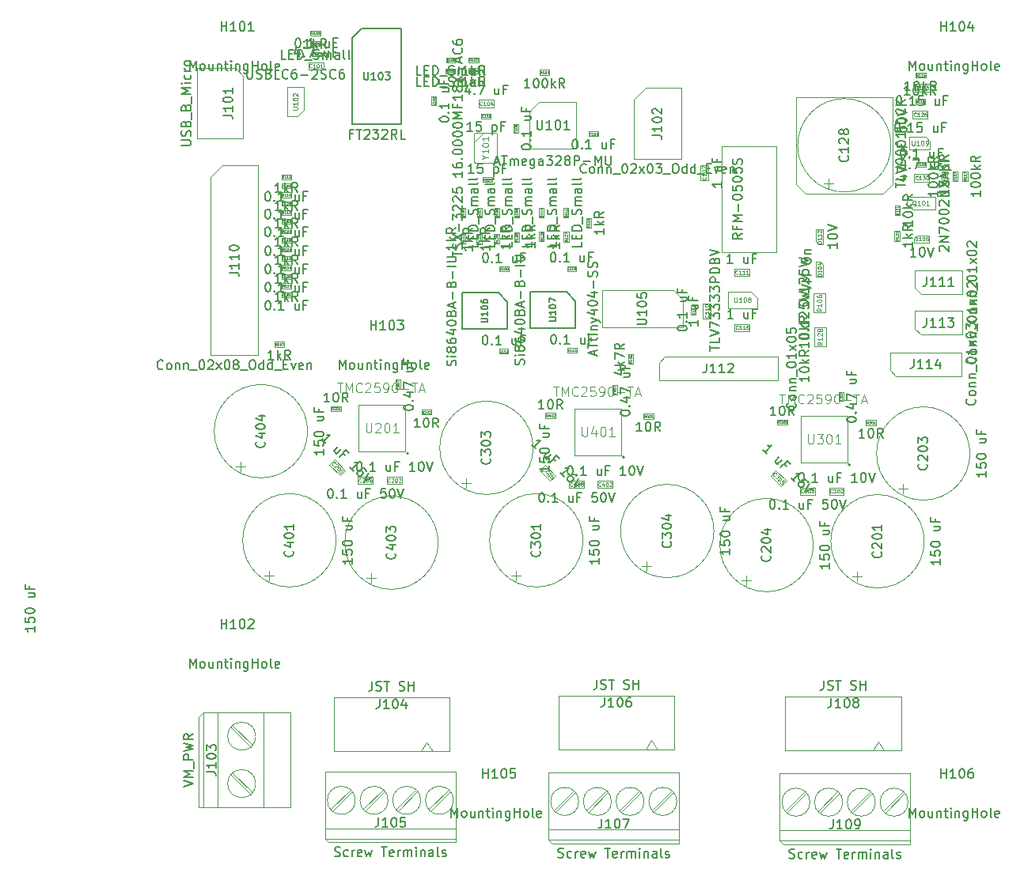
<source format=gbr>
G04 #@! TF.GenerationSoftware,KiCad,Pcbnew,5.1.8*
G04 #@! TF.CreationDate,2021-01-20T23:19:54-05:00*
G04 #@! TF.ProjectId,cnc-controller,636e632d-636f-46e7-9472-6f6c6c65722e,rev?*
G04 #@! TF.SameCoordinates,Original*
G04 #@! TF.FileFunction,Other,Fab,Top*
%FSLAX46Y46*%
G04 Gerber Fmt 4.6, Leading zero omitted, Abs format (unit mm)*
G04 Created by KiCad (PCBNEW 5.1.8) date 2021-01-20 23:19:54*
%MOMM*%
%LPD*%
G01*
G04 APERTURE LIST*
%ADD10C,0.100000*%
%ADD11C,0.200000*%
%ADD12C,0.150000*%
%ADD13C,0.120000*%
%ADD14C,0.040000*%
%ADD15C,0.105000*%
%ADD16C,0.075000*%
%ADD17C,0.080000*%
%ADD18C,0.060000*%
G04 APERTURE END LIST*
D10*
X53740000Y-121220000D02*
X53240000Y-121220000D01*
X53740000Y-121320000D02*
X53240000Y-121320000D01*
X53740000Y-120420000D02*
X53740000Y-121420000D01*
X53240000Y-120420000D02*
X53740000Y-120420000D01*
X53240000Y-121420000D02*
X53240000Y-120420000D01*
X53740000Y-121420000D02*
X53240000Y-121420000D01*
X51090000Y-121220000D02*
X50590000Y-121220000D01*
X51090000Y-121320000D02*
X50590000Y-121320000D01*
X51090000Y-120420000D02*
X51090000Y-121420000D01*
X50590000Y-120420000D02*
X51090000Y-120420000D01*
X50590000Y-121420000D02*
X50590000Y-120420000D01*
X51090000Y-121420000D02*
X50590000Y-121420000D01*
X48440000Y-121220000D02*
X47940000Y-121220000D01*
X48440000Y-121320000D02*
X47940000Y-121320000D01*
X48440000Y-120420000D02*
X48440000Y-121420000D01*
X47940000Y-120420000D02*
X48440000Y-120420000D01*
X47940000Y-121420000D02*
X47940000Y-120420000D01*
X48440000Y-121420000D02*
X47940000Y-121420000D01*
X46300000Y-121220000D02*
X45800000Y-121220000D01*
X46300000Y-121320000D02*
X45800000Y-121320000D01*
X46300000Y-120420000D02*
X46300000Y-121420000D01*
X45800000Y-120420000D02*
X46300000Y-120420000D01*
X45800000Y-121420000D02*
X45800000Y-120420000D01*
X46300000Y-121420000D02*
X45800000Y-121420000D01*
X44450000Y-121220000D02*
X43950000Y-121220000D01*
X44450000Y-121320000D02*
X43950000Y-121320000D01*
X44450000Y-120420000D02*
X44450000Y-121420000D01*
X43950000Y-120420000D02*
X44450000Y-120420000D01*
X43950000Y-121420000D02*
X43950000Y-120420000D01*
X44450000Y-121420000D02*
X43950000Y-121420000D01*
X42660000Y-121220000D02*
X42160000Y-121220000D01*
X42660000Y-121320000D02*
X42160000Y-121320000D01*
X42660000Y-120420000D02*
X42660000Y-121420000D01*
X42160000Y-120420000D02*
X42660000Y-120420000D01*
X42160000Y-121420000D02*
X42160000Y-120420000D01*
X42660000Y-121420000D02*
X42160000Y-121420000D01*
X40820000Y-105990000D02*
X40820000Y-105490000D01*
X40720000Y-105990000D02*
X40720000Y-105490000D01*
X41620000Y-105990000D02*
X40620000Y-105990000D01*
X41620000Y-105490000D02*
X41620000Y-105990000D01*
X40620000Y-105490000D02*
X41620000Y-105490000D01*
X40620000Y-105990000D02*
X40620000Y-105490000D01*
X40830000Y-104800000D02*
X40830000Y-104300000D01*
X40730000Y-104800000D02*
X40730000Y-104300000D01*
X41630000Y-104800000D02*
X40630000Y-104800000D01*
X41630000Y-104300000D02*
X41630000Y-104800000D01*
X40630000Y-104300000D02*
X41630000Y-104300000D01*
X40630000Y-104800000D02*
X40630000Y-104300000D01*
X26340000Y-103080000D02*
X26340000Y-102580000D01*
X26240000Y-103080000D02*
X26240000Y-102580000D01*
X27140000Y-103080000D02*
X26140000Y-103080000D01*
X27140000Y-102580000D02*
X27140000Y-103080000D01*
X26140000Y-102580000D02*
X27140000Y-102580000D01*
X26140000Y-103080000D02*
X26140000Y-102580000D01*
X53580000Y-126640000D02*
X54580000Y-126640000D01*
X53580000Y-127140000D02*
X53580000Y-126640000D01*
X54580000Y-127140000D02*
X53580000Y-127140000D01*
X54580000Y-126640000D02*
X54580000Y-127140000D01*
X89525000Y-182902000D02*
X87433000Y-184995000D01*
X89708000Y-183085000D02*
X87616000Y-185178000D01*
X86025000Y-182902000D02*
X83933000Y-184995000D01*
X86208000Y-183085000D02*
X84116000Y-185178000D01*
X82525000Y-182902000D02*
X80433000Y-184995000D01*
X82708000Y-183085000D02*
X80616000Y-185178000D01*
X79025000Y-182902000D02*
X76932000Y-184995000D01*
X79208000Y-183085000D02*
X77115000Y-185178000D01*
X76320000Y-187040000D02*
X90320000Y-187040000D01*
X76320000Y-188140000D02*
X90320000Y-188140000D01*
X76320000Y-188140000D02*
X76320000Y-180940000D01*
X76720000Y-188540000D02*
X76320000Y-188140000D01*
X90320000Y-188540000D02*
X76720000Y-188540000D01*
X90320000Y-180940000D02*
X90320000Y-188540000D01*
X76320000Y-180940000D02*
X90320000Y-180940000D01*
X90070000Y-184040000D02*
G75*
G03*
X90070000Y-184040000I-1500000J0D01*
G01*
X86570000Y-184040000D02*
G75*
G03*
X86570000Y-184040000I-1500000J0D01*
G01*
X83070000Y-184040000D02*
G75*
G03*
X83070000Y-184040000I-1500000J0D01*
G01*
X79570000Y-184040000D02*
G75*
G03*
X79570000Y-184040000I-1500000J0D01*
G01*
X86892000Y-177518000D02*
X86267000Y-178518000D01*
X87517000Y-178518000D02*
X86892000Y-177518000D01*
X76942000Y-178518000D02*
X89342000Y-178518000D01*
X76942000Y-172768000D02*
X76942000Y-178518000D01*
X89342000Y-172768000D02*
X76942000Y-172768000D01*
X89342000Y-178518000D02*
X89342000Y-172768000D01*
X44620000Y-112350000D02*
X43620000Y-113350000D01*
X46020000Y-112350000D02*
X46120000Y-112450000D01*
X43720000Y-112350000D02*
X46020000Y-112350000D01*
X43620000Y-112450000D02*
X43720000Y-112350000D01*
X43620000Y-115450000D02*
X43620000Y-112450000D01*
X43720000Y-115550000D02*
X43620000Y-115450000D01*
X46020000Y-115550000D02*
X43720000Y-115550000D01*
X46120000Y-115450000D02*
X46020000Y-115550000D01*
X46120000Y-112450000D02*
X46120000Y-115450000D01*
X59400000Y-146900000D02*
X59400000Y-141900000D01*
X59400000Y-141900000D02*
X54400000Y-141900000D01*
X54400000Y-141900000D02*
X54400000Y-146900000D01*
X54400000Y-146900000D02*
X59400000Y-146900000D01*
D11*
X59700000Y-147100000D02*
G75*
G03*
X59700000Y-147100000I-100000J0D01*
G01*
D10*
X83600000Y-147700000D02*
X83600000Y-142700000D01*
X83600000Y-142700000D02*
X78600000Y-142700000D01*
X78600000Y-142700000D02*
X78600000Y-147700000D01*
X78600000Y-147700000D02*
X83600000Y-147700000D01*
D11*
X83900000Y-147900000D02*
G75*
G03*
X83900000Y-147900000I-100000J0D01*
G01*
D10*
X36300000Y-146500000D02*
X36300000Y-141500000D01*
X36300000Y-141500000D02*
X31300000Y-141500000D01*
X31300000Y-141500000D02*
X31300000Y-146500000D01*
X31300000Y-146500000D02*
X36300000Y-146500000D01*
D11*
X36600000Y-146700000D02*
G75*
G03*
X36600000Y-146700000I-100000J0D01*
G01*
D10*
X92438000Y-113301000D02*
X91938000Y-112801000D01*
X90238000Y-114151000D02*
X90238000Y-112801000D01*
X92438000Y-114151000D02*
X90238000Y-114151000D01*
X91938000Y-112801000D02*
X90238000Y-112801000D01*
X92438000Y-114151000D02*
X92438000Y-113301000D01*
X73900000Y-131180000D02*
X70800000Y-131180000D01*
X70800000Y-131180000D02*
X70800000Y-129380000D01*
X73250000Y-129380000D02*
X70800000Y-129380000D01*
X73900000Y-131180000D02*
X73900000Y-130030000D01*
X73250000Y-129380000D02*
X73900000Y-130030000D01*
D12*
X53510000Y-129370000D02*
X54510000Y-130370000D01*
X49610000Y-129370000D02*
X53510000Y-129370000D01*
X49610000Y-133270000D02*
X49610000Y-129370000D01*
X54510000Y-133270000D02*
X49610000Y-133270000D01*
X54510000Y-130370000D02*
X54510000Y-133270000D01*
X46220000Y-129480000D02*
X47220000Y-130480000D01*
X42320000Y-129480000D02*
X46220000Y-129480000D01*
X42320000Y-133380000D02*
X42320000Y-129480000D01*
X47220000Y-133380000D02*
X42320000Y-133380000D01*
X47220000Y-130480000D02*
X47220000Y-133380000D01*
D10*
X64990000Y-129250000D02*
X65965000Y-130225000D01*
X57315000Y-129250000D02*
X64990000Y-129250000D01*
X57315000Y-133150000D02*
X57315000Y-129250000D01*
X65965000Y-133150000D02*
X57315000Y-133150000D01*
X65965000Y-130225000D02*
X65965000Y-133150000D01*
D13*
X75940000Y-125160000D02*
X75940000Y-113760000D01*
X70140000Y-125160000D02*
X75940000Y-125160000D01*
X70140000Y-113760000D02*
X70140000Y-125160000D01*
X75940000Y-113760000D02*
X70140000Y-113760000D01*
D12*
X30580000Y-102200000D02*
X31580000Y-101200000D01*
X30580000Y-111400000D02*
X30580000Y-102200000D01*
X35880000Y-111400000D02*
X30580000Y-111400000D01*
X35880000Y-101200000D02*
X35880000Y-111400000D01*
X31580000Y-101200000D02*
X35880000Y-101200000D01*
D10*
X23640000Y-110570000D02*
X23640000Y-107470000D01*
X23640000Y-107470000D02*
X25440000Y-107470000D01*
X25440000Y-109920000D02*
X25440000Y-107470000D01*
X23640000Y-110570000D02*
X24790000Y-110570000D01*
X25440000Y-109920000D02*
X24790000Y-110570000D01*
X49580000Y-110050000D02*
X50580000Y-109050000D01*
X49580000Y-114050000D02*
X49580000Y-110050000D01*
X54580000Y-114050000D02*
X49580000Y-114050000D01*
X54580000Y-109050000D02*
X54580000Y-114050000D01*
X50580000Y-109050000D02*
X54580000Y-109050000D01*
X51285000Y-142370000D02*
X52335000Y-142370000D01*
X51285000Y-142910000D02*
X51285000Y-142370000D01*
X52335000Y-142910000D02*
X51285000Y-142910000D01*
X52335000Y-142370000D02*
X52335000Y-142910000D01*
X62815000Y-142970000D02*
X61765000Y-142970000D01*
X62815000Y-142430000D02*
X62815000Y-142970000D01*
X61765000Y-142430000D02*
X62815000Y-142430000D01*
X61765000Y-142970000D02*
X61765000Y-142430000D01*
X76091000Y-143078000D02*
X77141000Y-143078000D01*
X76091000Y-143618000D02*
X76091000Y-143078000D01*
X77141000Y-143618000D02*
X76091000Y-143618000D01*
X77141000Y-143078000D02*
X77141000Y-143618000D01*
X86625000Y-143670000D02*
X85575000Y-143670000D01*
X86625000Y-143130000D02*
X86625000Y-143670000D01*
X85575000Y-143130000D02*
X86625000Y-143130000D01*
X85575000Y-143670000D02*
X85575000Y-143130000D01*
X39055000Y-142540000D02*
X38005000Y-142540000D01*
X39055000Y-142000000D02*
X39055000Y-142540000D01*
X38005000Y-142000000D02*
X39055000Y-142000000D01*
X38005000Y-142540000D02*
X38005000Y-142000000D01*
X28335000Y-141630000D02*
X29385000Y-141630000D01*
X28335000Y-142170000D02*
X28335000Y-141630000D01*
X29385000Y-142170000D02*
X28335000Y-142170000D01*
X29385000Y-141630000D02*
X29385000Y-142170000D01*
X80033000Y-135208000D02*
X80033000Y-133208000D01*
X81283000Y-135208000D02*
X80033000Y-135208000D01*
X81283000Y-133208000D02*
X81283000Y-135208000D01*
X80033000Y-133208000D02*
X81283000Y-133208000D01*
X53230000Y-124025000D02*
X53230000Y-122975000D01*
X53770000Y-124025000D02*
X53230000Y-124025000D01*
X53770000Y-122975000D02*
X53770000Y-124025000D01*
X53230000Y-122975000D02*
X53770000Y-122975000D01*
X50580000Y-123955000D02*
X50580000Y-122905000D01*
X51120000Y-123955000D02*
X50580000Y-123955000D01*
X51120000Y-122905000D02*
X51120000Y-123955000D01*
X50580000Y-122905000D02*
X51120000Y-122905000D01*
X47930000Y-124085000D02*
X47930000Y-123035000D01*
X48470000Y-124085000D02*
X47930000Y-124085000D01*
X48470000Y-123035000D02*
X48470000Y-124085000D01*
X47930000Y-123035000D02*
X48470000Y-123035000D01*
X45780000Y-124255000D02*
X45780000Y-123205000D01*
X46320000Y-124255000D02*
X45780000Y-124255000D01*
X46320000Y-123205000D02*
X46320000Y-124255000D01*
X45780000Y-123205000D02*
X46320000Y-123205000D01*
X43920000Y-124285000D02*
X43920000Y-123235000D01*
X44460000Y-124285000D02*
X43920000Y-124285000D01*
X44460000Y-123235000D02*
X44460000Y-124285000D01*
X43920000Y-123235000D02*
X44460000Y-123235000D01*
X42150000Y-124245000D02*
X42150000Y-123195000D01*
X42690000Y-124245000D02*
X42150000Y-124245000D01*
X42690000Y-123195000D02*
X42690000Y-124245000D01*
X42150000Y-123195000D02*
X42690000Y-123195000D01*
X89208000Y-120141000D02*
X89208000Y-121191000D01*
X88668000Y-120141000D02*
X89208000Y-120141000D01*
X88668000Y-121191000D02*
X88668000Y-120141000D01*
X89208000Y-121191000D02*
X88668000Y-121191000D01*
X89168000Y-122871000D02*
X89168000Y-123921000D01*
X88628000Y-122871000D02*
X89168000Y-122871000D01*
X88628000Y-123921000D02*
X88628000Y-122871000D01*
X89168000Y-123921000D02*
X88628000Y-123921000D01*
X93708000Y-117551000D02*
X93708000Y-116501000D01*
X94248000Y-117551000D02*
X93708000Y-117551000D01*
X94248000Y-116501000D02*
X94248000Y-117551000D01*
X93708000Y-116501000D02*
X94248000Y-116501000D01*
X90833000Y-108756000D02*
X91883000Y-108756000D01*
X90833000Y-109296000D02*
X90833000Y-108756000D01*
X91883000Y-109296000D02*
X90833000Y-109296000D01*
X91883000Y-108756000D02*
X91883000Y-109296000D01*
X96438000Y-116481000D02*
X96438000Y-117531000D01*
X95898000Y-116481000D02*
X96438000Y-116481000D01*
X95898000Y-117531000D02*
X95898000Y-116481000D01*
X96438000Y-117531000D02*
X95898000Y-117531000D01*
X91933000Y-106466000D02*
X90883000Y-106466000D01*
X91933000Y-105926000D02*
X91933000Y-106466000D01*
X90883000Y-105926000D02*
X91933000Y-105926000D01*
X90883000Y-106466000D02*
X90883000Y-105926000D01*
X24075000Y-119265712D02*
X23025000Y-119265712D01*
X24075000Y-118725712D02*
X24075000Y-119265712D01*
X23025000Y-118725712D02*
X24075000Y-118725712D01*
X23025000Y-119265712D02*
X23025000Y-118725712D01*
X56170000Y-121475000D02*
X56170000Y-122525000D01*
X55630000Y-121475000D02*
X56170000Y-121475000D01*
X55630000Y-122525000D02*
X55630000Y-121475000D01*
X56170000Y-122525000D02*
X55630000Y-122525000D01*
X24075000Y-121161904D02*
X23025000Y-121161904D01*
X24075000Y-120621904D02*
X24075000Y-121161904D01*
X23025000Y-120621904D02*
X24075000Y-120621904D01*
X23025000Y-121161904D02*
X23025000Y-120621904D01*
X24075000Y-117369520D02*
X23025000Y-117369520D01*
X24075000Y-116829520D02*
X24075000Y-117369520D01*
X23025000Y-116829520D02*
X24075000Y-116829520D01*
X23025000Y-117369520D02*
X23025000Y-116829520D01*
X24095000Y-129012852D02*
X23045000Y-129012852D01*
X24095000Y-128472852D02*
X24095000Y-129012852D01*
X23045000Y-128472852D02*
X24095000Y-128472852D01*
X23045000Y-129012852D02*
X23045000Y-128472852D01*
X24095000Y-127058568D02*
X23045000Y-127058568D01*
X24095000Y-126518568D02*
X24095000Y-127058568D01*
X23045000Y-126518568D02*
X24095000Y-126518568D01*
X23045000Y-127058568D02*
X23045000Y-126518568D01*
X24095000Y-125104284D02*
X23045000Y-125104284D01*
X24095000Y-124564284D02*
X24095000Y-125104284D01*
X23045000Y-124564284D02*
X24095000Y-124564284D01*
X23045000Y-125104284D02*
X23045000Y-124564284D01*
X24095000Y-123150000D02*
X23045000Y-123150000D01*
X24095000Y-122610000D02*
X24095000Y-123150000D01*
X23045000Y-122610000D02*
X24095000Y-122610000D01*
X23045000Y-123150000D02*
X23045000Y-122610000D01*
X23325000Y-135270000D02*
X22275000Y-135270000D01*
X23325000Y-134730000D02*
X23325000Y-135270000D01*
X22275000Y-134730000D02*
X23325000Y-134730000D01*
X22275000Y-135270000D02*
X22275000Y-134730000D01*
X79975000Y-131588000D02*
X79975000Y-129588000D01*
X81225000Y-131588000D02*
X79975000Y-131588000D01*
X81225000Y-129588000D02*
X81225000Y-131588000D01*
X79975000Y-129588000D02*
X81225000Y-129588000D01*
X60130000Y-137125000D02*
X60130000Y-136075000D01*
X60670000Y-137125000D02*
X60130000Y-137125000D01*
X60670000Y-136075000D02*
X60670000Y-137125000D01*
X60130000Y-136075000D02*
X60670000Y-136075000D01*
X44105000Y-105990000D02*
X43055000Y-105990000D01*
X44105000Y-105450000D02*
X44105000Y-105990000D01*
X43055000Y-105450000D02*
X44105000Y-105450000D01*
X43055000Y-105990000D02*
X43055000Y-105450000D01*
X44105000Y-104830000D02*
X43055000Y-104830000D01*
X44105000Y-104290000D02*
X44105000Y-104830000D01*
X43055000Y-104290000D02*
X44105000Y-104290000D01*
X43055000Y-104830000D02*
X43055000Y-104290000D01*
X27165000Y-101970000D02*
X26115000Y-101970000D01*
X27165000Y-101430000D02*
X27165000Y-101970000D01*
X26115000Y-101430000D02*
X27165000Y-101430000D01*
X26115000Y-101970000D02*
X26115000Y-101430000D01*
X51695000Y-106170000D02*
X50645000Y-106170000D01*
X51695000Y-105630000D02*
X51695000Y-106170000D01*
X50645000Y-105630000D02*
X51695000Y-105630000D01*
X50645000Y-106170000D02*
X50645000Y-105630000D01*
X92968000Y-120586000D02*
X92968000Y-119186000D01*
X89928000Y-119186000D02*
X92968000Y-119186000D01*
X90498000Y-120586000D02*
X89928000Y-120036000D01*
X89928000Y-120036000D02*
X89928000Y-119186000D01*
X90498000Y-120586000D02*
X92948000Y-120586000D01*
X88783000Y-138410000D02*
X88148000Y-137775000D01*
X95768000Y-138410000D02*
X88783000Y-138410000D01*
X95768000Y-135870000D02*
X95768000Y-138410000D01*
X88148000Y-135870000D02*
X95768000Y-135870000D01*
X88148000Y-137775000D02*
X88148000Y-135870000D01*
X91433000Y-133970000D02*
X90798000Y-133335000D01*
X95878000Y-133970000D02*
X91433000Y-133970000D01*
X95878000Y-131430000D02*
X95878000Y-133970000D01*
X90798000Y-131430000D02*
X95878000Y-131430000D01*
X90798000Y-133335000D02*
X90798000Y-131430000D01*
X76130000Y-138870000D02*
X63430000Y-138870000D01*
X76130000Y-136330000D02*
X76130000Y-138870000D01*
X64065000Y-136330000D02*
X76130000Y-136330000D01*
X63430000Y-136965000D02*
X64065000Y-136330000D01*
X63430000Y-138870000D02*
X63430000Y-136965000D01*
X91433000Y-129620000D02*
X90798000Y-128985000D01*
X95878000Y-129620000D02*
X91433000Y-129620000D01*
X95878000Y-127080000D02*
X95878000Y-129620000D01*
X90798000Y-127080000D02*
X95878000Y-127080000D01*
X90798000Y-128985000D02*
X90798000Y-127080000D01*
X15460000Y-117140000D02*
X16730000Y-115870000D01*
X15460000Y-136190000D02*
X15460000Y-117140000D01*
X20540000Y-136190000D02*
X15460000Y-136190000D01*
X20540000Y-115870000D02*
X20540000Y-136190000D01*
X16730000Y-115870000D02*
X20540000Y-115870000D01*
X64785000Y-182822000D02*
X62693000Y-184915000D01*
X64968000Y-183005000D02*
X62876000Y-185098000D01*
X61285000Y-182822000D02*
X59193000Y-184915000D01*
X61468000Y-183005000D02*
X59376000Y-185098000D01*
X57785000Y-182822000D02*
X55693000Y-184915000D01*
X57968000Y-183005000D02*
X55876000Y-185098000D01*
X54285000Y-182822000D02*
X52192000Y-184915000D01*
X54468000Y-183005000D02*
X52375000Y-185098000D01*
X51580000Y-186960000D02*
X65580000Y-186960000D01*
X51580000Y-188060000D02*
X65580000Y-188060000D01*
X51580000Y-188060000D02*
X51580000Y-180860000D01*
X51980000Y-188460000D02*
X51580000Y-188060000D01*
X65580000Y-188460000D02*
X51980000Y-188460000D01*
X65580000Y-180860000D02*
X65580000Y-188460000D01*
X51580000Y-180860000D02*
X65580000Y-180860000D01*
X65330000Y-183960000D02*
G75*
G03*
X65330000Y-183960000I-1500000J0D01*
G01*
X61830000Y-183960000D02*
G75*
G03*
X61830000Y-183960000I-1500000J0D01*
G01*
X58330000Y-183960000D02*
G75*
G03*
X58330000Y-183960000I-1500000J0D01*
G01*
X54830000Y-183960000D02*
G75*
G03*
X54830000Y-183960000I-1500000J0D01*
G01*
X62608000Y-177426000D02*
X61983000Y-178426000D01*
X63233000Y-178426000D02*
X62608000Y-177426000D01*
X52658000Y-178426000D02*
X65058000Y-178426000D01*
X52658000Y-172676000D02*
X52658000Y-178426000D01*
X65058000Y-172676000D02*
X52658000Y-172676000D01*
X65058000Y-178426000D02*
X65058000Y-172676000D01*
X40885000Y-182702000D02*
X38793000Y-184795000D01*
X41068000Y-182885000D02*
X38976000Y-184978000D01*
X37385000Y-182702000D02*
X35293000Y-184795000D01*
X37568000Y-182885000D02*
X35476000Y-184978000D01*
X33885000Y-182702000D02*
X31793000Y-184795000D01*
X34068000Y-182885000D02*
X31976000Y-184978000D01*
X30385000Y-182702000D02*
X28292000Y-184795000D01*
X30568000Y-182885000D02*
X28475000Y-184978000D01*
X27680000Y-186840000D02*
X41680000Y-186840000D01*
X27680000Y-187940000D02*
X41680000Y-187940000D01*
X27680000Y-187940000D02*
X27680000Y-180740000D01*
X28080000Y-188340000D02*
X27680000Y-187940000D01*
X41680000Y-188340000D02*
X28080000Y-188340000D01*
X41680000Y-180740000D02*
X41680000Y-188340000D01*
X27680000Y-180740000D02*
X41680000Y-180740000D01*
X41430000Y-183840000D02*
G75*
G03*
X41430000Y-183840000I-1500000J0D01*
G01*
X37930000Y-183840000D02*
G75*
G03*
X37930000Y-183840000I-1500000J0D01*
G01*
X34430000Y-183840000D02*
G75*
G03*
X34430000Y-183840000I-1500000J0D01*
G01*
X30930000Y-183840000D02*
G75*
G03*
X30930000Y-183840000I-1500000J0D01*
G01*
X38570000Y-177600000D02*
X37945000Y-178600000D01*
X39195000Y-178600000D02*
X38570000Y-177600000D01*
X28620000Y-178600000D02*
X41020000Y-178600000D01*
X28620000Y-172850000D02*
X28620000Y-178600000D01*
X41020000Y-172850000D02*
X28620000Y-172850000D01*
X41020000Y-178600000D02*
X41020000Y-172850000D01*
X19908000Y-183005000D02*
X17815000Y-180913000D01*
X19725000Y-183188000D02*
X17632000Y-181096000D01*
X19908000Y-177925000D02*
X17815000Y-175832000D01*
X19725000Y-178108000D02*
X17632000Y-176015000D01*
X21070000Y-174430000D02*
X21070000Y-184590000D01*
X16170000Y-174430000D02*
X16170000Y-184590000D01*
X14670000Y-174430000D02*
X14670000Y-184590000D01*
X14670000Y-174430000D02*
X23970000Y-174430000D01*
X14170000Y-174930000D02*
X14670000Y-174430000D01*
X14170000Y-184590000D02*
X14170000Y-174930000D01*
X23970000Y-184590000D02*
X14170000Y-184590000D01*
X23970000Y-174430000D02*
X23970000Y-184590000D01*
X20270000Y-182050000D02*
G75*
G03*
X20270000Y-182050000I-1500000J0D01*
G01*
X20270000Y-176970000D02*
G75*
G03*
X20270000Y-176970000I-1500000J0D01*
G01*
X60720000Y-108820000D02*
X61990000Y-107550000D01*
X60720000Y-115170000D02*
X60720000Y-108820000D01*
X65800000Y-115170000D02*
X60720000Y-115170000D01*
X65800000Y-107550000D02*
X65800000Y-115170000D01*
X61990000Y-107550000D02*
X65800000Y-107550000D01*
D13*
X13975000Y-105445000D02*
X18175000Y-105445000D01*
X18925000Y-106245000D02*
X18925000Y-112945000D01*
X18925000Y-112945000D02*
X13975000Y-112945000D01*
X13975000Y-112945000D02*
X13975000Y-105445000D01*
X18175000Y-105445000D02*
X18925000Y-106245000D01*
D10*
X81000000Y-122700000D02*
X80200000Y-122700000D01*
X81000000Y-124300000D02*
X81000000Y-122700000D01*
X80500000Y-124300000D02*
X81000000Y-124300000D01*
X80200000Y-124000000D02*
X80500000Y-124300000D01*
X80200000Y-122700000D02*
X80200000Y-124000000D01*
X92328000Y-124136000D02*
X92328000Y-123336000D01*
X90728000Y-124136000D02*
X92328000Y-124136000D01*
X90728000Y-123636000D02*
X90728000Y-124136000D01*
X91028000Y-123336000D02*
X90728000Y-123636000D01*
X92328000Y-123336000D02*
X91028000Y-123336000D01*
X80200000Y-127800000D02*
X81000000Y-127800000D01*
X80200000Y-126200000D02*
X80200000Y-127800000D01*
X80700000Y-126200000D02*
X80200000Y-126200000D01*
X81000000Y-126500000D02*
X80700000Y-126200000D01*
X81000000Y-127800000D02*
X81000000Y-126500000D01*
X55404000Y-150406000D02*
X53804000Y-150406000D01*
X55404000Y-149606000D02*
X55404000Y-150406000D01*
X53804000Y-149606000D02*
X55404000Y-149606000D01*
X53804000Y-150406000D02*
X53804000Y-149606000D01*
X58950000Y-139400000D02*
X58950000Y-140400000D01*
X58450000Y-139400000D02*
X58950000Y-139400000D01*
X58450000Y-140400000D02*
X58450000Y-139400000D01*
X58950000Y-140400000D02*
X58450000Y-140400000D01*
X51217157Y-147951472D02*
X52348528Y-149082843D01*
X50651472Y-148517157D02*
X51217157Y-147951472D01*
X51782843Y-149648528D02*
X50651472Y-148517157D01*
X52348528Y-149082843D02*
X51782843Y-149648528D01*
X18140500Y-148100861D02*
X19140500Y-148100861D01*
X18640500Y-148600861D02*
X18640500Y-147600861D01*
X25828000Y-144312000D02*
G75*
G03*
X25828000Y-144312000I-5000000J0D01*
G01*
X32110500Y-160038861D02*
X33110500Y-160038861D01*
X32610500Y-160538861D02*
X32610500Y-159538861D01*
X39798000Y-156250000D02*
G75*
G03*
X39798000Y-156250000I-5000000J0D01*
G01*
X56852000Y-149606000D02*
X58452000Y-149606000D01*
X56852000Y-150406000D02*
X56852000Y-149606000D01*
X58452000Y-150406000D02*
X56852000Y-150406000D01*
X58452000Y-149606000D02*
X58452000Y-150406000D01*
X21188500Y-159784861D02*
X22188500Y-159784861D01*
X21688500Y-160284861D02*
X21688500Y-159284861D01*
X28876000Y-155996000D02*
G75*
G03*
X28876000Y-155996000I-5000000J0D01*
G01*
X83150000Y-140100000D02*
X83150000Y-141100000D01*
X82650000Y-140100000D02*
X83150000Y-140100000D01*
X82650000Y-141100000D02*
X82650000Y-140100000D01*
X83150000Y-141100000D02*
X82650000Y-141100000D01*
X80096000Y-151140000D02*
X78496000Y-151140000D01*
X80096000Y-150340000D02*
X80096000Y-151140000D01*
X78496000Y-150340000D02*
X80096000Y-150340000D01*
X78496000Y-151140000D02*
X78496000Y-150340000D01*
X75913157Y-148511472D02*
X77044528Y-149642843D01*
X75347472Y-149077157D02*
X75913157Y-148511472D01*
X76478843Y-150208528D02*
X75347472Y-149077157D01*
X77044528Y-149642843D02*
X76478843Y-150208528D01*
X61612500Y-158788861D02*
X62612500Y-158788861D01*
X62112500Y-159288861D02*
X62112500Y-158288861D01*
X69300000Y-155000000D02*
G75*
G03*
X69300000Y-155000000I-5000000J0D01*
G01*
X42270500Y-149878861D02*
X43270500Y-149878861D01*
X42770500Y-150378861D02*
X42770500Y-149378861D01*
X49958000Y-146090000D02*
G75*
G03*
X49958000Y-146090000I-5000000J0D01*
G01*
X81606000Y-150340000D02*
X83206000Y-150340000D01*
X81606000Y-151140000D02*
X81606000Y-150340000D01*
X83206000Y-151140000D02*
X81606000Y-151140000D01*
X83206000Y-150340000D02*
X83206000Y-151140000D01*
X47604500Y-159784861D02*
X48604500Y-159784861D01*
X48104500Y-160284861D02*
X48104500Y-159284861D01*
X55292000Y-155996000D02*
G75*
G03*
X55292000Y-155996000I-5000000J0D01*
G01*
X35760000Y-138820000D02*
X35760000Y-139820000D01*
X35260000Y-138820000D02*
X35760000Y-138820000D01*
X35260000Y-139820000D02*
X35260000Y-138820000D01*
X35760000Y-139820000D02*
X35260000Y-139820000D01*
X32800000Y-149976000D02*
X31200000Y-149976000D01*
X32800000Y-149176000D02*
X32800000Y-149976000D01*
X31200000Y-149176000D02*
X32800000Y-149176000D01*
X31200000Y-149976000D02*
X31200000Y-149176000D01*
X28717157Y-147351472D02*
X29848528Y-148482843D01*
X28151472Y-147917157D02*
X28717157Y-147351472D01*
X29282843Y-149048528D02*
X28151472Y-147917157D01*
X29848528Y-148482843D02*
X29282843Y-149048528D01*
X72242500Y-160292861D02*
X73242500Y-160292861D01*
X72742500Y-160792861D02*
X72742500Y-159792861D01*
X79930000Y-156504000D02*
G75*
G03*
X79930000Y-156504000I-5000000J0D01*
G01*
X89006500Y-150488861D02*
X90006500Y-150488861D01*
X89506500Y-150988861D02*
X89506500Y-149988861D01*
X96694000Y-146700000D02*
G75*
G03*
X96694000Y-146700000I-5000000J0D01*
G01*
X34300000Y-149176000D02*
X35900000Y-149176000D01*
X34300000Y-149976000D02*
X34300000Y-149176000D01*
X35900000Y-149976000D02*
X34300000Y-149976000D01*
X35900000Y-149176000D02*
X35900000Y-149976000D01*
X84112500Y-159888861D02*
X85112500Y-159888861D01*
X84612500Y-160388861D02*
X84612500Y-159388861D01*
X91800000Y-156100000D02*
G75*
G03*
X91800000Y-156100000I-5000000J0D01*
G01*
X90738000Y-116786000D02*
X92338000Y-116786000D01*
X90738000Y-117586000D02*
X90738000Y-116786000D01*
X92338000Y-117586000D02*
X90738000Y-117586000D01*
X92338000Y-116786000D02*
X92338000Y-117586000D01*
X90988000Y-115496000D02*
X91988000Y-115496000D01*
X90988000Y-115996000D02*
X90988000Y-115496000D01*
X91988000Y-115996000D02*
X90988000Y-115996000D01*
X91988000Y-115496000D02*
X91988000Y-115996000D01*
X81050000Y-117758325D02*
X82050000Y-117758325D01*
X81550000Y-118258325D02*
X81550000Y-117258325D01*
X87400000Y-118850000D02*
X88400000Y-117850000D01*
X79100000Y-118850000D02*
X78100000Y-117850000D01*
X79100000Y-118850000D02*
X87400000Y-118850000D01*
X88400000Y-117850000D02*
X88400000Y-108550000D01*
X78100000Y-117850000D02*
X78100000Y-108550000D01*
X78100000Y-108550000D02*
X88400000Y-108550000D01*
X88250000Y-113700000D02*
G75*
G03*
X88250000Y-113700000I-5000000J0D01*
G01*
X94848000Y-117496000D02*
X94848000Y-116496000D01*
X95348000Y-117496000D02*
X94848000Y-117496000D01*
X95348000Y-116496000D02*
X95348000Y-117496000D01*
X94848000Y-116496000D02*
X95348000Y-116496000D01*
X92178000Y-110816000D02*
X90578000Y-110816000D01*
X92178000Y-110016000D02*
X92178000Y-110816000D01*
X90578000Y-110016000D02*
X92178000Y-110016000D01*
X90578000Y-110816000D02*
X90578000Y-110016000D01*
X92358000Y-107936000D02*
X90758000Y-107936000D01*
X92358000Y-107136000D02*
X92358000Y-107936000D01*
X90758000Y-107136000D02*
X92358000Y-107136000D01*
X90758000Y-107936000D02*
X90758000Y-107136000D01*
X24030000Y-120193808D02*
X23030000Y-120193808D01*
X24030000Y-119693808D02*
X24030000Y-120193808D01*
X23030000Y-119693808D02*
X24030000Y-119693808D01*
X23030000Y-120193808D02*
X23030000Y-119693808D01*
X24030000Y-122090000D02*
X23030000Y-122090000D01*
X24030000Y-121590000D02*
X24030000Y-122090000D01*
X23030000Y-121590000D02*
X24030000Y-121590000D01*
X23030000Y-122090000D02*
X23030000Y-121590000D01*
X24030000Y-118297616D02*
X23030000Y-118297616D01*
X24030000Y-117797616D02*
X24030000Y-118297616D01*
X23030000Y-117797616D02*
X24030000Y-117797616D01*
X23030000Y-118297616D02*
X23030000Y-117797616D01*
X24050000Y-129969994D02*
X23050000Y-129969994D01*
X24050000Y-129469994D02*
X24050000Y-129969994D01*
X23050000Y-129469994D02*
X24050000Y-129469994D01*
X23050000Y-129969994D02*
X23050000Y-129469994D01*
X24050000Y-128015710D02*
X23050000Y-128015710D01*
X24050000Y-127515710D02*
X24050000Y-128015710D01*
X23050000Y-127515710D02*
X24050000Y-127515710D01*
X23050000Y-128015710D02*
X23050000Y-127515710D01*
X24050000Y-126061426D02*
X23050000Y-126061426D01*
X24050000Y-125561426D02*
X24050000Y-126061426D01*
X23050000Y-125561426D02*
X24050000Y-125561426D01*
X23050000Y-126061426D02*
X23050000Y-125561426D01*
X24050000Y-124107142D02*
X23050000Y-124107142D01*
X24050000Y-123607142D02*
X24050000Y-124107142D01*
X23050000Y-123607142D02*
X24050000Y-123607142D01*
X23050000Y-124107142D02*
X23050000Y-123607142D01*
X44570000Y-117130000D02*
X45570000Y-117130000D01*
X44570000Y-117630000D02*
X44570000Y-117130000D01*
X45570000Y-117630000D02*
X44570000Y-117630000D01*
X45570000Y-117130000D02*
X45570000Y-117630000D01*
X45420000Y-110800000D02*
X44420000Y-110800000D01*
X45420000Y-110300000D02*
X45420000Y-110800000D01*
X44420000Y-110300000D02*
X45420000Y-110300000D01*
X44420000Y-110800000D02*
X44420000Y-110300000D01*
X71520000Y-132810000D02*
X73120000Y-132810000D01*
X71520000Y-133610000D02*
X71520000Y-132810000D01*
X73120000Y-133610000D02*
X71520000Y-133610000D01*
X73120000Y-132810000D02*
X73120000Y-133610000D01*
X53600000Y-135410000D02*
X54600000Y-135410000D01*
X53600000Y-135910000D02*
X53600000Y-135410000D01*
X54600000Y-135910000D02*
X53600000Y-135910000D01*
X54600000Y-135410000D02*
X54600000Y-135910000D01*
X46300000Y-135510000D02*
X47300000Y-135510000D01*
X46300000Y-136010000D02*
X46300000Y-135510000D01*
X47300000Y-136010000D02*
X46300000Y-136010000D01*
X47300000Y-135510000D02*
X47300000Y-136010000D01*
X66850000Y-131810000D02*
X66850000Y-130810000D01*
X67350000Y-131810000D02*
X66850000Y-131810000D01*
X67350000Y-130810000D02*
X67350000Y-131810000D01*
X66850000Y-130810000D02*
X67350000Y-130810000D01*
X71480000Y-126900000D02*
X73080000Y-126900000D01*
X71480000Y-127700000D02*
X71480000Y-126900000D01*
X73080000Y-127700000D02*
X71480000Y-127700000D01*
X73080000Y-126900000D02*
X73080000Y-127700000D01*
X68130000Y-132240000D02*
X68130000Y-130640000D01*
X68930000Y-132240000D02*
X68130000Y-132240000D01*
X68930000Y-130640000D02*
X68930000Y-132240000D01*
X68130000Y-130640000D02*
X68930000Y-130640000D01*
X46320000Y-126680000D02*
X47320000Y-126680000D01*
X46320000Y-127180000D02*
X46320000Y-126680000D01*
X47320000Y-127180000D02*
X46320000Y-127180000D01*
X47320000Y-126680000D02*
X47320000Y-127180000D01*
X68660000Y-115840000D02*
X68660000Y-117440000D01*
X67860000Y-115840000D02*
X68660000Y-115840000D01*
X67860000Y-117440000D02*
X67860000Y-115840000D01*
X68660000Y-117440000D02*
X67860000Y-117440000D01*
X48350000Y-111400000D02*
X48350000Y-112400000D01*
X47850000Y-111400000D02*
X48350000Y-111400000D01*
X47850000Y-112400000D02*
X47850000Y-111400000D01*
X48350000Y-112400000D02*
X47850000Y-112400000D01*
X56920000Y-112720000D02*
X55920000Y-112720000D01*
X56920000Y-112220000D02*
X56920000Y-112720000D01*
X55920000Y-112220000D02*
X56920000Y-112220000D01*
X55920000Y-112720000D02*
X55920000Y-112220000D01*
X44140000Y-108830000D02*
X45740000Y-108830000D01*
X44140000Y-109630000D02*
X44140000Y-108830000D01*
X45740000Y-109630000D02*
X44140000Y-109630000D01*
X45740000Y-108830000D02*
X45740000Y-109630000D01*
X39580000Y-108430000D02*
X39580000Y-109430000D01*
X39080000Y-108430000D02*
X39580000Y-108430000D01*
X39080000Y-109430000D02*
X39080000Y-108430000D01*
X39580000Y-109430000D02*
X39080000Y-109430000D01*
X26260000Y-103690000D02*
X27260000Y-103690000D01*
X26260000Y-104190000D02*
X26260000Y-103690000D01*
X27260000Y-104190000D02*
X26260000Y-104190000D01*
X27260000Y-103690000D02*
X27260000Y-104190000D01*
X25910000Y-104800000D02*
X27510000Y-104800000D01*
X25910000Y-105600000D02*
X25910000Y-104800000D01*
X27510000Y-105600000D02*
X25910000Y-105600000D01*
X27510000Y-104800000D02*
X27510000Y-105600000D01*
D12*
X55112380Y-124062857D02*
X55112380Y-124539047D01*
X54112380Y-124539047D01*
X54588571Y-123729523D02*
X54588571Y-123396190D01*
X55112380Y-123253333D02*
X55112380Y-123729523D01*
X54112380Y-123729523D01*
X54112380Y-123253333D01*
X55112380Y-122824761D02*
X54112380Y-122824761D01*
X54112380Y-122586666D01*
X54160000Y-122443809D01*
X54255238Y-122348571D01*
X54350476Y-122300952D01*
X54540952Y-122253333D01*
X54683809Y-122253333D01*
X54874285Y-122300952D01*
X54969523Y-122348571D01*
X55064761Y-122443809D01*
X55112380Y-122586666D01*
X55112380Y-122824761D01*
X55207619Y-122062857D02*
X55207619Y-121300952D01*
X55064761Y-121110476D02*
X55112380Y-120967619D01*
X55112380Y-120729523D01*
X55064761Y-120634285D01*
X55017142Y-120586666D01*
X54921904Y-120539047D01*
X54826666Y-120539047D01*
X54731428Y-120586666D01*
X54683809Y-120634285D01*
X54636190Y-120729523D01*
X54588571Y-120920000D01*
X54540952Y-121015238D01*
X54493333Y-121062857D01*
X54398095Y-121110476D01*
X54302857Y-121110476D01*
X54207619Y-121062857D01*
X54160000Y-121015238D01*
X54112380Y-120920000D01*
X54112380Y-120681904D01*
X54160000Y-120539047D01*
X55112380Y-120110476D02*
X54445714Y-120110476D01*
X54540952Y-120110476D02*
X54493333Y-120062857D01*
X54445714Y-119967619D01*
X54445714Y-119824761D01*
X54493333Y-119729523D01*
X54588571Y-119681904D01*
X55112380Y-119681904D01*
X54588571Y-119681904D02*
X54493333Y-119634285D01*
X54445714Y-119539047D01*
X54445714Y-119396190D01*
X54493333Y-119300952D01*
X54588571Y-119253333D01*
X55112380Y-119253333D01*
X55112380Y-118348571D02*
X54588571Y-118348571D01*
X54493333Y-118396190D01*
X54445714Y-118491428D01*
X54445714Y-118681904D01*
X54493333Y-118777142D01*
X55064761Y-118348571D02*
X55112380Y-118443809D01*
X55112380Y-118681904D01*
X55064761Y-118777142D01*
X54969523Y-118824761D01*
X54874285Y-118824761D01*
X54779047Y-118777142D01*
X54731428Y-118681904D01*
X54731428Y-118443809D01*
X54683809Y-118348571D01*
X55112380Y-117729523D02*
X55064761Y-117824761D01*
X54969523Y-117872380D01*
X54112380Y-117872380D01*
X55112380Y-117205714D02*
X55064761Y-117300952D01*
X54969523Y-117348571D01*
X54112380Y-117348571D01*
D14*
X53603095Y-121342619D02*
X53353095Y-121342619D01*
X53353095Y-121283095D01*
X53365000Y-121247380D01*
X53388809Y-121223571D01*
X53412619Y-121211666D01*
X53460238Y-121199761D01*
X53495952Y-121199761D01*
X53543571Y-121211666D01*
X53567380Y-121223571D01*
X53591190Y-121247380D01*
X53603095Y-121283095D01*
X53603095Y-121342619D01*
X53603095Y-120961666D02*
X53603095Y-121104523D01*
X53603095Y-121033095D02*
X53353095Y-121033095D01*
X53388809Y-121056904D01*
X53412619Y-121080714D01*
X53424523Y-121104523D01*
X53603095Y-120723571D02*
X53603095Y-120866428D01*
X53603095Y-120795000D02*
X53353095Y-120795000D01*
X53388809Y-120818809D01*
X53412619Y-120842619D01*
X53424523Y-120866428D01*
X53603095Y-120485476D02*
X53603095Y-120628333D01*
X53603095Y-120556904D02*
X53353095Y-120556904D01*
X53388809Y-120580714D01*
X53412619Y-120604523D01*
X53424523Y-120628333D01*
D12*
X52462380Y-124062857D02*
X52462380Y-124539047D01*
X51462380Y-124539047D01*
X51938571Y-123729523D02*
X51938571Y-123396190D01*
X52462380Y-123253333D02*
X52462380Y-123729523D01*
X51462380Y-123729523D01*
X51462380Y-123253333D01*
X52462380Y-122824761D02*
X51462380Y-122824761D01*
X51462380Y-122586666D01*
X51510000Y-122443809D01*
X51605238Y-122348571D01*
X51700476Y-122300952D01*
X51890952Y-122253333D01*
X52033809Y-122253333D01*
X52224285Y-122300952D01*
X52319523Y-122348571D01*
X52414761Y-122443809D01*
X52462380Y-122586666D01*
X52462380Y-122824761D01*
X52557619Y-122062857D02*
X52557619Y-121300952D01*
X52414761Y-121110476D02*
X52462380Y-120967619D01*
X52462380Y-120729523D01*
X52414761Y-120634285D01*
X52367142Y-120586666D01*
X52271904Y-120539047D01*
X52176666Y-120539047D01*
X52081428Y-120586666D01*
X52033809Y-120634285D01*
X51986190Y-120729523D01*
X51938571Y-120920000D01*
X51890952Y-121015238D01*
X51843333Y-121062857D01*
X51748095Y-121110476D01*
X51652857Y-121110476D01*
X51557619Y-121062857D01*
X51510000Y-121015238D01*
X51462380Y-120920000D01*
X51462380Y-120681904D01*
X51510000Y-120539047D01*
X52462380Y-120110476D02*
X51795714Y-120110476D01*
X51890952Y-120110476D02*
X51843333Y-120062857D01*
X51795714Y-119967619D01*
X51795714Y-119824761D01*
X51843333Y-119729523D01*
X51938571Y-119681904D01*
X52462380Y-119681904D01*
X51938571Y-119681904D02*
X51843333Y-119634285D01*
X51795714Y-119539047D01*
X51795714Y-119396190D01*
X51843333Y-119300952D01*
X51938571Y-119253333D01*
X52462380Y-119253333D01*
X52462380Y-118348571D02*
X51938571Y-118348571D01*
X51843333Y-118396190D01*
X51795714Y-118491428D01*
X51795714Y-118681904D01*
X51843333Y-118777142D01*
X52414761Y-118348571D02*
X52462380Y-118443809D01*
X52462380Y-118681904D01*
X52414761Y-118777142D01*
X52319523Y-118824761D01*
X52224285Y-118824761D01*
X52129047Y-118777142D01*
X52081428Y-118681904D01*
X52081428Y-118443809D01*
X52033809Y-118348571D01*
X52462380Y-117729523D02*
X52414761Y-117824761D01*
X52319523Y-117872380D01*
X51462380Y-117872380D01*
X52462380Y-117205714D02*
X52414761Y-117300952D01*
X52319523Y-117348571D01*
X51462380Y-117348571D01*
D14*
X50953095Y-121342619D02*
X50703095Y-121342619D01*
X50703095Y-121283095D01*
X50715000Y-121247380D01*
X50738809Y-121223571D01*
X50762619Y-121211666D01*
X50810238Y-121199761D01*
X50845952Y-121199761D01*
X50893571Y-121211666D01*
X50917380Y-121223571D01*
X50941190Y-121247380D01*
X50953095Y-121283095D01*
X50953095Y-121342619D01*
X50953095Y-120961666D02*
X50953095Y-121104523D01*
X50953095Y-121033095D02*
X50703095Y-121033095D01*
X50738809Y-121056904D01*
X50762619Y-121080714D01*
X50774523Y-121104523D01*
X50953095Y-120723571D02*
X50953095Y-120866428D01*
X50953095Y-120795000D02*
X50703095Y-120795000D01*
X50738809Y-120818809D01*
X50762619Y-120842619D01*
X50774523Y-120866428D01*
X50703095Y-120568809D02*
X50703095Y-120545000D01*
X50715000Y-120521190D01*
X50726904Y-120509285D01*
X50750714Y-120497380D01*
X50798333Y-120485476D01*
X50857857Y-120485476D01*
X50905476Y-120497380D01*
X50929285Y-120509285D01*
X50941190Y-120521190D01*
X50953095Y-120545000D01*
X50953095Y-120568809D01*
X50941190Y-120592619D01*
X50929285Y-120604523D01*
X50905476Y-120616428D01*
X50857857Y-120628333D01*
X50798333Y-120628333D01*
X50750714Y-120616428D01*
X50726904Y-120604523D01*
X50715000Y-120592619D01*
X50703095Y-120568809D01*
D12*
X49812380Y-124062857D02*
X49812380Y-124539047D01*
X48812380Y-124539047D01*
X49288571Y-123729523D02*
X49288571Y-123396190D01*
X49812380Y-123253333D02*
X49812380Y-123729523D01*
X48812380Y-123729523D01*
X48812380Y-123253333D01*
X49812380Y-122824761D02*
X48812380Y-122824761D01*
X48812380Y-122586666D01*
X48860000Y-122443809D01*
X48955238Y-122348571D01*
X49050476Y-122300952D01*
X49240952Y-122253333D01*
X49383809Y-122253333D01*
X49574285Y-122300952D01*
X49669523Y-122348571D01*
X49764761Y-122443809D01*
X49812380Y-122586666D01*
X49812380Y-122824761D01*
X49907619Y-122062857D02*
X49907619Y-121300952D01*
X49764761Y-121110476D02*
X49812380Y-120967619D01*
X49812380Y-120729523D01*
X49764761Y-120634285D01*
X49717142Y-120586666D01*
X49621904Y-120539047D01*
X49526666Y-120539047D01*
X49431428Y-120586666D01*
X49383809Y-120634285D01*
X49336190Y-120729523D01*
X49288571Y-120920000D01*
X49240952Y-121015238D01*
X49193333Y-121062857D01*
X49098095Y-121110476D01*
X49002857Y-121110476D01*
X48907619Y-121062857D01*
X48860000Y-121015238D01*
X48812380Y-120920000D01*
X48812380Y-120681904D01*
X48860000Y-120539047D01*
X49812380Y-120110476D02*
X49145714Y-120110476D01*
X49240952Y-120110476D02*
X49193333Y-120062857D01*
X49145714Y-119967619D01*
X49145714Y-119824761D01*
X49193333Y-119729523D01*
X49288571Y-119681904D01*
X49812380Y-119681904D01*
X49288571Y-119681904D02*
X49193333Y-119634285D01*
X49145714Y-119539047D01*
X49145714Y-119396190D01*
X49193333Y-119300952D01*
X49288571Y-119253333D01*
X49812380Y-119253333D01*
X49812380Y-118348571D02*
X49288571Y-118348571D01*
X49193333Y-118396190D01*
X49145714Y-118491428D01*
X49145714Y-118681904D01*
X49193333Y-118777142D01*
X49764761Y-118348571D02*
X49812380Y-118443809D01*
X49812380Y-118681904D01*
X49764761Y-118777142D01*
X49669523Y-118824761D01*
X49574285Y-118824761D01*
X49479047Y-118777142D01*
X49431428Y-118681904D01*
X49431428Y-118443809D01*
X49383809Y-118348571D01*
X49812380Y-117729523D02*
X49764761Y-117824761D01*
X49669523Y-117872380D01*
X48812380Y-117872380D01*
X49812380Y-117205714D02*
X49764761Y-117300952D01*
X49669523Y-117348571D01*
X48812380Y-117348571D01*
D14*
X48303095Y-121342619D02*
X48053095Y-121342619D01*
X48053095Y-121283095D01*
X48065000Y-121247380D01*
X48088809Y-121223571D01*
X48112619Y-121211666D01*
X48160238Y-121199761D01*
X48195952Y-121199761D01*
X48243571Y-121211666D01*
X48267380Y-121223571D01*
X48291190Y-121247380D01*
X48303095Y-121283095D01*
X48303095Y-121342619D01*
X48303095Y-120961666D02*
X48303095Y-121104523D01*
X48303095Y-121033095D02*
X48053095Y-121033095D01*
X48088809Y-121056904D01*
X48112619Y-121080714D01*
X48124523Y-121104523D01*
X48053095Y-120806904D02*
X48053095Y-120783095D01*
X48065000Y-120759285D01*
X48076904Y-120747380D01*
X48100714Y-120735476D01*
X48148333Y-120723571D01*
X48207857Y-120723571D01*
X48255476Y-120735476D01*
X48279285Y-120747380D01*
X48291190Y-120759285D01*
X48303095Y-120783095D01*
X48303095Y-120806904D01*
X48291190Y-120830714D01*
X48279285Y-120842619D01*
X48255476Y-120854523D01*
X48207857Y-120866428D01*
X48148333Y-120866428D01*
X48100714Y-120854523D01*
X48076904Y-120842619D01*
X48065000Y-120830714D01*
X48053095Y-120806904D01*
X48303095Y-120604523D02*
X48303095Y-120556904D01*
X48291190Y-120533095D01*
X48279285Y-120521190D01*
X48243571Y-120497380D01*
X48195952Y-120485476D01*
X48100714Y-120485476D01*
X48076904Y-120497380D01*
X48065000Y-120509285D01*
X48053095Y-120533095D01*
X48053095Y-120580714D01*
X48065000Y-120604523D01*
X48076904Y-120616428D01*
X48100714Y-120628333D01*
X48160238Y-120628333D01*
X48184047Y-120616428D01*
X48195952Y-120604523D01*
X48207857Y-120580714D01*
X48207857Y-120533095D01*
X48195952Y-120509285D01*
X48184047Y-120497380D01*
X48160238Y-120485476D01*
D12*
X47672380Y-124062857D02*
X47672380Y-124539047D01*
X46672380Y-124539047D01*
X47148571Y-123729523D02*
X47148571Y-123396190D01*
X47672380Y-123253333D02*
X47672380Y-123729523D01*
X46672380Y-123729523D01*
X46672380Y-123253333D01*
X47672380Y-122824761D02*
X46672380Y-122824761D01*
X46672380Y-122586666D01*
X46720000Y-122443809D01*
X46815238Y-122348571D01*
X46910476Y-122300952D01*
X47100952Y-122253333D01*
X47243809Y-122253333D01*
X47434285Y-122300952D01*
X47529523Y-122348571D01*
X47624761Y-122443809D01*
X47672380Y-122586666D01*
X47672380Y-122824761D01*
X47767619Y-122062857D02*
X47767619Y-121300952D01*
X47624761Y-121110476D02*
X47672380Y-120967619D01*
X47672380Y-120729523D01*
X47624761Y-120634285D01*
X47577142Y-120586666D01*
X47481904Y-120539047D01*
X47386666Y-120539047D01*
X47291428Y-120586666D01*
X47243809Y-120634285D01*
X47196190Y-120729523D01*
X47148571Y-120920000D01*
X47100952Y-121015238D01*
X47053333Y-121062857D01*
X46958095Y-121110476D01*
X46862857Y-121110476D01*
X46767619Y-121062857D01*
X46720000Y-121015238D01*
X46672380Y-120920000D01*
X46672380Y-120681904D01*
X46720000Y-120539047D01*
X47672380Y-120110476D02*
X47005714Y-120110476D01*
X47100952Y-120110476D02*
X47053333Y-120062857D01*
X47005714Y-119967619D01*
X47005714Y-119824761D01*
X47053333Y-119729523D01*
X47148571Y-119681904D01*
X47672380Y-119681904D01*
X47148571Y-119681904D02*
X47053333Y-119634285D01*
X47005714Y-119539047D01*
X47005714Y-119396190D01*
X47053333Y-119300952D01*
X47148571Y-119253333D01*
X47672380Y-119253333D01*
X47672380Y-118348571D02*
X47148571Y-118348571D01*
X47053333Y-118396190D01*
X47005714Y-118491428D01*
X47005714Y-118681904D01*
X47053333Y-118777142D01*
X47624761Y-118348571D02*
X47672380Y-118443809D01*
X47672380Y-118681904D01*
X47624761Y-118777142D01*
X47529523Y-118824761D01*
X47434285Y-118824761D01*
X47339047Y-118777142D01*
X47291428Y-118681904D01*
X47291428Y-118443809D01*
X47243809Y-118348571D01*
X47672380Y-117729523D02*
X47624761Y-117824761D01*
X47529523Y-117872380D01*
X46672380Y-117872380D01*
X47672380Y-117205714D02*
X47624761Y-117300952D01*
X47529523Y-117348571D01*
X46672380Y-117348571D01*
D14*
X46163095Y-121342619D02*
X45913095Y-121342619D01*
X45913095Y-121283095D01*
X45925000Y-121247380D01*
X45948809Y-121223571D01*
X45972619Y-121211666D01*
X46020238Y-121199761D01*
X46055952Y-121199761D01*
X46103571Y-121211666D01*
X46127380Y-121223571D01*
X46151190Y-121247380D01*
X46163095Y-121283095D01*
X46163095Y-121342619D01*
X46163095Y-120961666D02*
X46163095Y-121104523D01*
X46163095Y-121033095D02*
X45913095Y-121033095D01*
X45948809Y-121056904D01*
X45972619Y-121080714D01*
X45984523Y-121104523D01*
X45913095Y-120806904D02*
X45913095Y-120783095D01*
X45925000Y-120759285D01*
X45936904Y-120747380D01*
X45960714Y-120735476D01*
X46008333Y-120723571D01*
X46067857Y-120723571D01*
X46115476Y-120735476D01*
X46139285Y-120747380D01*
X46151190Y-120759285D01*
X46163095Y-120783095D01*
X46163095Y-120806904D01*
X46151190Y-120830714D01*
X46139285Y-120842619D01*
X46115476Y-120854523D01*
X46067857Y-120866428D01*
X46008333Y-120866428D01*
X45960714Y-120854523D01*
X45936904Y-120842619D01*
X45925000Y-120830714D01*
X45913095Y-120806904D01*
X46020238Y-120580714D02*
X46008333Y-120604523D01*
X45996428Y-120616428D01*
X45972619Y-120628333D01*
X45960714Y-120628333D01*
X45936904Y-120616428D01*
X45925000Y-120604523D01*
X45913095Y-120580714D01*
X45913095Y-120533095D01*
X45925000Y-120509285D01*
X45936904Y-120497380D01*
X45960714Y-120485476D01*
X45972619Y-120485476D01*
X45996428Y-120497380D01*
X46008333Y-120509285D01*
X46020238Y-120533095D01*
X46020238Y-120580714D01*
X46032142Y-120604523D01*
X46044047Y-120616428D01*
X46067857Y-120628333D01*
X46115476Y-120628333D01*
X46139285Y-120616428D01*
X46151190Y-120604523D01*
X46163095Y-120580714D01*
X46163095Y-120533095D01*
X46151190Y-120509285D01*
X46139285Y-120497380D01*
X46115476Y-120485476D01*
X46067857Y-120485476D01*
X46044047Y-120497380D01*
X46032142Y-120509285D01*
X46020238Y-120533095D01*
D12*
X45822380Y-124062857D02*
X45822380Y-124539047D01*
X44822380Y-124539047D01*
X45298571Y-123729523D02*
X45298571Y-123396190D01*
X45822380Y-123253333D02*
X45822380Y-123729523D01*
X44822380Y-123729523D01*
X44822380Y-123253333D01*
X45822380Y-122824761D02*
X44822380Y-122824761D01*
X44822380Y-122586666D01*
X44870000Y-122443809D01*
X44965238Y-122348571D01*
X45060476Y-122300952D01*
X45250952Y-122253333D01*
X45393809Y-122253333D01*
X45584285Y-122300952D01*
X45679523Y-122348571D01*
X45774761Y-122443809D01*
X45822380Y-122586666D01*
X45822380Y-122824761D01*
X45917619Y-122062857D02*
X45917619Y-121300952D01*
X45774761Y-121110476D02*
X45822380Y-120967619D01*
X45822380Y-120729523D01*
X45774761Y-120634285D01*
X45727142Y-120586666D01*
X45631904Y-120539047D01*
X45536666Y-120539047D01*
X45441428Y-120586666D01*
X45393809Y-120634285D01*
X45346190Y-120729523D01*
X45298571Y-120920000D01*
X45250952Y-121015238D01*
X45203333Y-121062857D01*
X45108095Y-121110476D01*
X45012857Y-121110476D01*
X44917619Y-121062857D01*
X44870000Y-121015238D01*
X44822380Y-120920000D01*
X44822380Y-120681904D01*
X44870000Y-120539047D01*
X45822380Y-120110476D02*
X45155714Y-120110476D01*
X45250952Y-120110476D02*
X45203333Y-120062857D01*
X45155714Y-119967619D01*
X45155714Y-119824761D01*
X45203333Y-119729523D01*
X45298571Y-119681904D01*
X45822380Y-119681904D01*
X45298571Y-119681904D02*
X45203333Y-119634285D01*
X45155714Y-119539047D01*
X45155714Y-119396190D01*
X45203333Y-119300952D01*
X45298571Y-119253333D01*
X45822380Y-119253333D01*
X45822380Y-118348571D02*
X45298571Y-118348571D01*
X45203333Y-118396190D01*
X45155714Y-118491428D01*
X45155714Y-118681904D01*
X45203333Y-118777142D01*
X45774761Y-118348571D02*
X45822380Y-118443809D01*
X45822380Y-118681904D01*
X45774761Y-118777142D01*
X45679523Y-118824761D01*
X45584285Y-118824761D01*
X45489047Y-118777142D01*
X45441428Y-118681904D01*
X45441428Y-118443809D01*
X45393809Y-118348571D01*
X45822380Y-117729523D02*
X45774761Y-117824761D01*
X45679523Y-117872380D01*
X44822380Y-117872380D01*
X45822380Y-117205714D02*
X45774761Y-117300952D01*
X45679523Y-117348571D01*
X44822380Y-117348571D01*
D14*
X44313095Y-121342619D02*
X44063095Y-121342619D01*
X44063095Y-121283095D01*
X44075000Y-121247380D01*
X44098809Y-121223571D01*
X44122619Y-121211666D01*
X44170238Y-121199761D01*
X44205952Y-121199761D01*
X44253571Y-121211666D01*
X44277380Y-121223571D01*
X44301190Y-121247380D01*
X44313095Y-121283095D01*
X44313095Y-121342619D01*
X44313095Y-120961666D02*
X44313095Y-121104523D01*
X44313095Y-121033095D02*
X44063095Y-121033095D01*
X44098809Y-121056904D01*
X44122619Y-121080714D01*
X44134523Y-121104523D01*
X44063095Y-120806904D02*
X44063095Y-120783095D01*
X44075000Y-120759285D01*
X44086904Y-120747380D01*
X44110714Y-120735476D01*
X44158333Y-120723571D01*
X44217857Y-120723571D01*
X44265476Y-120735476D01*
X44289285Y-120747380D01*
X44301190Y-120759285D01*
X44313095Y-120783095D01*
X44313095Y-120806904D01*
X44301190Y-120830714D01*
X44289285Y-120842619D01*
X44265476Y-120854523D01*
X44217857Y-120866428D01*
X44158333Y-120866428D01*
X44110714Y-120854523D01*
X44086904Y-120842619D01*
X44075000Y-120830714D01*
X44063095Y-120806904D01*
X44063095Y-120640238D02*
X44063095Y-120473571D01*
X44313095Y-120580714D01*
D12*
X44032380Y-124062857D02*
X44032380Y-124539047D01*
X43032380Y-124539047D01*
X43508571Y-123729523D02*
X43508571Y-123396190D01*
X44032380Y-123253333D02*
X44032380Y-123729523D01*
X43032380Y-123729523D01*
X43032380Y-123253333D01*
X44032380Y-122824761D02*
X43032380Y-122824761D01*
X43032380Y-122586666D01*
X43080000Y-122443809D01*
X43175238Y-122348571D01*
X43270476Y-122300952D01*
X43460952Y-122253333D01*
X43603809Y-122253333D01*
X43794285Y-122300952D01*
X43889523Y-122348571D01*
X43984761Y-122443809D01*
X44032380Y-122586666D01*
X44032380Y-122824761D01*
X44127619Y-122062857D02*
X44127619Y-121300952D01*
X43984761Y-121110476D02*
X44032380Y-120967619D01*
X44032380Y-120729523D01*
X43984761Y-120634285D01*
X43937142Y-120586666D01*
X43841904Y-120539047D01*
X43746666Y-120539047D01*
X43651428Y-120586666D01*
X43603809Y-120634285D01*
X43556190Y-120729523D01*
X43508571Y-120920000D01*
X43460952Y-121015238D01*
X43413333Y-121062857D01*
X43318095Y-121110476D01*
X43222857Y-121110476D01*
X43127619Y-121062857D01*
X43080000Y-121015238D01*
X43032380Y-120920000D01*
X43032380Y-120681904D01*
X43080000Y-120539047D01*
X44032380Y-120110476D02*
X43365714Y-120110476D01*
X43460952Y-120110476D02*
X43413333Y-120062857D01*
X43365714Y-119967619D01*
X43365714Y-119824761D01*
X43413333Y-119729523D01*
X43508571Y-119681904D01*
X44032380Y-119681904D01*
X43508571Y-119681904D02*
X43413333Y-119634285D01*
X43365714Y-119539047D01*
X43365714Y-119396190D01*
X43413333Y-119300952D01*
X43508571Y-119253333D01*
X44032380Y-119253333D01*
X44032380Y-118348571D02*
X43508571Y-118348571D01*
X43413333Y-118396190D01*
X43365714Y-118491428D01*
X43365714Y-118681904D01*
X43413333Y-118777142D01*
X43984761Y-118348571D02*
X44032380Y-118443809D01*
X44032380Y-118681904D01*
X43984761Y-118777142D01*
X43889523Y-118824761D01*
X43794285Y-118824761D01*
X43699047Y-118777142D01*
X43651428Y-118681904D01*
X43651428Y-118443809D01*
X43603809Y-118348571D01*
X44032380Y-117729523D02*
X43984761Y-117824761D01*
X43889523Y-117872380D01*
X43032380Y-117872380D01*
X44032380Y-117205714D02*
X43984761Y-117300952D01*
X43889523Y-117348571D01*
X43032380Y-117348571D01*
D14*
X42523095Y-121342619D02*
X42273095Y-121342619D01*
X42273095Y-121283095D01*
X42285000Y-121247380D01*
X42308809Y-121223571D01*
X42332619Y-121211666D01*
X42380238Y-121199761D01*
X42415952Y-121199761D01*
X42463571Y-121211666D01*
X42487380Y-121223571D01*
X42511190Y-121247380D01*
X42523095Y-121283095D01*
X42523095Y-121342619D01*
X42523095Y-120961666D02*
X42523095Y-121104523D01*
X42523095Y-121033095D02*
X42273095Y-121033095D01*
X42308809Y-121056904D01*
X42332619Y-121080714D01*
X42344523Y-121104523D01*
X42273095Y-120806904D02*
X42273095Y-120783095D01*
X42285000Y-120759285D01*
X42296904Y-120747380D01*
X42320714Y-120735476D01*
X42368333Y-120723571D01*
X42427857Y-120723571D01*
X42475476Y-120735476D01*
X42499285Y-120747380D01*
X42511190Y-120759285D01*
X42523095Y-120783095D01*
X42523095Y-120806904D01*
X42511190Y-120830714D01*
X42499285Y-120842619D01*
X42475476Y-120854523D01*
X42427857Y-120866428D01*
X42368333Y-120866428D01*
X42320714Y-120854523D01*
X42296904Y-120842619D01*
X42285000Y-120830714D01*
X42273095Y-120806904D01*
X42273095Y-120509285D02*
X42273095Y-120556904D01*
X42285000Y-120580714D01*
X42296904Y-120592619D01*
X42332619Y-120616428D01*
X42380238Y-120628333D01*
X42475476Y-120628333D01*
X42499285Y-120616428D01*
X42511190Y-120604523D01*
X42523095Y-120580714D01*
X42523095Y-120533095D01*
X42511190Y-120509285D01*
X42499285Y-120497380D01*
X42475476Y-120485476D01*
X42415952Y-120485476D01*
X42392142Y-120497380D01*
X42380238Y-120509285D01*
X42368333Y-120533095D01*
X42368333Y-120580714D01*
X42380238Y-120604523D01*
X42392142Y-120616428D01*
X42415952Y-120628333D01*
D12*
X37977142Y-107362380D02*
X37500952Y-107362380D01*
X37500952Y-106362380D01*
X38310476Y-106838571D02*
X38643809Y-106838571D01*
X38786666Y-107362380D02*
X38310476Y-107362380D01*
X38310476Y-106362380D01*
X38786666Y-106362380D01*
X39215238Y-107362380D02*
X39215238Y-106362380D01*
X39453333Y-106362380D01*
X39596190Y-106410000D01*
X39691428Y-106505238D01*
X39739047Y-106600476D01*
X39786666Y-106790952D01*
X39786666Y-106933809D01*
X39739047Y-107124285D01*
X39691428Y-107219523D01*
X39596190Y-107314761D01*
X39453333Y-107362380D01*
X39215238Y-107362380D01*
X39977142Y-107457619D02*
X40739047Y-107457619D01*
X40929523Y-107314761D02*
X41072380Y-107362380D01*
X41310476Y-107362380D01*
X41405714Y-107314761D01*
X41453333Y-107267142D01*
X41500952Y-107171904D01*
X41500952Y-107076666D01*
X41453333Y-106981428D01*
X41405714Y-106933809D01*
X41310476Y-106886190D01*
X41120000Y-106838571D01*
X41024761Y-106790952D01*
X40977142Y-106743333D01*
X40929523Y-106648095D01*
X40929523Y-106552857D01*
X40977142Y-106457619D01*
X41024761Y-106410000D01*
X41120000Y-106362380D01*
X41358095Y-106362380D01*
X41500952Y-106410000D01*
X41929523Y-107362380D02*
X41929523Y-106695714D01*
X41929523Y-106790952D02*
X41977142Y-106743333D01*
X42072380Y-106695714D01*
X42215238Y-106695714D01*
X42310476Y-106743333D01*
X42358095Y-106838571D01*
X42358095Y-107362380D01*
X42358095Y-106838571D02*
X42405714Y-106743333D01*
X42500952Y-106695714D01*
X42643809Y-106695714D01*
X42739047Y-106743333D01*
X42786666Y-106838571D01*
X42786666Y-107362380D01*
X43691428Y-107362380D02*
X43691428Y-106838571D01*
X43643809Y-106743333D01*
X43548571Y-106695714D01*
X43358095Y-106695714D01*
X43262857Y-106743333D01*
X43691428Y-107314761D02*
X43596190Y-107362380D01*
X43358095Y-107362380D01*
X43262857Y-107314761D01*
X43215238Y-107219523D01*
X43215238Y-107124285D01*
X43262857Y-107029047D01*
X43358095Y-106981428D01*
X43596190Y-106981428D01*
X43691428Y-106933809D01*
X44310476Y-107362380D02*
X44215238Y-107314761D01*
X44167619Y-107219523D01*
X44167619Y-106362380D01*
X44834285Y-107362380D02*
X44739047Y-107314761D01*
X44691428Y-107219523D01*
X44691428Y-106362380D01*
D14*
X40697380Y-105853095D02*
X40697380Y-105603095D01*
X40756904Y-105603095D01*
X40792619Y-105615000D01*
X40816428Y-105638809D01*
X40828333Y-105662619D01*
X40840238Y-105710238D01*
X40840238Y-105745952D01*
X40828333Y-105793571D01*
X40816428Y-105817380D01*
X40792619Y-105841190D01*
X40756904Y-105853095D01*
X40697380Y-105853095D01*
X41078333Y-105853095D02*
X40935476Y-105853095D01*
X41006904Y-105853095D02*
X41006904Y-105603095D01*
X40983095Y-105638809D01*
X40959285Y-105662619D01*
X40935476Y-105674523D01*
X41233095Y-105603095D02*
X41256904Y-105603095D01*
X41280714Y-105615000D01*
X41292619Y-105626904D01*
X41304523Y-105650714D01*
X41316428Y-105698333D01*
X41316428Y-105757857D01*
X41304523Y-105805476D01*
X41292619Y-105829285D01*
X41280714Y-105841190D01*
X41256904Y-105853095D01*
X41233095Y-105853095D01*
X41209285Y-105841190D01*
X41197380Y-105829285D01*
X41185476Y-105805476D01*
X41173571Y-105757857D01*
X41173571Y-105698333D01*
X41185476Y-105650714D01*
X41197380Y-105626904D01*
X41209285Y-105615000D01*
X41233095Y-105603095D01*
X41399761Y-105603095D02*
X41554523Y-105603095D01*
X41471190Y-105698333D01*
X41506904Y-105698333D01*
X41530714Y-105710238D01*
X41542619Y-105722142D01*
X41554523Y-105745952D01*
X41554523Y-105805476D01*
X41542619Y-105829285D01*
X41530714Y-105841190D01*
X41506904Y-105853095D01*
X41435476Y-105853095D01*
X41411666Y-105841190D01*
X41399761Y-105829285D01*
D12*
X37987142Y-106172380D02*
X37510952Y-106172380D01*
X37510952Y-105172380D01*
X38320476Y-105648571D02*
X38653809Y-105648571D01*
X38796666Y-106172380D02*
X38320476Y-106172380D01*
X38320476Y-105172380D01*
X38796666Y-105172380D01*
X39225238Y-106172380D02*
X39225238Y-105172380D01*
X39463333Y-105172380D01*
X39606190Y-105220000D01*
X39701428Y-105315238D01*
X39749047Y-105410476D01*
X39796666Y-105600952D01*
X39796666Y-105743809D01*
X39749047Y-105934285D01*
X39701428Y-106029523D01*
X39606190Y-106124761D01*
X39463333Y-106172380D01*
X39225238Y-106172380D01*
X39987142Y-106267619D02*
X40749047Y-106267619D01*
X40939523Y-106124761D02*
X41082380Y-106172380D01*
X41320476Y-106172380D01*
X41415714Y-106124761D01*
X41463333Y-106077142D01*
X41510952Y-105981904D01*
X41510952Y-105886666D01*
X41463333Y-105791428D01*
X41415714Y-105743809D01*
X41320476Y-105696190D01*
X41130000Y-105648571D01*
X41034761Y-105600952D01*
X40987142Y-105553333D01*
X40939523Y-105458095D01*
X40939523Y-105362857D01*
X40987142Y-105267619D01*
X41034761Y-105220000D01*
X41130000Y-105172380D01*
X41368095Y-105172380D01*
X41510952Y-105220000D01*
X41939523Y-106172380D02*
X41939523Y-105505714D01*
X41939523Y-105600952D02*
X41987142Y-105553333D01*
X42082380Y-105505714D01*
X42225238Y-105505714D01*
X42320476Y-105553333D01*
X42368095Y-105648571D01*
X42368095Y-106172380D01*
X42368095Y-105648571D02*
X42415714Y-105553333D01*
X42510952Y-105505714D01*
X42653809Y-105505714D01*
X42749047Y-105553333D01*
X42796666Y-105648571D01*
X42796666Y-106172380D01*
X43701428Y-106172380D02*
X43701428Y-105648571D01*
X43653809Y-105553333D01*
X43558571Y-105505714D01*
X43368095Y-105505714D01*
X43272857Y-105553333D01*
X43701428Y-106124761D02*
X43606190Y-106172380D01*
X43368095Y-106172380D01*
X43272857Y-106124761D01*
X43225238Y-106029523D01*
X43225238Y-105934285D01*
X43272857Y-105839047D01*
X43368095Y-105791428D01*
X43606190Y-105791428D01*
X43701428Y-105743809D01*
X44320476Y-106172380D02*
X44225238Y-106124761D01*
X44177619Y-106029523D01*
X44177619Y-105172380D01*
X44844285Y-106172380D02*
X44749047Y-106124761D01*
X44701428Y-106029523D01*
X44701428Y-105172380D01*
D14*
X40707380Y-104663095D02*
X40707380Y-104413095D01*
X40766904Y-104413095D01*
X40802619Y-104425000D01*
X40826428Y-104448809D01*
X40838333Y-104472619D01*
X40850238Y-104520238D01*
X40850238Y-104555952D01*
X40838333Y-104603571D01*
X40826428Y-104627380D01*
X40802619Y-104651190D01*
X40766904Y-104663095D01*
X40707380Y-104663095D01*
X41088333Y-104663095D02*
X40945476Y-104663095D01*
X41016904Y-104663095D02*
X41016904Y-104413095D01*
X40993095Y-104448809D01*
X40969285Y-104472619D01*
X40945476Y-104484523D01*
X41243095Y-104413095D02*
X41266904Y-104413095D01*
X41290714Y-104425000D01*
X41302619Y-104436904D01*
X41314523Y-104460714D01*
X41326428Y-104508333D01*
X41326428Y-104567857D01*
X41314523Y-104615476D01*
X41302619Y-104639285D01*
X41290714Y-104651190D01*
X41266904Y-104663095D01*
X41243095Y-104663095D01*
X41219285Y-104651190D01*
X41207380Y-104639285D01*
X41195476Y-104615476D01*
X41183571Y-104567857D01*
X41183571Y-104508333D01*
X41195476Y-104460714D01*
X41207380Y-104436904D01*
X41219285Y-104425000D01*
X41243095Y-104413095D01*
X41421666Y-104436904D02*
X41433571Y-104425000D01*
X41457380Y-104413095D01*
X41516904Y-104413095D01*
X41540714Y-104425000D01*
X41552619Y-104436904D01*
X41564523Y-104460714D01*
X41564523Y-104484523D01*
X41552619Y-104520238D01*
X41409761Y-104663095D01*
X41564523Y-104663095D01*
D12*
X23497142Y-104452380D02*
X23020952Y-104452380D01*
X23020952Y-103452380D01*
X23830476Y-103928571D02*
X24163809Y-103928571D01*
X24306666Y-104452380D02*
X23830476Y-104452380D01*
X23830476Y-103452380D01*
X24306666Y-103452380D01*
X24735238Y-104452380D02*
X24735238Y-103452380D01*
X24973333Y-103452380D01*
X25116190Y-103500000D01*
X25211428Y-103595238D01*
X25259047Y-103690476D01*
X25306666Y-103880952D01*
X25306666Y-104023809D01*
X25259047Y-104214285D01*
X25211428Y-104309523D01*
X25116190Y-104404761D01*
X24973333Y-104452380D01*
X24735238Y-104452380D01*
X25497142Y-104547619D02*
X26259047Y-104547619D01*
X26449523Y-104404761D02*
X26592380Y-104452380D01*
X26830476Y-104452380D01*
X26925714Y-104404761D01*
X26973333Y-104357142D01*
X27020952Y-104261904D01*
X27020952Y-104166666D01*
X26973333Y-104071428D01*
X26925714Y-104023809D01*
X26830476Y-103976190D01*
X26640000Y-103928571D01*
X26544761Y-103880952D01*
X26497142Y-103833333D01*
X26449523Y-103738095D01*
X26449523Y-103642857D01*
X26497142Y-103547619D01*
X26544761Y-103500000D01*
X26640000Y-103452380D01*
X26878095Y-103452380D01*
X27020952Y-103500000D01*
X27449523Y-104452380D02*
X27449523Y-103785714D01*
X27449523Y-103880952D02*
X27497142Y-103833333D01*
X27592380Y-103785714D01*
X27735238Y-103785714D01*
X27830476Y-103833333D01*
X27878095Y-103928571D01*
X27878095Y-104452380D01*
X27878095Y-103928571D02*
X27925714Y-103833333D01*
X28020952Y-103785714D01*
X28163809Y-103785714D01*
X28259047Y-103833333D01*
X28306666Y-103928571D01*
X28306666Y-104452380D01*
X29211428Y-104452380D02*
X29211428Y-103928571D01*
X29163809Y-103833333D01*
X29068571Y-103785714D01*
X28878095Y-103785714D01*
X28782857Y-103833333D01*
X29211428Y-104404761D02*
X29116190Y-104452380D01*
X28878095Y-104452380D01*
X28782857Y-104404761D01*
X28735238Y-104309523D01*
X28735238Y-104214285D01*
X28782857Y-104119047D01*
X28878095Y-104071428D01*
X29116190Y-104071428D01*
X29211428Y-104023809D01*
X29830476Y-104452380D02*
X29735238Y-104404761D01*
X29687619Y-104309523D01*
X29687619Y-103452380D01*
X30354285Y-104452380D02*
X30259047Y-104404761D01*
X30211428Y-104309523D01*
X30211428Y-103452380D01*
D14*
X26217380Y-102943095D02*
X26217380Y-102693095D01*
X26276904Y-102693095D01*
X26312619Y-102705000D01*
X26336428Y-102728809D01*
X26348333Y-102752619D01*
X26360238Y-102800238D01*
X26360238Y-102835952D01*
X26348333Y-102883571D01*
X26336428Y-102907380D01*
X26312619Y-102931190D01*
X26276904Y-102943095D01*
X26217380Y-102943095D01*
X26598333Y-102943095D02*
X26455476Y-102943095D01*
X26526904Y-102943095D02*
X26526904Y-102693095D01*
X26503095Y-102728809D01*
X26479285Y-102752619D01*
X26455476Y-102764523D01*
X26753095Y-102693095D02*
X26776904Y-102693095D01*
X26800714Y-102705000D01*
X26812619Y-102716904D01*
X26824523Y-102740714D01*
X26836428Y-102788333D01*
X26836428Y-102847857D01*
X26824523Y-102895476D01*
X26812619Y-102919285D01*
X26800714Y-102931190D01*
X26776904Y-102943095D01*
X26753095Y-102943095D01*
X26729285Y-102931190D01*
X26717380Y-102919285D01*
X26705476Y-102895476D01*
X26693571Y-102847857D01*
X26693571Y-102788333D01*
X26705476Y-102740714D01*
X26717380Y-102716904D01*
X26729285Y-102705000D01*
X26753095Y-102693095D01*
X27074523Y-102943095D02*
X26931666Y-102943095D01*
X27003095Y-102943095D02*
X27003095Y-102693095D01*
X26979285Y-102728809D01*
X26955476Y-102752619D01*
X26931666Y-102764523D01*
D12*
X52056190Y-125182380D02*
X52151428Y-125182380D01*
X52246666Y-125230000D01*
X52294285Y-125277619D01*
X52341904Y-125372857D01*
X52389523Y-125563333D01*
X52389523Y-125801428D01*
X52341904Y-125991904D01*
X52294285Y-126087142D01*
X52246666Y-126134761D01*
X52151428Y-126182380D01*
X52056190Y-126182380D01*
X51960952Y-126134761D01*
X51913333Y-126087142D01*
X51865714Y-125991904D01*
X51818095Y-125801428D01*
X51818095Y-125563333D01*
X51865714Y-125372857D01*
X51913333Y-125277619D01*
X51960952Y-125230000D01*
X52056190Y-125182380D01*
X52818095Y-126087142D02*
X52865714Y-126134761D01*
X52818095Y-126182380D01*
X52770476Y-126134761D01*
X52818095Y-126087142D01*
X52818095Y-126182380D01*
X53818095Y-126182380D02*
X53246666Y-126182380D01*
X53532380Y-126182380D02*
X53532380Y-125182380D01*
X53437142Y-125325238D01*
X53341904Y-125420476D01*
X53246666Y-125468095D01*
X55437142Y-125515714D02*
X55437142Y-126182380D01*
X55008571Y-125515714D02*
X55008571Y-126039523D01*
X55056190Y-126134761D01*
X55151428Y-126182380D01*
X55294285Y-126182380D01*
X55389523Y-126134761D01*
X55437142Y-126087142D01*
X56246666Y-125658571D02*
X55913333Y-125658571D01*
X55913333Y-126182380D02*
X55913333Y-125182380D01*
X56389523Y-125182380D01*
D14*
X53800238Y-126979285D02*
X53788333Y-126991190D01*
X53752619Y-127003095D01*
X53728809Y-127003095D01*
X53693095Y-126991190D01*
X53669285Y-126967380D01*
X53657380Y-126943571D01*
X53645476Y-126895952D01*
X53645476Y-126860238D01*
X53657380Y-126812619D01*
X53669285Y-126788809D01*
X53693095Y-126765000D01*
X53728809Y-126753095D01*
X53752619Y-126753095D01*
X53788333Y-126765000D01*
X53800238Y-126776904D01*
X54038333Y-127003095D02*
X53895476Y-127003095D01*
X53966904Y-127003095D02*
X53966904Y-126753095D01*
X53943095Y-126788809D01*
X53919285Y-126812619D01*
X53895476Y-126824523D01*
X54193095Y-126753095D02*
X54216904Y-126753095D01*
X54240714Y-126765000D01*
X54252619Y-126776904D01*
X54264523Y-126800714D01*
X54276428Y-126848333D01*
X54276428Y-126907857D01*
X54264523Y-126955476D01*
X54252619Y-126979285D01*
X54240714Y-126991190D01*
X54216904Y-127003095D01*
X54193095Y-127003095D01*
X54169285Y-126991190D01*
X54157380Y-126979285D01*
X54145476Y-126955476D01*
X54133571Y-126907857D01*
X54133571Y-126848333D01*
X54145476Y-126800714D01*
X54157380Y-126776904D01*
X54169285Y-126765000D01*
X54193095Y-126753095D01*
X54419285Y-126860238D02*
X54395476Y-126848333D01*
X54383571Y-126836428D01*
X54371666Y-126812619D01*
X54371666Y-126800714D01*
X54383571Y-126776904D01*
X54395476Y-126765000D01*
X54419285Y-126753095D01*
X54466904Y-126753095D01*
X54490714Y-126765000D01*
X54502619Y-126776904D01*
X54514523Y-126800714D01*
X54514523Y-126812619D01*
X54502619Y-126836428D01*
X54490714Y-126848333D01*
X54466904Y-126860238D01*
X54419285Y-126860238D01*
X54395476Y-126872142D01*
X54383571Y-126884047D01*
X54371666Y-126907857D01*
X54371666Y-126955476D01*
X54383571Y-126979285D01*
X54395476Y-126991190D01*
X54419285Y-127003095D01*
X54466904Y-127003095D01*
X54490714Y-126991190D01*
X54502619Y-126979285D01*
X54514523Y-126955476D01*
X54514523Y-126907857D01*
X54502619Y-126884047D01*
X54490714Y-126872142D01*
X54466904Y-126860238D01*
D12*
X77367619Y-190004761D02*
X77510476Y-190052380D01*
X77748571Y-190052380D01*
X77843809Y-190004761D01*
X77891428Y-189957142D01*
X77939047Y-189861904D01*
X77939047Y-189766666D01*
X77891428Y-189671428D01*
X77843809Y-189623809D01*
X77748571Y-189576190D01*
X77558095Y-189528571D01*
X77462857Y-189480952D01*
X77415238Y-189433333D01*
X77367619Y-189338095D01*
X77367619Y-189242857D01*
X77415238Y-189147619D01*
X77462857Y-189100000D01*
X77558095Y-189052380D01*
X77796190Y-189052380D01*
X77939047Y-189100000D01*
X78796190Y-190004761D02*
X78700952Y-190052380D01*
X78510476Y-190052380D01*
X78415238Y-190004761D01*
X78367619Y-189957142D01*
X78320000Y-189861904D01*
X78320000Y-189576190D01*
X78367619Y-189480952D01*
X78415238Y-189433333D01*
X78510476Y-189385714D01*
X78700952Y-189385714D01*
X78796190Y-189433333D01*
X79224761Y-190052380D02*
X79224761Y-189385714D01*
X79224761Y-189576190D02*
X79272380Y-189480952D01*
X79320000Y-189433333D01*
X79415238Y-189385714D01*
X79510476Y-189385714D01*
X80224761Y-190004761D02*
X80129523Y-190052380D01*
X79939047Y-190052380D01*
X79843809Y-190004761D01*
X79796190Y-189909523D01*
X79796190Y-189528571D01*
X79843809Y-189433333D01*
X79939047Y-189385714D01*
X80129523Y-189385714D01*
X80224761Y-189433333D01*
X80272380Y-189528571D01*
X80272380Y-189623809D01*
X79796190Y-189719047D01*
X80605714Y-189385714D02*
X80796190Y-190052380D01*
X80986666Y-189576190D01*
X81177142Y-190052380D01*
X81367619Y-189385714D01*
X82367619Y-189052380D02*
X82939047Y-189052380D01*
X82653333Y-190052380D02*
X82653333Y-189052380D01*
X83653333Y-190004761D02*
X83558095Y-190052380D01*
X83367619Y-190052380D01*
X83272380Y-190004761D01*
X83224761Y-189909523D01*
X83224761Y-189528571D01*
X83272380Y-189433333D01*
X83367619Y-189385714D01*
X83558095Y-189385714D01*
X83653333Y-189433333D01*
X83700952Y-189528571D01*
X83700952Y-189623809D01*
X83224761Y-189719047D01*
X84129523Y-190052380D02*
X84129523Y-189385714D01*
X84129523Y-189576190D02*
X84177142Y-189480952D01*
X84224761Y-189433333D01*
X84320000Y-189385714D01*
X84415238Y-189385714D01*
X84748571Y-190052380D02*
X84748571Y-189385714D01*
X84748571Y-189480952D02*
X84796190Y-189433333D01*
X84891428Y-189385714D01*
X85034285Y-189385714D01*
X85129523Y-189433333D01*
X85177142Y-189528571D01*
X85177142Y-190052380D01*
X85177142Y-189528571D02*
X85224761Y-189433333D01*
X85320000Y-189385714D01*
X85462857Y-189385714D01*
X85558095Y-189433333D01*
X85605714Y-189528571D01*
X85605714Y-190052380D01*
X86081904Y-190052380D02*
X86081904Y-189385714D01*
X86081904Y-189052380D02*
X86034285Y-189100000D01*
X86081904Y-189147619D01*
X86129523Y-189100000D01*
X86081904Y-189052380D01*
X86081904Y-189147619D01*
X86558095Y-189385714D02*
X86558095Y-190052380D01*
X86558095Y-189480952D02*
X86605714Y-189433333D01*
X86700952Y-189385714D01*
X86843809Y-189385714D01*
X86939047Y-189433333D01*
X86986666Y-189528571D01*
X86986666Y-190052380D01*
X87891428Y-190052380D02*
X87891428Y-189528571D01*
X87843809Y-189433333D01*
X87748571Y-189385714D01*
X87558095Y-189385714D01*
X87462857Y-189433333D01*
X87891428Y-190004761D02*
X87796190Y-190052380D01*
X87558095Y-190052380D01*
X87462857Y-190004761D01*
X87415238Y-189909523D01*
X87415238Y-189814285D01*
X87462857Y-189719047D01*
X87558095Y-189671428D01*
X87796190Y-189671428D01*
X87891428Y-189623809D01*
X88510476Y-190052380D02*
X88415238Y-190004761D01*
X88367619Y-189909523D01*
X88367619Y-189052380D01*
X88843809Y-190004761D02*
X88939047Y-190052380D01*
X89129523Y-190052380D01*
X89224761Y-190004761D01*
X89272380Y-189909523D01*
X89272380Y-189861904D01*
X89224761Y-189766666D01*
X89129523Y-189719047D01*
X88986666Y-189719047D01*
X88891428Y-189671428D01*
X88843809Y-189576190D01*
X88843809Y-189528571D01*
X88891428Y-189433333D01*
X88986666Y-189385714D01*
X89129523Y-189385714D01*
X89224761Y-189433333D01*
X82034285Y-185892380D02*
X82034285Y-186606666D01*
X81986666Y-186749523D01*
X81891428Y-186844761D01*
X81748571Y-186892380D01*
X81653333Y-186892380D01*
X83034285Y-186892380D02*
X82462857Y-186892380D01*
X82748571Y-186892380D02*
X82748571Y-185892380D01*
X82653333Y-186035238D01*
X82558095Y-186130476D01*
X82462857Y-186178095D01*
X83653333Y-185892380D02*
X83748571Y-185892380D01*
X83843809Y-185940000D01*
X83891428Y-185987619D01*
X83939047Y-186082857D01*
X83986666Y-186273333D01*
X83986666Y-186511428D01*
X83939047Y-186701904D01*
X83891428Y-186797142D01*
X83843809Y-186844761D01*
X83748571Y-186892380D01*
X83653333Y-186892380D01*
X83558095Y-186844761D01*
X83510476Y-186797142D01*
X83462857Y-186701904D01*
X83415238Y-186511428D01*
X83415238Y-186273333D01*
X83462857Y-186082857D01*
X83510476Y-185987619D01*
X83558095Y-185940000D01*
X83653333Y-185892380D01*
X84462857Y-186892380D02*
X84653333Y-186892380D01*
X84748571Y-186844761D01*
X84796190Y-186797142D01*
X84891428Y-186654285D01*
X84939047Y-186463809D01*
X84939047Y-186082857D01*
X84891428Y-185987619D01*
X84843809Y-185940000D01*
X84748571Y-185892380D01*
X84558095Y-185892380D01*
X84462857Y-185940000D01*
X84415238Y-185987619D01*
X84367619Y-186082857D01*
X84367619Y-186320952D01*
X84415238Y-186416190D01*
X84462857Y-186463809D01*
X84558095Y-186511428D01*
X84748571Y-186511428D01*
X84843809Y-186463809D01*
X84891428Y-186416190D01*
X84939047Y-186320952D01*
X81046761Y-171020380D02*
X81046761Y-171734666D01*
X80999142Y-171877523D01*
X80903904Y-171972761D01*
X80761047Y-172020380D01*
X80665809Y-172020380D01*
X81475333Y-171972761D02*
X81618190Y-172020380D01*
X81856285Y-172020380D01*
X81951523Y-171972761D01*
X81999142Y-171925142D01*
X82046761Y-171829904D01*
X82046761Y-171734666D01*
X81999142Y-171639428D01*
X81951523Y-171591809D01*
X81856285Y-171544190D01*
X81665809Y-171496571D01*
X81570571Y-171448952D01*
X81522952Y-171401333D01*
X81475333Y-171306095D01*
X81475333Y-171210857D01*
X81522952Y-171115619D01*
X81570571Y-171068000D01*
X81665809Y-171020380D01*
X81903904Y-171020380D01*
X82046761Y-171068000D01*
X82332476Y-171020380D02*
X82903904Y-171020380D01*
X82618190Y-172020380D02*
X82618190Y-171020380D01*
X83951523Y-171972761D02*
X84094380Y-172020380D01*
X84332476Y-172020380D01*
X84427714Y-171972761D01*
X84475333Y-171925142D01*
X84522952Y-171829904D01*
X84522952Y-171734666D01*
X84475333Y-171639428D01*
X84427714Y-171591809D01*
X84332476Y-171544190D01*
X84142000Y-171496571D01*
X84046761Y-171448952D01*
X83999142Y-171401333D01*
X83951523Y-171306095D01*
X83951523Y-171210857D01*
X83999142Y-171115619D01*
X84046761Y-171068000D01*
X84142000Y-171020380D01*
X84380095Y-171020380D01*
X84522952Y-171068000D01*
X84951523Y-172020380D02*
X84951523Y-171020380D01*
X84951523Y-171496571D02*
X85522952Y-171496571D01*
X85522952Y-172020380D02*
X85522952Y-171020380D01*
X81856285Y-172920380D02*
X81856285Y-173634666D01*
X81808666Y-173777523D01*
X81713428Y-173872761D01*
X81570571Y-173920380D01*
X81475333Y-173920380D01*
X82856285Y-173920380D02*
X82284857Y-173920380D01*
X82570571Y-173920380D02*
X82570571Y-172920380D01*
X82475333Y-173063238D01*
X82380095Y-173158476D01*
X82284857Y-173206095D01*
X83475333Y-172920380D02*
X83570571Y-172920380D01*
X83665809Y-172968000D01*
X83713428Y-173015619D01*
X83761047Y-173110857D01*
X83808666Y-173301333D01*
X83808666Y-173539428D01*
X83761047Y-173729904D01*
X83713428Y-173825142D01*
X83665809Y-173872761D01*
X83570571Y-173920380D01*
X83475333Y-173920380D01*
X83380095Y-173872761D01*
X83332476Y-173825142D01*
X83284857Y-173729904D01*
X83237238Y-173539428D01*
X83237238Y-173301333D01*
X83284857Y-173110857D01*
X83332476Y-173015619D01*
X83380095Y-172968000D01*
X83475333Y-172920380D01*
X84380095Y-173348952D02*
X84284857Y-173301333D01*
X84237238Y-173253714D01*
X84189619Y-173158476D01*
X84189619Y-173110857D01*
X84237238Y-173015619D01*
X84284857Y-172968000D01*
X84380095Y-172920380D01*
X84570571Y-172920380D01*
X84665809Y-172968000D01*
X84713428Y-173015619D01*
X84761047Y-173110857D01*
X84761047Y-173158476D01*
X84713428Y-173253714D01*
X84665809Y-173301333D01*
X84570571Y-173348952D01*
X84380095Y-173348952D01*
X84284857Y-173396571D01*
X84237238Y-173444190D01*
X84189619Y-173539428D01*
X84189619Y-173729904D01*
X84237238Y-173825142D01*
X84284857Y-173872761D01*
X84380095Y-173920380D01*
X84570571Y-173920380D01*
X84665809Y-173872761D01*
X84713428Y-173825142D01*
X84761047Y-173729904D01*
X84761047Y-173539428D01*
X84713428Y-173444190D01*
X84665809Y-173396571D01*
X84570571Y-173348952D01*
X90214285Y-185652380D02*
X90214285Y-184652380D01*
X90547619Y-185366666D01*
X90880952Y-184652380D01*
X90880952Y-185652380D01*
X91500000Y-185652380D02*
X91404761Y-185604761D01*
X91357142Y-185557142D01*
X91309523Y-185461904D01*
X91309523Y-185176190D01*
X91357142Y-185080952D01*
X91404761Y-185033333D01*
X91500000Y-184985714D01*
X91642857Y-184985714D01*
X91738095Y-185033333D01*
X91785714Y-185080952D01*
X91833333Y-185176190D01*
X91833333Y-185461904D01*
X91785714Y-185557142D01*
X91738095Y-185604761D01*
X91642857Y-185652380D01*
X91500000Y-185652380D01*
X92690476Y-184985714D02*
X92690476Y-185652380D01*
X92261904Y-184985714D02*
X92261904Y-185509523D01*
X92309523Y-185604761D01*
X92404761Y-185652380D01*
X92547619Y-185652380D01*
X92642857Y-185604761D01*
X92690476Y-185557142D01*
X93166666Y-184985714D02*
X93166666Y-185652380D01*
X93166666Y-185080952D02*
X93214285Y-185033333D01*
X93309523Y-184985714D01*
X93452380Y-184985714D01*
X93547619Y-185033333D01*
X93595238Y-185128571D01*
X93595238Y-185652380D01*
X93928571Y-184985714D02*
X94309523Y-184985714D01*
X94071428Y-184652380D02*
X94071428Y-185509523D01*
X94119047Y-185604761D01*
X94214285Y-185652380D01*
X94309523Y-185652380D01*
X94642857Y-185652380D02*
X94642857Y-184985714D01*
X94642857Y-184652380D02*
X94595238Y-184700000D01*
X94642857Y-184747619D01*
X94690476Y-184700000D01*
X94642857Y-184652380D01*
X94642857Y-184747619D01*
X95119047Y-184985714D02*
X95119047Y-185652380D01*
X95119047Y-185080952D02*
X95166666Y-185033333D01*
X95261904Y-184985714D01*
X95404761Y-184985714D01*
X95500000Y-185033333D01*
X95547619Y-185128571D01*
X95547619Y-185652380D01*
X96452380Y-184985714D02*
X96452380Y-185795238D01*
X96404761Y-185890476D01*
X96357142Y-185938095D01*
X96261904Y-185985714D01*
X96119047Y-185985714D01*
X96023809Y-185938095D01*
X96452380Y-185604761D02*
X96357142Y-185652380D01*
X96166666Y-185652380D01*
X96071428Y-185604761D01*
X96023809Y-185557142D01*
X95976190Y-185461904D01*
X95976190Y-185176190D01*
X96023809Y-185080952D01*
X96071428Y-185033333D01*
X96166666Y-184985714D01*
X96357142Y-184985714D01*
X96452380Y-185033333D01*
X96928571Y-185652380D02*
X96928571Y-184652380D01*
X96928571Y-185128571D02*
X97500000Y-185128571D01*
X97500000Y-185652380D02*
X97500000Y-184652380D01*
X98119047Y-185652380D02*
X98023809Y-185604761D01*
X97976190Y-185557142D01*
X97928571Y-185461904D01*
X97928571Y-185176190D01*
X97976190Y-185080952D01*
X98023809Y-185033333D01*
X98119047Y-184985714D01*
X98261904Y-184985714D01*
X98357142Y-185033333D01*
X98404761Y-185080952D01*
X98452380Y-185176190D01*
X98452380Y-185461904D01*
X98404761Y-185557142D01*
X98357142Y-185604761D01*
X98261904Y-185652380D01*
X98119047Y-185652380D01*
X99023809Y-185652380D02*
X98928571Y-185604761D01*
X98880952Y-185509523D01*
X98880952Y-184652380D01*
X99785714Y-185604761D02*
X99690476Y-185652380D01*
X99500000Y-185652380D01*
X99404761Y-185604761D01*
X99357142Y-185509523D01*
X99357142Y-185128571D01*
X99404761Y-185033333D01*
X99500000Y-184985714D01*
X99690476Y-184985714D01*
X99785714Y-185033333D01*
X99833333Y-185128571D01*
X99833333Y-185223809D01*
X99357142Y-185319047D01*
X93585714Y-181452380D02*
X93585714Y-180452380D01*
X93585714Y-180928571D02*
X94157142Y-180928571D01*
X94157142Y-181452380D02*
X94157142Y-180452380D01*
X95157142Y-181452380D02*
X94585714Y-181452380D01*
X94871428Y-181452380D02*
X94871428Y-180452380D01*
X94776190Y-180595238D01*
X94680952Y-180690476D01*
X94585714Y-180738095D01*
X95776190Y-180452380D02*
X95871428Y-180452380D01*
X95966666Y-180500000D01*
X96014285Y-180547619D01*
X96061904Y-180642857D01*
X96109523Y-180833333D01*
X96109523Y-181071428D01*
X96061904Y-181261904D01*
X96014285Y-181357142D01*
X95966666Y-181404761D01*
X95871428Y-181452380D01*
X95776190Y-181452380D01*
X95680952Y-181404761D01*
X95633333Y-181357142D01*
X95585714Y-181261904D01*
X95538095Y-181071428D01*
X95538095Y-180833333D01*
X95585714Y-180642857D01*
X95633333Y-180547619D01*
X95680952Y-180500000D01*
X95776190Y-180452380D01*
X96966666Y-180452380D02*
X96776190Y-180452380D01*
X96680952Y-180500000D01*
X96633333Y-180547619D01*
X96538095Y-180690476D01*
X96490476Y-180880952D01*
X96490476Y-181261904D01*
X96538095Y-181357142D01*
X96585714Y-181404761D01*
X96680952Y-181452380D01*
X96871428Y-181452380D01*
X96966666Y-181404761D01*
X97014285Y-181357142D01*
X97061904Y-181261904D01*
X97061904Y-181023809D01*
X97014285Y-180928571D01*
X96966666Y-180880952D01*
X96871428Y-180833333D01*
X96680952Y-180833333D01*
X96585714Y-180880952D01*
X96538095Y-180928571D01*
X96490476Y-181023809D01*
X41214285Y-185652380D02*
X41214285Y-184652380D01*
X41547619Y-185366666D01*
X41880952Y-184652380D01*
X41880952Y-185652380D01*
X42500000Y-185652380D02*
X42404761Y-185604761D01*
X42357142Y-185557142D01*
X42309523Y-185461904D01*
X42309523Y-185176190D01*
X42357142Y-185080952D01*
X42404761Y-185033333D01*
X42500000Y-184985714D01*
X42642857Y-184985714D01*
X42738095Y-185033333D01*
X42785714Y-185080952D01*
X42833333Y-185176190D01*
X42833333Y-185461904D01*
X42785714Y-185557142D01*
X42738095Y-185604761D01*
X42642857Y-185652380D01*
X42500000Y-185652380D01*
X43690476Y-184985714D02*
X43690476Y-185652380D01*
X43261904Y-184985714D02*
X43261904Y-185509523D01*
X43309523Y-185604761D01*
X43404761Y-185652380D01*
X43547619Y-185652380D01*
X43642857Y-185604761D01*
X43690476Y-185557142D01*
X44166666Y-184985714D02*
X44166666Y-185652380D01*
X44166666Y-185080952D02*
X44214285Y-185033333D01*
X44309523Y-184985714D01*
X44452380Y-184985714D01*
X44547619Y-185033333D01*
X44595238Y-185128571D01*
X44595238Y-185652380D01*
X44928571Y-184985714D02*
X45309523Y-184985714D01*
X45071428Y-184652380D02*
X45071428Y-185509523D01*
X45119047Y-185604761D01*
X45214285Y-185652380D01*
X45309523Y-185652380D01*
X45642857Y-185652380D02*
X45642857Y-184985714D01*
X45642857Y-184652380D02*
X45595238Y-184700000D01*
X45642857Y-184747619D01*
X45690476Y-184700000D01*
X45642857Y-184652380D01*
X45642857Y-184747619D01*
X46119047Y-184985714D02*
X46119047Y-185652380D01*
X46119047Y-185080952D02*
X46166666Y-185033333D01*
X46261904Y-184985714D01*
X46404761Y-184985714D01*
X46500000Y-185033333D01*
X46547619Y-185128571D01*
X46547619Y-185652380D01*
X47452380Y-184985714D02*
X47452380Y-185795238D01*
X47404761Y-185890476D01*
X47357142Y-185938095D01*
X47261904Y-185985714D01*
X47119047Y-185985714D01*
X47023809Y-185938095D01*
X47452380Y-185604761D02*
X47357142Y-185652380D01*
X47166666Y-185652380D01*
X47071428Y-185604761D01*
X47023809Y-185557142D01*
X46976190Y-185461904D01*
X46976190Y-185176190D01*
X47023809Y-185080952D01*
X47071428Y-185033333D01*
X47166666Y-184985714D01*
X47357142Y-184985714D01*
X47452380Y-185033333D01*
X47928571Y-185652380D02*
X47928571Y-184652380D01*
X47928571Y-185128571D02*
X48500000Y-185128571D01*
X48500000Y-185652380D02*
X48500000Y-184652380D01*
X49119047Y-185652380D02*
X49023809Y-185604761D01*
X48976190Y-185557142D01*
X48928571Y-185461904D01*
X48928571Y-185176190D01*
X48976190Y-185080952D01*
X49023809Y-185033333D01*
X49119047Y-184985714D01*
X49261904Y-184985714D01*
X49357142Y-185033333D01*
X49404761Y-185080952D01*
X49452380Y-185176190D01*
X49452380Y-185461904D01*
X49404761Y-185557142D01*
X49357142Y-185604761D01*
X49261904Y-185652380D01*
X49119047Y-185652380D01*
X50023809Y-185652380D02*
X49928571Y-185604761D01*
X49880952Y-185509523D01*
X49880952Y-184652380D01*
X50785714Y-185604761D02*
X50690476Y-185652380D01*
X50500000Y-185652380D01*
X50404761Y-185604761D01*
X50357142Y-185509523D01*
X50357142Y-185128571D01*
X50404761Y-185033333D01*
X50500000Y-184985714D01*
X50690476Y-184985714D01*
X50785714Y-185033333D01*
X50833333Y-185128571D01*
X50833333Y-185223809D01*
X50357142Y-185319047D01*
X44585714Y-181452380D02*
X44585714Y-180452380D01*
X44585714Y-180928571D02*
X45157142Y-180928571D01*
X45157142Y-181452380D02*
X45157142Y-180452380D01*
X46157142Y-181452380D02*
X45585714Y-181452380D01*
X45871428Y-181452380D02*
X45871428Y-180452380D01*
X45776190Y-180595238D01*
X45680952Y-180690476D01*
X45585714Y-180738095D01*
X46776190Y-180452380D02*
X46871428Y-180452380D01*
X46966666Y-180500000D01*
X47014285Y-180547619D01*
X47061904Y-180642857D01*
X47109523Y-180833333D01*
X47109523Y-181071428D01*
X47061904Y-181261904D01*
X47014285Y-181357142D01*
X46966666Y-181404761D01*
X46871428Y-181452380D01*
X46776190Y-181452380D01*
X46680952Y-181404761D01*
X46633333Y-181357142D01*
X46585714Y-181261904D01*
X46538095Y-181071428D01*
X46538095Y-180833333D01*
X46585714Y-180642857D01*
X46633333Y-180547619D01*
X46680952Y-180500000D01*
X46776190Y-180452380D01*
X48014285Y-180452380D02*
X47538095Y-180452380D01*
X47490476Y-180928571D01*
X47538095Y-180880952D01*
X47633333Y-180833333D01*
X47871428Y-180833333D01*
X47966666Y-180880952D01*
X48014285Y-180928571D01*
X48061904Y-181023809D01*
X48061904Y-181261904D01*
X48014285Y-181357142D01*
X47966666Y-181404761D01*
X47871428Y-181452380D01*
X47633333Y-181452380D01*
X47538095Y-181404761D01*
X47490476Y-181357142D01*
X90214285Y-105652380D02*
X90214285Y-104652380D01*
X90547619Y-105366666D01*
X90880952Y-104652380D01*
X90880952Y-105652380D01*
X91500000Y-105652380D02*
X91404761Y-105604761D01*
X91357142Y-105557142D01*
X91309523Y-105461904D01*
X91309523Y-105176190D01*
X91357142Y-105080952D01*
X91404761Y-105033333D01*
X91500000Y-104985714D01*
X91642857Y-104985714D01*
X91738095Y-105033333D01*
X91785714Y-105080952D01*
X91833333Y-105176190D01*
X91833333Y-105461904D01*
X91785714Y-105557142D01*
X91738095Y-105604761D01*
X91642857Y-105652380D01*
X91500000Y-105652380D01*
X92690476Y-104985714D02*
X92690476Y-105652380D01*
X92261904Y-104985714D02*
X92261904Y-105509523D01*
X92309523Y-105604761D01*
X92404761Y-105652380D01*
X92547619Y-105652380D01*
X92642857Y-105604761D01*
X92690476Y-105557142D01*
X93166666Y-104985714D02*
X93166666Y-105652380D01*
X93166666Y-105080952D02*
X93214285Y-105033333D01*
X93309523Y-104985714D01*
X93452380Y-104985714D01*
X93547619Y-105033333D01*
X93595238Y-105128571D01*
X93595238Y-105652380D01*
X93928571Y-104985714D02*
X94309523Y-104985714D01*
X94071428Y-104652380D02*
X94071428Y-105509523D01*
X94119047Y-105604761D01*
X94214285Y-105652380D01*
X94309523Y-105652380D01*
X94642857Y-105652380D02*
X94642857Y-104985714D01*
X94642857Y-104652380D02*
X94595238Y-104700000D01*
X94642857Y-104747619D01*
X94690476Y-104700000D01*
X94642857Y-104652380D01*
X94642857Y-104747619D01*
X95119047Y-104985714D02*
X95119047Y-105652380D01*
X95119047Y-105080952D02*
X95166666Y-105033333D01*
X95261904Y-104985714D01*
X95404761Y-104985714D01*
X95500000Y-105033333D01*
X95547619Y-105128571D01*
X95547619Y-105652380D01*
X96452380Y-104985714D02*
X96452380Y-105795238D01*
X96404761Y-105890476D01*
X96357142Y-105938095D01*
X96261904Y-105985714D01*
X96119047Y-105985714D01*
X96023809Y-105938095D01*
X96452380Y-105604761D02*
X96357142Y-105652380D01*
X96166666Y-105652380D01*
X96071428Y-105604761D01*
X96023809Y-105557142D01*
X95976190Y-105461904D01*
X95976190Y-105176190D01*
X96023809Y-105080952D01*
X96071428Y-105033333D01*
X96166666Y-104985714D01*
X96357142Y-104985714D01*
X96452380Y-105033333D01*
X96928571Y-105652380D02*
X96928571Y-104652380D01*
X96928571Y-105128571D02*
X97500000Y-105128571D01*
X97500000Y-105652380D02*
X97500000Y-104652380D01*
X98119047Y-105652380D02*
X98023809Y-105604761D01*
X97976190Y-105557142D01*
X97928571Y-105461904D01*
X97928571Y-105176190D01*
X97976190Y-105080952D01*
X98023809Y-105033333D01*
X98119047Y-104985714D01*
X98261904Y-104985714D01*
X98357142Y-105033333D01*
X98404761Y-105080952D01*
X98452380Y-105176190D01*
X98452380Y-105461904D01*
X98404761Y-105557142D01*
X98357142Y-105604761D01*
X98261904Y-105652380D01*
X98119047Y-105652380D01*
X99023809Y-105652380D02*
X98928571Y-105604761D01*
X98880952Y-105509523D01*
X98880952Y-104652380D01*
X99785714Y-105604761D02*
X99690476Y-105652380D01*
X99500000Y-105652380D01*
X99404761Y-105604761D01*
X99357142Y-105509523D01*
X99357142Y-105128571D01*
X99404761Y-105033333D01*
X99500000Y-104985714D01*
X99690476Y-104985714D01*
X99785714Y-105033333D01*
X99833333Y-105128571D01*
X99833333Y-105223809D01*
X99357142Y-105319047D01*
X93585714Y-101452380D02*
X93585714Y-100452380D01*
X93585714Y-100928571D02*
X94157142Y-100928571D01*
X94157142Y-101452380D02*
X94157142Y-100452380D01*
X95157142Y-101452380D02*
X94585714Y-101452380D01*
X94871428Y-101452380D02*
X94871428Y-100452380D01*
X94776190Y-100595238D01*
X94680952Y-100690476D01*
X94585714Y-100738095D01*
X95776190Y-100452380D02*
X95871428Y-100452380D01*
X95966666Y-100500000D01*
X96014285Y-100547619D01*
X96061904Y-100642857D01*
X96109523Y-100833333D01*
X96109523Y-101071428D01*
X96061904Y-101261904D01*
X96014285Y-101357142D01*
X95966666Y-101404761D01*
X95871428Y-101452380D01*
X95776190Y-101452380D01*
X95680952Y-101404761D01*
X95633333Y-101357142D01*
X95585714Y-101261904D01*
X95538095Y-101071428D01*
X95538095Y-100833333D01*
X95585714Y-100642857D01*
X95633333Y-100547619D01*
X95680952Y-100500000D01*
X95776190Y-100452380D01*
X96966666Y-100785714D02*
X96966666Y-101452380D01*
X96728571Y-100404761D02*
X96490476Y-101119047D01*
X97109523Y-101119047D01*
X29214285Y-137652380D02*
X29214285Y-136652380D01*
X29547619Y-137366666D01*
X29880952Y-136652380D01*
X29880952Y-137652380D01*
X30500000Y-137652380D02*
X30404761Y-137604761D01*
X30357142Y-137557142D01*
X30309523Y-137461904D01*
X30309523Y-137176190D01*
X30357142Y-137080952D01*
X30404761Y-137033333D01*
X30500000Y-136985714D01*
X30642857Y-136985714D01*
X30738095Y-137033333D01*
X30785714Y-137080952D01*
X30833333Y-137176190D01*
X30833333Y-137461904D01*
X30785714Y-137557142D01*
X30738095Y-137604761D01*
X30642857Y-137652380D01*
X30500000Y-137652380D01*
X31690476Y-136985714D02*
X31690476Y-137652380D01*
X31261904Y-136985714D02*
X31261904Y-137509523D01*
X31309523Y-137604761D01*
X31404761Y-137652380D01*
X31547619Y-137652380D01*
X31642857Y-137604761D01*
X31690476Y-137557142D01*
X32166666Y-136985714D02*
X32166666Y-137652380D01*
X32166666Y-137080952D02*
X32214285Y-137033333D01*
X32309523Y-136985714D01*
X32452380Y-136985714D01*
X32547619Y-137033333D01*
X32595238Y-137128571D01*
X32595238Y-137652380D01*
X32928571Y-136985714D02*
X33309523Y-136985714D01*
X33071428Y-136652380D02*
X33071428Y-137509523D01*
X33119047Y-137604761D01*
X33214285Y-137652380D01*
X33309523Y-137652380D01*
X33642857Y-137652380D02*
X33642857Y-136985714D01*
X33642857Y-136652380D02*
X33595238Y-136700000D01*
X33642857Y-136747619D01*
X33690476Y-136700000D01*
X33642857Y-136652380D01*
X33642857Y-136747619D01*
X34119047Y-136985714D02*
X34119047Y-137652380D01*
X34119047Y-137080952D02*
X34166666Y-137033333D01*
X34261904Y-136985714D01*
X34404761Y-136985714D01*
X34500000Y-137033333D01*
X34547619Y-137128571D01*
X34547619Y-137652380D01*
X35452380Y-136985714D02*
X35452380Y-137795238D01*
X35404761Y-137890476D01*
X35357142Y-137938095D01*
X35261904Y-137985714D01*
X35119047Y-137985714D01*
X35023809Y-137938095D01*
X35452380Y-137604761D02*
X35357142Y-137652380D01*
X35166666Y-137652380D01*
X35071428Y-137604761D01*
X35023809Y-137557142D01*
X34976190Y-137461904D01*
X34976190Y-137176190D01*
X35023809Y-137080952D01*
X35071428Y-137033333D01*
X35166666Y-136985714D01*
X35357142Y-136985714D01*
X35452380Y-137033333D01*
X35928571Y-137652380D02*
X35928571Y-136652380D01*
X35928571Y-137128571D02*
X36500000Y-137128571D01*
X36500000Y-137652380D02*
X36500000Y-136652380D01*
X37119047Y-137652380D02*
X37023809Y-137604761D01*
X36976190Y-137557142D01*
X36928571Y-137461904D01*
X36928571Y-137176190D01*
X36976190Y-137080952D01*
X37023809Y-137033333D01*
X37119047Y-136985714D01*
X37261904Y-136985714D01*
X37357142Y-137033333D01*
X37404761Y-137080952D01*
X37452380Y-137176190D01*
X37452380Y-137461904D01*
X37404761Y-137557142D01*
X37357142Y-137604761D01*
X37261904Y-137652380D01*
X37119047Y-137652380D01*
X38023809Y-137652380D02*
X37928571Y-137604761D01*
X37880952Y-137509523D01*
X37880952Y-136652380D01*
X38785714Y-137604761D02*
X38690476Y-137652380D01*
X38500000Y-137652380D01*
X38404761Y-137604761D01*
X38357142Y-137509523D01*
X38357142Y-137128571D01*
X38404761Y-137033333D01*
X38500000Y-136985714D01*
X38690476Y-136985714D01*
X38785714Y-137033333D01*
X38833333Y-137128571D01*
X38833333Y-137223809D01*
X38357142Y-137319047D01*
X32585714Y-133452380D02*
X32585714Y-132452380D01*
X32585714Y-132928571D02*
X33157142Y-132928571D01*
X33157142Y-133452380D02*
X33157142Y-132452380D01*
X34157142Y-133452380D02*
X33585714Y-133452380D01*
X33871428Y-133452380D02*
X33871428Y-132452380D01*
X33776190Y-132595238D01*
X33680952Y-132690476D01*
X33585714Y-132738095D01*
X34776190Y-132452380D02*
X34871428Y-132452380D01*
X34966666Y-132500000D01*
X35014285Y-132547619D01*
X35061904Y-132642857D01*
X35109523Y-132833333D01*
X35109523Y-133071428D01*
X35061904Y-133261904D01*
X35014285Y-133357142D01*
X34966666Y-133404761D01*
X34871428Y-133452380D01*
X34776190Y-133452380D01*
X34680952Y-133404761D01*
X34633333Y-133357142D01*
X34585714Y-133261904D01*
X34538095Y-133071428D01*
X34538095Y-132833333D01*
X34585714Y-132642857D01*
X34633333Y-132547619D01*
X34680952Y-132500000D01*
X34776190Y-132452380D01*
X35442857Y-132452380D02*
X36061904Y-132452380D01*
X35728571Y-132833333D01*
X35871428Y-132833333D01*
X35966666Y-132880952D01*
X36014285Y-132928571D01*
X36061904Y-133023809D01*
X36061904Y-133261904D01*
X36014285Y-133357142D01*
X35966666Y-133404761D01*
X35871428Y-133452380D01*
X35585714Y-133452380D01*
X35490476Y-133404761D01*
X35442857Y-133357142D01*
X13214285Y-169652380D02*
X13214285Y-168652380D01*
X13547619Y-169366666D01*
X13880952Y-168652380D01*
X13880952Y-169652380D01*
X14500000Y-169652380D02*
X14404761Y-169604761D01*
X14357142Y-169557142D01*
X14309523Y-169461904D01*
X14309523Y-169176190D01*
X14357142Y-169080952D01*
X14404761Y-169033333D01*
X14500000Y-168985714D01*
X14642857Y-168985714D01*
X14738095Y-169033333D01*
X14785714Y-169080952D01*
X14833333Y-169176190D01*
X14833333Y-169461904D01*
X14785714Y-169557142D01*
X14738095Y-169604761D01*
X14642857Y-169652380D01*
X14500000Y-169652380D01*
X15690476Y-168985714D02*
X15690476Y-169652380D01*
X15261904Y-168985714D02*
X15261904Y-169509523D01*
X15309523Y-169604761D01*
X15404761Y-169652380D01*
X15547619Y-169652380D01*
X15642857Y-169604761D01*
X15690476Y-169557142D01*
X16166666Y-168985714D02*
X16166666Y-169652380D01*
X16166666Y-169080952D02*
X16214285Y-169033333D01*
X16309523Y-168985714D01*
X16452380Y-168985714D01*
X16547619Y-169033333D01*
X16595238Y-169128571D01*
X16595238Y-169652380D01*
X16928571Y-168985714D02*
X17309523Y-168985714D01*
X17071428Y-168652380D02*
X17071428Y-169509523D01*
X17119047Y-169604761D01*
X17214285Y-169652380D01*
X17309523Y-169652380D01*
X17642857Y-169652380D02*
X17642857Y-168985714D01*
X17642857Y-168652380D02*
X17595238Y-168700000D01*
X17642857Y-168747619D01*
X17690476Y-168700000D01*
X17642857Y-168652380D01*
X17642857Y-168747619D01*
X18119047Y-168985714D02*
X18119047Y-169652380D01*
X18119047Y-169080952D02*
X18166666Y-169033333D01*
X18261904Y-168985714D01*
X18404761Y-168985714D01*
X18500000Y-169033333D01*
X18547619Y-169128571D01*
X18547619Y-169652380D01*
X19452380Y-168985714D02*
X19452380Y-169795238D01*
X19404761Y-169890476D01*
X19357142Y-169938095D01*
X19261904Y-169985714D01*
X19119047Y-169985714D01*
X19023809Y-169938095D01*
X19452380Y-169604761D02*
X19357142Y-169652380D01*
X19166666Y-169652380D01*
X19071428Y-169604761D01*
X19023809Y-169557142D01*
X18976190Y-169461904D01*
X18976190Y-169176190D01*
X19023809Y-169080952D01*
X19071428Y-169033333D01*
X19166666Y-168985714D01*
X19357142Y-168985714D01*
X19452380Y-169033333D01*
X19928571Y-169652380D02*
X19928571Y-168652380D01*
X19928571Y-169128571D02*
X20500000Y-169128571D01*
X20500000Y-169652380D02*
X20500000Y-168652380D01*
X21119047Y-169652380D02*
X21023809Y-169604761D01*
X20976190Y-169557142D01*
X20928571Y-169461904D01*
X20928571Y-169176190D01*
X20976190Y-169080952D01*
X21023809Y-169033333D01*
X21119047Y-168985714D01*
X21261904Y-168985714D01*
X21357142Y-169033333D01*
X21404761Y-169080952D01*
X21452380Y-169176190D01*
X21452380Y-169461904D01*
X21404761Y-169557142D01*
X21357142Y-169604761D01*
X21261904Y-169652380D01*
X21119047Y-169652380D01*
X22023809Y-169652380D02*
X21928571Y-169604761D01*
X21880952Y-169509523D01*
X21880952Y-168652380D01*
X22785714Y-169604761D02*
X22690476Y-169652380D01*
X22500000Y-169652380D01*
X22404761Y-169604761D01*
X22357142Y-169509523D01*
X22357142Y-169128571D01*
X22404761Y-169033333D01*
X22500000Y-168985714D01*
X22690476Y-168985714D01*
X22785714Y-169033333D01*
X22833333Y-169128571D01*
X22833333Y-169223809D01*
X22357142Y-169319047D01*
X16585714Y-165452380D02*
X16585714Y-164452380D01*
X16585714Y-164928571D02*
X17157142Y-164928571D01*
X17157142Y-165452380D02*
X17157142Y-164452380D01*
X18157142Y-165452380D02*
X17585714Y-165452380D01*
X17871428Y-165452380D02*
X17871428Y-164452380D01*
X17776190Y-164595238D01*
X17680952Y-164690476D01*
X17585714Y-164738095D01*
X18776190Y-164452380D02*
X18871428Y-164452380D01*
X18966666Y-164500000D01*
X19014285Y-164547619D01*
X19061904Y-164642857D01*
X19109523Y-164833333D01*
X19109523Y-165071428D01*
X19061904Y-165261904D01*
X19014285Y-165357142D01*
X18966666Y-165404761D01*
X18871428Y-165452380D01*
X18776190Y-165452380D01*
X18680952Y-165404761D01*
X18633333Y-165357142D01*
X18585714Y-165261904D01*
X18538095Y-165071428D01*
X18538095Y-164833333D01*
X18585714Y-164642857D01*
X18633333Y-164547619D01*
X18680952Y-164500000D01*
X18776190Y-164452380D01*
X19490476Y-164547619D02*
X19538095Y-164500000D01*
X19633333Y-164452380D01*
X19871428Y-164452380D01*
X19966666Y-164500000D01*
X20014285Y-164547619D01*
X20061904Y-164642857D01*
X20061904Y-164738095D01*
X20014285Y-164880952D01*
X19442857Y-165452380D01*
X20061904Y-165452380D01*
X13214285Y-105652380D02*
X13214285Y-104652380D01*
X13547619Y-105366666D01*
X13880952Y-104652380D01*
X13880952Y-105652380D01*
X14500000Y-105652380D02*
X14404761Y-105604761D01*
X14357142Y-105557142D01*
X14309523Y-105461904D01*
X14309523Y-105176190D01*
X14357142Y-105080952D01*
X14404761Y-105033333D01*
X14500000Y-104985714D01*
X14642857Y-104985714D01*
X14738095Y-105033333D01*
X14785714Y-105080952D01*
X14833333Y-105176190D01*
X14833333Y-105461904D01*
X14785714Y-105557142D01*
X14738095Y-105604761D01*
X14642857Y-105652380D01*
X14500000Y-105652380D01*
X15690476Y-104985714D02*
X15690476Y-105652380D01*
X15261904Y-104985714D02*
X15261904Y-105509523D01*
X15309523Y-105604761D01*
X15404761Y-105652380D01*
X15547619Y-105652380D01*
X15642857Y-105604761D01*
X15690476Y-105557142D01*
X16166666Y-104985714D02*
X16166666Y-105652380D01*
X16166666Y-105080952D02*
X16214285Y-105033333D01*
X16309523Y-104985714D01*
X16452380Y-104985714D01*
X16547619Y-105033333D01*
X16595238Y-105128571D01*
X16595238Y-105652380D01*
X16928571Y-104985714D02*
X17309523Y-104985714D01*
X17071428Y-104652380D02*
X17071428Y-105509523D01*
X17119047Y-105604761D01*
X17214285Y-105652380D01*
X17309523Y-105652380D01*
X17642857Y-105652380D02*
X17642857Y-104985714D01*
X17642857Y-104652380D02*
X17595238Y-104700000D01*
X17642857Y-104747619D01*
X17690476Y-104700000D01*
X17642857Y-104652380D01*
X17642857Y-104747619D01*
X18119047Y-104985714D02*
X18119047Y-105652380D01*
X18119047Y-105080952D02*
X18166666Y-105033333D01*
X18261904Y-104985714D01*
X18404761Y-104985714D01*
X18500000Y-105033333D01*
X18547619Y-105128571D01*
X18547619Y-105652380D01*
X19452380Y-104985714D02*
X19452380Y-105795238D01*
X19404761Y-105890476D01*
X19357142Y-105938095D01*
X19261904Y-105985714D01*
X19119047Y-105985714D01*
X19023809Y-105938095D01*
X19452380Y-105604761D02*
X19357142Y-105652380D01*
X19166666Y-105652380D01*
X19071428Y-105604761D01*
X19023809Y-105557142D01*
X18976190Y-105461904D01*
X18976190Y-105176190D01*
X19023809Y-105080952D01*
X19071428Y-105033333D01*
X19166666Y-104985714D01*
X19357142Y-104985714D01*
X19452380Y-105033333D01*
X19928571Y-105652380D02*
X19928571Y-104652380D01*
X19928571Y-105128571D02*
X20500000Y-105128571D01*
X20500000Y-105652380D02*
X20500000Y-104652380D01*
X21119047Y-105652380D02*
X21023809Y-105604761D01*
X20976190Y-105557142D01*
X20928571Y-105461904D01*
X20928571Y-105176190D01*
X20976190Y-105080952D01*
X21023809Y-105033333D01*
X21119047Y-104985714D01*
X21261904Y-104985714D01*
X21357142Y-105033333D01*
X21404761Y-105080952D01*
X21452380Y-105176190D01*
X21452380Y-105461904D01*
X21404761Y-105557142D01*
X21357142Y-105604761D01*
X21261904Y-105652380D01*
X21119047Y-105652380D01*
X22023809Y-105652380D02*
X21928571Y-105604761D01*
X21880952Y-105509523D01*
X21880952Y-104652380D01*
X22785714Y-105604761D02*
X22690476Y-105652380D01*
X22500000Y-105652380D01*
X22404761Y-105604761D01*
X22357142Y-105509523D01*
X22357142Y-105128571D01*
X22404761Y-105033333D01*
X22500000Y-104985714D01*
X22690476Y-104985714D01*
X22785714Y-105033333D01*
X22833333Y-105128571D01*
X22833333Y-105223809D01*
X22357142Y-105319047D01*
X16585714Y-101452380D02*
X16585714Y-100452380D01*
X16585714Y-100928571D02*
X17157142Y-100928571D01*
X17157142Y-101452380D02*
X17157142Y-100452380D01*
X18157142Y-101452380D02*
X17585714Y-101452380D01*
X17871428Y-101452380D02*
X17871428Y-100452380D01*
X17776190Y-100595238D01*
X17680952Y-100690476D01*
X17585714Y-100738095D01*
X18776190Y-100452380D02*
X18871428Y-100452380D01*
X18966666Y-100500000D01*
X19014285Y-100547619D01*
X19061904Y-100642857D01*
X19109523Y-100833333D01*
X19109523Y-101071428D01*
X19061904Y-101261904D01*
X19014285Y-101357142D01*
X18966666Y-101404761D01*
X18871428Y-101452380D01*
X18776190Y-101452380D01*
X18680952Y-101404761D01*
X18633333Y-101357142D01*
X18585714Y-101261904D01*
X18538095Y-101071428D01*
X18538095Y-100833333D01*
X18585714Y-100642857D01*
X18633333Y-100547619D01*
X18680952Y-100500000D01*
X18776190Y-100452380D01*
X20061904Y-101452380D02*
X19490476Y-101452380D01*
X19776190Y-101452380D02*
X19776190Y-100452380D01*
X19680952Y-100595238D01*
X19585714Y-100690476D01*
X19490476Y-100738095D01*
X41372380Y-125640476D02*
X41372380Y-125069047D01*
X42372380Y-125354761D02*
X41372380Y-125354761D01*
X42324761Y-124783333D02*
X42372380Y-124640476D01*
X42372380Y-124402380D01*
X42324761Y-124307142D01*
X42277142Y-124259523D01*
X42181904Y-124211904D01*
X42086666Y-124211904D01*
X41991428Y-124259523D01*
X41943809Y-124307142D01*
X41896190Y-124402380D01*
X41848571Y-124592857D01*
X41800952Y-124688095D01*
X41753333Y-124735714D01*
X41658095Y-124783333D01*
X41562857Y-124783333D01*
X41467619Y-124735714D01*
X41420000Y-124688095D01*
X41372380Y-124592857D01*
X41372380Y-124354761D01*
X41420000Y-124211904D01*
X41372380Y-123878571D02*
X42372380Y-123211904D01*
X41372380Y-123211904D02*
X42372380Y-123878571D01*
X41991428Y-122830952D02*
X41991428Y-122069047D01*
X41372380Y-121688095D02*
X41372380Y-121069047D01*
X41753333Y-121402380D01*
X41753333Y-121259523D01*
X41800952Y-121164285D01*
X41848571Y-121116666D01*
X41943809Y-121069047D01*
X42181904Y-121069047D01*
X42277142Y-121116666D01*
X42324761Y-121164285D01*
X42372380Y-121259523D01*
X42372380Y-121545238D01*
X42324761Y-121640476D01*
X42277142Y-121688095D01*
X41467619Y-120688095D02*
X41420000Y-120640476D01*
X41372380Y-120545238D01*
X41372380Y-120307142D01*
X41420000Y-120211904D01*
X41467619Y-120164285D01*
X41562857Y-120116666D01*
X41658095Y-120116666D01*
X41800952Y-120164285D01*
X42372380Y-120735714D01*
X42372380Y-120116666D01*
X41467619Y-119735714D02*
X41420000Y-119688095D01*
X41372380Y-119592857D01*
X41372380Y-119354761D01*
X41420000Y-119259523D01*
X41467619Y-119211904D01*
X41562857Y-119164285D01*
X41658095Y-119164285D01*
X41800952Y-119211904D01*
X42372380Y-119783333D01*
X42372380Y-119164285D01*
X41372380Y-118259523D02*
X41372380Y-118735714D01*
X41848571Y-118783333D01*
X41800952Y-118735714D01*
X41753333Y-118640476D01*
X41753333Y-118402380D01*
X41800952Y-118307142D01*
X41848571Y-118259523D01*
X41943809Y-118211904D01*
X42181904Y-118211904D01*
X42277142Y-118259523D01*
X42324761Y-118307142D01*
X42372380Y-118402380D01*
X42372380Y-118640476D01*
X42324761Y-118735714D01*
X42277142Y-118783333D01*
X42372380Y-116497619D02*
X42372380Y-117069047D01*
X42372380Y-116783333D02*
X41372380Y-116783333D01*
X41515238Y-116878571D01*
X41610476Y-116973809D01*
X41658095Y-117069047D01*
X41372380Y-115640476D02*
X41372380Y-115830952D01*
X41420000Y-115926190D01*
X41467619Y-115973809D01*
X41610476Y-116069047D01*
X41800952Y-116116666D01*
X42181904Y-116116666D01*
X42277142Y-116069047D01*
X42324761Y-116021428D01*
X42372380Y-115926190D01*
X42372380Y-115735714D01*
X42324761Y-115640476D01*
X42277142Y-115592857D01*
X42181904Y-115545238D01*
X41943809Y-115545238D01*
X41848571Y-115592857D01*
X41800952Y-115640476D01*
X41753333Y-115735714D01*
X41753333Y-115926190D01*
X41800952Y-116021428D01*
X41848571Y-116069047D01*
X41943809Y-116116666D01*
X42277142Y-115116666D02*
X42324761Y-115069047D01*
X42372380Y-115116666D01*
X42324761Y-115164285D01*
X42277142Y-115116666D01*
X42372380Y-115116666D01*
X41372380Y-114450000D02*
X41372380Y-114354761D01*
X41420000Y-114259523D01*
X41467619Y-114211904D01*
X41562857Y-114164285D01*
X41753333Y-114116666D01*
X41991428Y-114116666D01*
X42181904Y-114164285D01*
X42277142Y-114211904D01*
X42324761Y-114259523D01*
X42372380Y-114354761D01*
X42372380Y-114450000D01*
X42324761Y-114545238D01*
X42277142Y-114592857D01*
X42181904Y-114640476D01*
X41991428Y-114688095D01*
X41753333Y-114688095D01*
X41562857Y-114640476D01*
X41467619Y-114592857D01*
X41420000Y-114545238D01*
X41372380Y-114450000D01*
X41372380Y-113497619D02*
X41372380Y-113402380D01*
X41420000Y-113307142D01*
X41467619Y-113259523D01*
X41562857Y-113211904D01*
X41753333Y-113164285D01*
X41991428Y-113164285D01*
X42181904Y-113211904D01*
X42277142Y-113259523D01*
X42324761Y-113307142D01*
X42372380Y-113402380D01*
X42372380Y-113497619D01*
X42324761Y-113592857D01*
X42277142Y-113640476D01*
X42181904Y-113688095D01*
X41991428Y-113735714D01*
X41753333Y-113735714D01*
X41562857Y-113688095D01*
X41467619Y-113640476D01*
X41420000Y-113592857D01*
X41372380Y-113497619D01*
X41372380Y-112545238D02*
X41372380Y-112450000D01*
X41420000Y-112354761D01*
X41467619Y-112307142D01*
X41562857Y-112259523D01*
X41753333Y-112211904D01*
X41991428Y-112211904D01*
X42181904Y-112259523D01*
X42277142Y-112307142D01*
X42324761Y-112354761D01*
X42372380Y-112450000D01*
X42372380Y-112545238D01*
X42324761Y-112640476D01*
X42277142Y-112688095D01*
X42181904Y-112735714D01*
X41991428Y-112783333D01*
X41753333Y-112783333D01*
X41562857Y-112735714D01*
X41467619Y-112688095D01*
X41420000Y-112640476D01*
X41372380Y-112545238D01*
X41372380Y-111592857D02*
X41372380Y-111497619D01*
X41420000Y-111402380D01*
X41467619Y-111354761D01*
X41562857Y-111307142D01*
X41753333Y-111259523D01*
X41991428Y-111259523D01*
X42181904Y-111307142D01*
X42277142Y-111354761D01*
X42324761Y-111402380D01*
X42372380Y-111497619D01*
X42372380Y-111592857D01*
X42324761Y-111688095D01*
X42277142Y-111735714D01*
X42181904Y-111783333D01*
X41991428Y-111830952D01*
X41753333Y-111830952D01*
X41562857Y-111783333D01*
X41467619Y-111735714D01*
X41420000Y-111688095D01*
X41372380Y-111592857D01*
X42372380Y-110830952D02*
X41372380Y-110830952D01*
X42086666Y-110497619D01*
X41372380Y-110164285D01*
X42372380Y-110164285D01*
X41848571Y-109354761D02*
X41848571Y-109688095D01*
X42372380Y-109688095D02*
X41372380Y-109688095D01*
X41372380Y-109211904D01*
X42372380Y-108307142D02*
X42372380Y-108878571D01*
X42372380Y-108592857D02*
X41372380Y-108592857D01*
X41515238Y-108688095D01*
X41610476Y-108783333D01*
X41658095Y-108878571D01*
X41800952Y-107735714D02*
X41753333Y-107830952D01*
X41705714Y-107878571D01*
X41610476Y-107926190D01*
X41562857Y-107926190D01*
X41467619Y-107878571D01*
X41420000Y-107830952D01*
X41372380Y-107735714D01*
X41372380Y-107545238D01*
X41420000Y-107450000D01*
X41467619Y-107402380D01*
X41562857Y-107354761D01*
X41610476Y-107354761D01*
X41705714Y-107402380D01*
X41753333Y-107450000D01*
X41800952Y-107545238D01*
X41800952Y-107735714D01*
X41848571Y-107830952D01*
X41896190Y-107878571D01*
X41991428Y-107926190D01*
X42181904Y-107926190D01*
X42277142Y-107878571D01*
X42324761Y-107830952D01*
X42372380Y-107735714D01*
X42372380Y-107545238D01*
X42324761Y-107450000D01*
X42277142Y-107402380D01*
X42181904Y-107354761D01*
X41991428Y-107354761D01*
X41896190Y-107402380D01*
X41848571Y-107450000D01*
X41800952Y-107545238D01*
X41372380Y-107021428D02*
X42372380Y-106354761D01*
X41372380Y-106354761D02*
X42372380Y-107021428D01*
X41991428Y-105973809D02*
X41991428Y-105211904D01*
X42086666Y-104783333D02*
X42086666Y-104307142D01*
X42372380Y-104878571D02*
X41372380Y-104545238D01*
X42372380Y-104211904D01*
X42277142Y-103307142D02*
X42324761Y-103354761D01*
X42372380Y-103497619D01*
X42372380Y-103592857D01*
X42324761Y-103735714D01*
X42229523Y-103830952D01*
X42134285Y-103878571D01*
X41943809Y-103926190D01*
X41800952Y-103926190D01*
X41610476Y-103878571D01*
X41515238Y-103830952D01*
X41420000Y-103735714D01*
X41372380Y-103592857D01*
X41372380Y-103497619D01*
X41420000Y-103354761D01*
X41467619Y-103307142D01*
X41372380Y-102450000D02*
X41372380Y-102640476D01*
X41420000Y-102735714D01*
X41467619Y-102783333D01*
X41610476Y-102878571D01*
X41800952Y-102926190D01*
X42181904Y-102926190D01*
X42277142Y-102878571D01*
X42324761Y-102830952D01*
X42372380Y-102735714D01*
X42372380Y-102545238D01*
X42324761Y-102450000D01*
X42277142Y-102402380D01*
X42181904Y-102354761D01*
X41943809Y-102354761D01*
X41848571Y-102402380D01*
X41800952Y-102450000D01*
X41753333Y-102545238D01*
X41753333Y-102735714D01*
X41800952Y-102830952D01*
X41848571Y-102878571D01*
X41943809Y-102926190D01*
D15*
X44853333Y-114950000D02*
X45186666Y-114950000D01*
X44486666Y-115183333D02*
X44853333Y-114950000D01*
X44486666Y-114716666D01*
X45186666Y-114116666D02*
X45186666Y-114516666D01*
X45186666Y-114316666D02*
X44486666Y-114316666D01*
X44586666Y-114383333D01*
X44653333Y-114450000D01*
X44686666Y-114516666D01*
X44486666Y-113683333D02*
X44486666Y-113616666D01*
X44520000Y-113550000D01*
X44553333Y-113516666D01*
X44620000Y-113483333D01*
X44753333Y-113450000D01*
X44920000Y-113450000D01*
X45053333Y-113483333D01*
X45120000Y-113516666D01*
X45153333Y-113550000D01*
X45186666Y-113616666D01*
X45186666Y-113683333D01*
X45153333Y-113750000D01*
X45120000Y-113783333D01*
X45053333Y-113816666D01*
X44920000Y-113850000D01*
X44753333Y-113850000D01*
X44620000Y-113816666D01*
X44553333Y-113783333D01*
X44520000Y-113750000D01*
X44486666Y-113683333D01*
X45186666Y-112783333D02*
X45186666Y-113183333D01*
X45186666Y-112983333D02*
X44486666Y-112983333D01*
X44586666Y-113050000D01*
X44653333Y-113116666D01*
X44686666Y-113183333D01*
D10*
X52109523Y-139552380D02*
X52680952Y-139552380D01*
X52395238Y-140552380D02*
X52395238Y-139552380D01*
X53014285Y-140552380D02*
X53014285Y-139552380D01*
X53347619Y-140266666D01*
X53680952Y-139552380D01*
X53680952Y-140552380D01*
X54728571Y-140457142D02*
X54680952Y-140504761D01*
X54538095Y-140552380D01*
X54442857Y-140552380D01*
X54300000Y-140504761D01*
X54204761Y-140409523D01*
X54157142Y-140314285D01*
X54109523Y-140123809D01*
X54109523Y-139980952D01*
X54157142Y-139790476D01*
X54204761Y-139695238D01*
X54300000Y-139600000D01*
X54442857Y-139552380D01*
X54538095Y-139552380D01*
X54680952Y-139600000D01*
X54728571Y-139647619D01*
X55109523Y-139647619D02*
X55157142Y-139600000D01*
X55252380Y-139552380D01*
X55490476Y-139552380D01*
X55585714Y-139600000D01*
X55633333Y-139647619D01*
X55680952Y-139742857D01*
X55680952Y-139838095D01*
X55633333Y-139980952D01*
X55061904Y-140552380D01*
X55680952Y-140552380D01*
X56585714Y-139552380D02*
X56109523Y-139552380D01*
X56061904Y-140028571D01*
X56109523Y-139980952D01*
X56204761Y-139933333D01*
X56442857Y-139933333D01*
X56538095Y-139980952D01*
X56585714Y-140028571D01*
X56633333Y-140123809D01*
X56633333Y-140361904D01*
X56585714Y-140457142D01*
X56538095Y-140504761D01*
X56442857Y-140552380D01*
X56204761Y-140552380D01*
X56109523Y-140504761D01*
X56061904Y-140457142D01*
X57109523Y-140552380D02*
X57300000Y-140552380D01*
X57395238Y-140504761D01*
X57442857Y-140457142D01*
X57538095Y-140314285D01*
X57585714Y-140123809D01*
X57585714Y-139742857D01*
X57538095Y-139647619D01*
X57490476Y-139600000D01*
X57395238Y-139552380D01*
X57204761Y-139552380D01*
X57109523Y-139600000D01*
X57061904Y-139647619D01*
X57014285Y-139742857D01*
X57014285Y-139980952D01*
X57061904Y-140076190D01*
X57109523Y-140123809D01*
X57204761Y-140171428D01*
X57395238Y-140171428D01*
X57490476Y-140123809D01*
X57538095Y-140076190D01*
X57585714Y-139980952D01*
X58204761Y-139552380D02*
X58300000Y-139552380D01*
X58395238Y-139600000D01*
X58442857Y-139647619D01*
X58490476Y-139742857D01*
X58538095Y-139933333D01*
X58538095Y-140171428D01*
X58490476Y-140361904D01*
X58442857Y-140457142D01*
X58395238Y-140504761D01*
X58300000Y-140552380D01*
X58204761Y-140552380D01*
X58109523Y-140504761D01*
X58061904Y-140457142D01*
X58014285Y-140361904D01*
X57966666Y-140171428D01*
X57966666Y-139933333D01*
X58014285Y-139742857D01*
X58061904Y-139647619D01*
X58109523Y-139600000D01*
X58204761Y-139552380D01*
X58966666Y-140171428D02*
X59728571Y-140171428D01*
X60061904Y-139552380D02*
X60633333Y-139552380D01*
X60347619Y-140552380D02*
X60347619Y-139552380D01*
X60919047Y-140266666D02*
X61395238Y-140266666D01*
X60823809Y-140552380D02*
X61157142Y-139552380D01*
X61490476Y-140552380D01*
X55185714Y-143852380D02*
X55185714Y-144661904D01*
X55233333Y-144757142D01*
X55280952Y-144804761D01*
X55376190Y-144852380D01*
X55566666Y-144852380D01*
X55661904Y-144804761D01*
X55709523Y-144757142D01*
X55757142Y-144661904D01*
X55757142Y-143852380D01*
X56661904Y-144185714D02*
X56661904Y-144852380D01*
X56423809Y-143804761D02*
X56185714Y-144519047D01*
X56804761Y-144519047D01*
X57376190Y-143852380D02*
X57471428Y-143852380D01*
X57566666Y-143900000D01*
X57614285Y-143947619D01*
X57661904Y-144042857D01*
X57709523Y-144233333D01*
X57709523Y-144471428D01*
X57661904Y-144661904D01*
X57614285Y-144757142D01*
X57566666Y-144804761D01*
X57471428Y-144852380D01*
X57376190Y-144852380D01*
X57280952Y-144804761D01*
X57233333Y-144757142D01*
X57185714Y-144661904D01*
X57138095Y-144471428D01*
X57138095Y-144233333D01*
X57185714Y-144042857D01*
X57233333Y-143947619D01*
X57280952Y-143900000D01*
X57376190Y-143852380D01*
X58661904Y-144852380D02*
X58090476Y-144852380D01*
X58376190Y-144852380D02*
X58376190Y-143852380D01*
X58280952Y-143995238D01*
X58185714Y-144090476D01*
X58090476Y-144138095D01*
X76309523Y-140352380D02*
X76880952Y-140352380D01*
X76595238Y-141352380D02*
X76595238Y-140352380D01*
X77214285Y-141352380D02*
X77214285Y-140352380D01*
X77547619Y-141066666D01*
X77880952Y-140352380D01*
X77880952Y-141352380D01*
X78928571Y-141257142D02*
X78880952Y-141304761D01*
X78738095Y-141352380D01*
X78642857Y-141352380D01*
X78500000Y-141304761D01*
X78404761Y-141209523D01*
X78357142Y-141114285D01*
X78309523Y-140923809D01*
X78309523Y-140780952D01*
X78357142Y-140590476D01*
X78404761Y-140495238D01*
X78500000Y-140400000D01*
X78642857Y-140352380D01*
X78738095Y-140352380D01*
X78880952Y-140400000D01*
X78928571Y-140447619D01*
X79309523Y-140447619D02*
X79357142Y-140400000D01*
X79452380Y-140352380D01*
X79690476Y-140352380D01*
X79785714Y-140400000D01*
X79833333Y-140447619D01*
X79880952Y-140542857D01*
X79880952Y-140638095D01*
X79833333Y-140780952D01*
X79261904Y-141352380D01*
X79880952Y-141352380D01*
X80785714Y-140352380D02*
X80309523Y-140352380D01*
X80261904Y-140828571D01*
X80309523Y-140780952D01*
X80404761Y-140733333D01*
X80642857Y-140733333D01*
X80738095Y-140780952D01*
X80785714Y-140828571D01*
X80833333Y-140923809D01*
X80833333Y-141161904D01*
X80785714Y-141257142D01*
X80738095Y-141304761D01*
X80642857Y-141352380D01*
X80404761Y-141352380D01*
X80309523Y-141304761D01*
X80261904Y-141257142D01*
X81309523Y-141352380D02*
X81500000Y-141352380D01*
X81595238Y-141304761D01*
X81642857Y-141257142D01*
X81738095Y-141114285D01*
X81785714Y-140923809D01*
X81785714Y-140542857D01*
X81738095Y-140447619D01*
X81690476Y-140400000D01*
X81595238Y-140352380D01*
X81404761Y-140352380D01*
X81309523Y-140400000D01*
X81261904Y-140447619D01*
X81214285Y-140542857D01*
X81214285Y-140780952D01*
X81261904Y-140876190D01*
X81309523Y-140923809D01*
X81404761Y-140971428D01*
X81595238Y-140971428D01*
X81690476Y-140923809D01*
X81738095Y-140876190D01*
X81785714Y-140780952D01*
X82404761Y-140352380D02*
X82500000Y-140352380D01*
X82595238Y-140400000D01*
X82642857Y-140447619D01*
X82690476Y-140542857D01*
X82738095Y-140733333D01*
X82738095Y-140971428D01*
X82690476Y-141161904D01*
X82642857Y-141257142D01*
X82595238Y-141304761D01*
X82500000Y-141352380D01*
X82404761Y-141352380D01*
X82309523Y-141304761D01*
X82261904Y-141257142D01*
X82214285Y-141161904D01*
X82166666Y-140971428D01*
X82166666Y-140733333D01*
X82214285Y-140542857D01*
X82261904Y-140447619D01*
X82309523Y-140400000D01*
X82404761Y-140352380D01*
X83166666Y-140971428D02*
X83928571Y-140971428D01*
X84261904Y-140352380D02*
X84833333Y-140352380D01*
X84547619Y-141352380D02*
X84547619Y-140352380D01*
X85119047Y-141066666D02*
X85595238Y-141066666D01*
X85023809Y-141352380D02*
X85357142Y-140352380D01*
X85690476Y-141352380D01*
X79385714Y-144652380D02*
X79385714Y-145461904D01*
X79433333Y-145557142D01*
X79480952Y-145604761D01*
X79576190Y-145652380D01*
X79766666Y-145652380D01*
X79861904Y-145604761D01*
X79909523Y-145557142D01*
X79957142Y-145461904D01*
X79957142Y-144652380D01*
X80338095Y-144652380D02*
X80957142Y-144652380D01*
X80623809Y-145033333D01*
X80766666Y-145033333D01*
X80861904Y-145080952D01*
X80909523Y-145128571D01*
X80957142Y-145223809D01*
X80957142Y-145461904D01*
X80909523Y-145557142D01*
X80861904Y-145604761D01*
X80766666Y-145652380D01*
X80480952Y-145652380D01*
X80385714Y-145604761D01*
X80338095Y-145557142D01*
X81576190Y-144652380D02*
X81671428Y-144652380D01*
X81766666Y-144700000D01*
X81814285Y-144747619D01*
X81861904Y-144842857D01*
X81909523Y-145033333D01*
X81909523Y-145271428D01*
X81861904Y-145461904D01*
X81814285Y-145557142D01*
X81766666Y-145604761D01*
X81671428Y-145652380D01*
X81576190Y-145652380D01*
X81480952Y-145604761D01*
X81433333Y-145557142D01*
X81385714Y-145461904D01*
X81338095Y-145271428D01*
X81338095Y-145033333D01*
X81385714Y-144842857D01*
X81433333Y-144747619D01*
X81480952Y-144700000D01*
X81576190Y-144652380D01*
X82861904Y-145652380D02*
X82290476Y-145652380D01*
X82576190Y-145652380D02*
X82576190Y-144652380D01*
X82480952Y-144795238D01*
X82385714Y-144890476D01*
X82290476Y-144938095D01*
X29009523Y-139152380D02*
X29580952Y-139152380D01*
X29295238Y-140152380D02*
X29295238Y-139152380D01*
X29914285Y-140152380D02*
X29914285Y-139152380D01*
X30247619Y-139866666D01*
X30580952Y-139152380D01*
X30580952Y-140152380D01*
X31628571Y-140057142D02*
X31580952Y-140104761D01*
X31438095Y-140152380D01*
X31342857Y-140152380D01*
X31200000Y-140104761D01*
X31104761Y-140009523D01*
X31057142Y-139914285D01*
X31009523Y-139723809D01*
X31009523Y-139580952D01*
X31057142Y-139390476D01*
X31104761Y-139295238D01*
X31200000Y-139200000D01*
X31342857Y-139152380D01*
X31438095Y-139152380D01*
X31580952Y-139200000D01*
X31628571Y-139247619D01*
X32009523Y-139247619D02*
X32057142Y-139200000D01*
X32152380Y-139152380D01*
X32390476Y-139152380D01*
X32485714Y-139200000D01*
X32533333Y-139247619D01*
X32580952Y-139342857D01*
X32580952Y-139438095D01*
X32533333Y-139580952D01*
X31961904Y-140152380D01*
X32580952Y-140152380D01*
X33485714Y-139152380D02*
X33009523Y-139152380D01*
X32961904Y-139628571D01*
X33009523Y-139580952D01*
X33104761Y-139533333D01*
X33342857Y-139533333D01*
X33438095Y-139580952D01*
X33485714Y-139628571D01*
X33533333Y-139723809D01*
X33533333Y-139961904D01*
X33485714Y-140057142D01*
X33438095Y-140104761D01*
X33342857Y-140152380D01*
X33104761Y-140152380D01*
X33009523Y-140104761D01*
X32961904Y-140057142D01*
X34009523Y-140152380D02*
X34200000Y-140152380D01*
X34295238Y-140104761D01*
X34342857Y-140057142D01*
X34438095Y-139914285D01*
X34485714Y-139723809D01*
X34485714Y-139342857D01*
X34438095Y-139247619D01*
X34390476Y-139200000D01*
X34295238Y-139152380D01*
X34104761Y-139152380D01*
X34009523Y-139200000D01*
X33961904Y-139247619D01*
X33914285Y-139342857D01*
X33914285Y-139580952D01*
X33961904Y-139676190D01*
X34009523Y-139723809D01*
X34104761Y-139771428D01*
X34295238Y-139771428D01*
X34390476Y-139723809D01*
X34438095Y-139676190D01*
X34485714Y-139580952D01*
X35104761Y-139152380D02*
X35200000Y-139152380D01*
X35295238Y-139200000D01*
X35342857Y-139247619D01*
X35390476Y-139342857D01*
X35438095Y-139533333D01*
X35438095Y-139771428D01*
X35390476Y-139961904D01*
X35342857Y-140057142D01*
X35295238Y-140104761D01*
X35200000Y-140152380D01*
X35104761Y-140152380D01*
X35009523Y-140104761D01*
X34961904Y-140057142D01*
X34914285Y-139961904D01*
X34866666Y-139771428D01*
X34866666Y-139533333D01*
X34914285Y-139342857D01*
X34961904Y-139247619D01*
X35009523Y-139200000D01*
X35104761Y-139152380D01*
X35866666Y-139771428D02*
X36628571Y-139771428D01*
X36961904Y-139152380D02*
X37533333Y-139152380D01*
X37247619Y-140152380D02*
X37247619Y-139152380D01*
X37819047Y-139866666D02*
X38295238Y-139866666D01*
X37723809Y-140152380D02*
X38057142Y-139152380D01*
X38390476Y-140152380D01*
X32085714Y-143452380D02*
X32085714Y-144261904D01*
X32133333Y-144357142D01*
X32180952Y-144404761D01*
X32276190Y-144452380D01*
X32466666Y-144452380D01*
X32561904Y-144404761D01*
X32609523Y-144357142D01*
X32657142Y-144261904D01*
X32657142Y-143452380D01*
X33085714Y-143547619D02*
X33133333Y-143500000D01*
X33228571Y-143452380D01*
X33466666Y-143452380D01*
X33561904Y-143500000D01*
X33609523Y-143547619D01*
X33657142Y-143642857D01*
X33657142Y-143738095D01*
X33609523Y-143880952D01*
X33038095Y-144452380D01*
X33657142Y-144452380D01*
X34276190Y-143452380D02*
X34371428Y-143452380D01*
X34466666Y-143500000D01*
X34514285Y-143547619D01*
X34561904Y-143642857D01*
X34609523Y-143833333D01*
X34609523Y-144071428D01*
X34561904Y-144261904D01*
X34514285Y-144357142D01*
X34466666Y-144404761D01*
X34371428Y-144452380D01*
X34276190Y-144452380D01*
X34180952Y-144404761D01*
X34133333Y-144357142D01*
X34085714Y-144261904D01*
X34038095Y-144071428D01*
X34038095Y-143833333D01*
X34085714Y-143642857D01*
X34133333Y-143547619D01*
X34180952Y-143500000D01*
X34276190Y-143452380D01*
X35561904Y-144452380D02*
X34990476Y-144452380D01*
X35276190Y-144452380D02*
X35276190Y-143452380D01*
X35180952Y-143595238D01*
X35085714Y-143690476D01*
X34990476Y-143738095D01*
D12*
X88790380Y-118237904D02*
X88790380Y-117666476D01*
X89790380Y-117952190D02*
X88790380Y-117952190D01*
X89790380Y-116856952D02*
X89790380Y-117333142D01*
X88790380Y-117333142D01*
X88790380Y-116666476D02*
X89790380Y-116333142D01*
X88790380Y-115999809D01*
X89790380Y-115618857D02*
X89790380Y-115428380D01*
X89742761Y-115333142D01*
X89695142Y-115285523D01*
X89552285Y-115190285D01*
X89361809Y-115142666D01*
X88980857Y-115142666D01*
X88885619Y-115190285D01*
X88838000Y-115237904D01*
X88790380Y-115333142D01*
X88790380Y-115523619D01*
X88838000Y-115618857D01*
X88885619Y-115666476D01*
X88980857Y-115714095D01*
X89218952Y-115714095D01*
X89314190Y-115666476D01*
X89361809Y-115618857D01*
X89409428Y-115523619D01*
X89409428Y-115333142D01*
X89361809Y-115237904D01*
X89314190Y-115190285D01*
X89218952Y-115142666D01*
X88790380Y-114523619D02*
X88790380Y-114428380D01*
X88838000Y-114333142D01*
X88885619Y-114285523D01*
X88980857Y-114237904D01*
X89171333Y-114190285D01*
X89409428Y-114190285D01*
X89599904Y-114237904D01*
X89695142Y-114285523D01*
X89742761Y-114333142D01*
X89790380Y-114428380D01*
X89790380Y-114523619D01*
X89742761Y-114618857D01*
X89695142Y-114666476D01*
X89599904Y-114714095D01*
X89409428Y-114761714D01*
X89171333Y-114761714D01*
X88980857Y-114714095D01*
X88885619Y-114666476D01*
X88838000Y-114618857D01*
X88790380Y-114523619D01*
X88790380Y-113571238D02*
X88790380Y-113476000D01*
X88838000Y-113380761D01*
X88885619Y-113333142D01*
X88980857Y-113285523D01*
X89171333Y-113237904D01*
X89409428Y-113237904D01*
X89599904Y-113285523D01*
X89695142Y-113333142D01*
X89742761Y-113380761D01*
X89790380Y-113476000D01*
X89790380Y-113571238D01*
X89742761Y-113666476D01*
X89695142Y-113714095D01*
X89599904Y-113761714D01*
X89409428Y-113809333D01*
X89171333Y-113809333D01*
X88980857Y-113761714D01*
X88885619Y-113714095D01*
X88838000Y-113666476D01*
X88790380Y-113571238D01*
X89790380Y-112285523D02*
X89790380Y-112856952D01*
X89790380Y-112571238D02*
X88790380Y-112571238D01*
X88933238Y-112666476D01*
X89028476Y-112761714D01*
X89076095Y-112856952D01*
X89790380Y-111856952D02*
X88790380Y-111856952D01*
X89790380Y-111380761D02*
X88790380Y-111380761D01*
X88790380Y-111142666D01*
X88838000Y-110999809D01*
X88933238Y-110904571D01*
X89028476Y-110856952D01*
X89218952Y-110809333D01*
X89361809Y-110809333D01*
X89552285Y-110856952D01*
X89647523Y-110904571D01*
X89742761Y-110999809D01*
X89790380Y-111142666D01*
X89790380Y-111380761D01*
X89695142Y-109809333D02*
X89742761Y-109856952D01*
X89790380Y-109999809D01*
X89790380Y-110095047D01*
X89742761Y-110237904D01*
X89647523Y-110333142D01*
X89552285Y-110380761D01*
X89361809Y-110428380D01*
X89218952Y-110428380D01*
X89028476Y-110380761D01*
X88933238Y-110333142D01*
X88838000Y-110237904D01*
X88790380Y-110095047D01*
X88790380Y-109999809D01*
X88838000Y-109856952D01*
X88885619Y-109809333D01*
X89790380Y-109380761D02*
X88790380Y-109380761D01*
X89790380Y-108809333D02*
X89218952Y-109237904D01*
X88790380Y-108809333D02*
X89361809Y-109380761D01*
D16*
X90480857Y-113202190D02*
X90480857Y-113606952D01*
X90504666Y-113654571D01*
X90528476Y-113678380D01*
X90576095Y-113702190D01*
X90671333Y-113702190D01*
X90718952Y-113678380D01*
X90742761Y-113654571D01*
X90766571Y-113606952D01*
X90766571Y-113202190D01*
X91266571Y-113702190D02*
X90980857Y-113702190D01*
X91123714Y-113702190D02*
X91123714Y-113202190D01*
X91076095Y-113273619D01*
X91028476Y-113321238D01*
X90980857Y-113345047D01*
X91576095Y-113202190D02*
X91623714Y-113202190D01*
X91671333Y-113226000D01*
X91695142Y-113249809D01*
X91718952Y-113297428D01*
X91742761Y-113392666D01*
X91742761Y-113511714D01*
X91718952Y-113606952D01*
X91695142Y-113654571D01*
X91671333Y-113678380D01*
X91623714Y-113702190D01*
X91576095Y-113702190D01*
X91528476Y-113678380D01*
X91504666Y-113654571D01*
X91480857Y-113606952D01*
X91457047Y-113511714D01*
X91457047Y-113392666D01*
X91480857Y-113297428D01*
X91504666Y-113249809D01*
X91528476Y-113226000D01*
X91576095Y-113202190D01*
X91980857Y-113702190D02*
X92076095Y-113702190D01*
X92123714Y-113678380D01*
X92147523Y-113654571D01*
X92195142Y-113583142D01*
X92218952Y-113487904D01*
X92218952Y-113297428D01*
X92195142Y-113249809D01*
X92171333Y-113226000D01*
X92123714Y-113202190D01*
X92028476Y-113202190D01*
X91980857Y-113226000D01*
X91957047Y-113249809D01*
X91933238Y-113297428D01*
X91933238Y-113416476D01*
X91957047Y-113464095D01*
X91980857Y-113487904D01*
X92028476Y-113511714D01*
X92123714Y-113511714D01*
X92171333Y-113487904D01*
X92195142Y-113464095D01*
X92218952Y-113416476D01*
D12*
X68902380Y-135708571D02*
X68902380Y-135137142D01*
X69902380Y-135422857D02*
X68902380Y-135422857D01*
X69902380Y-134327619D02*
X69902380Y-134803809D01*
X68902380Y-134803809D01*
X68902380Y-134137142D02*
X69902380Y-133803809D01*
X68902380Y-133470476D01*
X68902380Y-133232380D02*
X68902380Y-132565714D01*
X69902380Y-132994285D01*
X68902380Y-132280000D02*
X68902380Y-131660952D01*
X69283333Y-131994285D01*
X69283333Y-131851428D01*
X69330952Y-131756190D01*
X69378571Y-131708571D01*
X69473809Y-131660952D01*
X69711904Y-131660952D01*
X69807142Y-131708571D01*
X69854761Y-131756190D01*
X69902380Y-131851428D01*
X69902380Y-132137142D01*
X69854761Y-132232380D01*
X69807142Y-132280000D01*
X68902380Y-131327619D02*
X68902380Y-130708571D01*
X69283333Y-131041904D01*
X69283333Y-130899047D01*
X69330952Y-130803809D01*
X69378571Y-130756190D01*
X69473809Y-130708571D01*
X69711904Y-130708571D01*
X69807142Y-130756190D01*
X69854761Y-130803809D01*
X69902380Y-130899047D01*
X69902380Y-131184761D01*
X69854761Y-131280000D01*
X69807142Y-131327619D01*
X68902380Y-130375238D02*
X68902380Y-129756190D01*
X69283333Y-130089523D01*
X69283333Y-129946666D01*
X69330952Y-129851428D01*
X69378571Y-129803809D01*
X69473809Y-129756190D01*
X69711904Y-129756190D01*
X69807142Y-129803809D01*
X69854761Y-129851428D01*
X69902380Y-129946666D01*
X69902380Y-130232380D01*
X69854761Y-130327619D01*
X69807142Y-130375238D01*
X68902380Y-129422857D02*
X68902380Y-128803809D01*
X69283333Y-129137142D01*
X69283333Y-128994285D01*
X69330952Y-128899047D01*
X69378571Y-128851428D01*
X69473809Y-128803809D01*
X69711904Y-128803809D01*
X69807142Y-128851428D01*
X69854761Y-128899047D01*
X69902380Y-128994285D01*
X69902380Y-129280000D01*
X69854761Y-129375238D01*
X69807142Y-129422857D01*
X69902380Y-128375238D02*
X68902380Y-128375238D01*
X68902380Y-127994285D01*
X68950000Y-127899047D01*
X68997619Y-127851428D01*
X69092857Y-127803809D01*
X69235714Y-127803809D01*
X69330952Y-127851428D01*
X69378571Y-127899047D01*
X69426190Y-127994285D01*
X69426190Y-128375238D01*
X69902380Y-127375238D02*
X68902380Y-127375238D01*
X68902380Y-127137142D01*
X68950000Y-126994285D01*
X69045238Y-126899047D01*
X69140476Y-126851428D01*
X69330952Y-126803809D01*
X69473809Y-126803809D01*
X69664285Y-126851428D01*
X69759523Y-126899047D01*
X69854761Y-126994285D01*
X69902380Y-127137142D01*
X69902380Y-127375238D01*
X69378571Y-126041904D02*
X69426190Y-125899047D01*
X69473809Y-125851428D01*
X69569047Y-125803809D01*
X69711904Y-125803809D01*
X69807142Y-125851428D01*
X69854761Y-125899047D01*
X69902380Y-125994285D01*
X69902380Y-126375238D01*
X68902380Y-126375238D01*
X68902380Y-126041904D01*
X68950000Y-125946666D01*
X68997619Y-125899047D01*
X69092857Y-125851428D01*
X69188095Y-125851428D01*
X69283333Y-125899047D01*
X69330952Y-125946666D01*
X69378571Y-126041904D01*
X69378571Y-126375238D01*
X68902380Y-125518095D02*
X69902380Y-125184761D01*
X68902380Y-124851428D01*
D16*
X71492857Y-130006190D02*
X71492857Y-130410952D01*
X71516666Y-130458571D01*
X71540476Y-130482380D01*
X71588095Y-130506190D01*
X71683333Y-130506190D01*
X71730952Y-130482380D01*
X71754761Y-130458571D01*
X71778571Y-130410952D01*
X71778571Y-130006190D01*
X72278571Y-130506190D02*
X71992857Y-130506190D01*
X72135714Y-130506190D02*
X72135714Y-130006190D01*
X72088095Y-130077619D01*
X72040476Y-130125238D01*
X71992857Y-130149047D01*
X72588095Y-130006190D02*
X72635714Y-130006190D01*
X72683333Y-130030000D01*
X72707142Y-130053809D01*
X72730952Y-130101428D01*
X72754761Y-130196666D01*
X72754761Y-130315714D01*
X72730952Y-130410952D01*
X72707142Y-130458571D01*
X72683333Y-130482380D01*
X72635714Y-130506190D01*
X72588095Y-130506190D01*
X72540476Y-130482380D01*
X72516666Y-130458571D01*
X72492857Y-130410952D01*
X72469047Y-130315714D01*
X72469047Y-130196666D01*
X72492857Y-130101428D01*
X72516666Y-130053809D01*
X72540476Y-130030000D01*
X72588095Y-130006190D01*
X73040476Y-130220476D02*
X72992857Y-130196666D01*
X72969047Y-130172857D01*
X72945238Y-130125238D01*
X72945238Y-130101428D01*
X72969047Y-130053809D01*
X72992857Y-130030000D01*
X73040476Y-130006190D01*
X73135714Y-130006190D01*
X73183333Y-130030000D01*
X73207142Y-130053809D01*
X73230952Y-130101428D01*
X73230952Y-130125238D01*
X73207142Y-130172857D01*
X73183333Y-130196666D01*
X73135714Y-130220476D01*
X73040476Y-130220476D01*
X72992857Y-130244285D01*
X72969047Y-130268095D01*
X72945238Y-130315714D01*
X72945238Y-130410952D01*
X72969047Y-130458571D01*
X72992857Y-130482380D01*
X73040476Y-130506190D01*
X73135714Y-130506190D01*
X73183333Y-130482380D01*
X73207142Y-130458571D01*
X73230952Y-130410952D01*
X73230952Y-130315714D01*
X73207142Y-130268095D01*
X73183333Y-130244285D01*
X73135714Y-130220476D01*
D12*
X48964761Y-137177142D02*
X49012380Y-137034285D01*
X49012380Y-136796190D01*
X48964761Y-136700952D01*
X48917142Y-136653333D01*
X48821904Y-136605714D01*
X48726666Y-136605714D01*
X48631428Y-136653333D01*
X48583809Y-136700952D01*
X48536190Y-136796190D01*
X48488571Y-136986666D01*
X48440952Y-137081904D01*
X48393333Y-137129523D01*
X48298095Y-137177142D01*
X48202857Y-137177142D01*
X48107619Y-137129523D01*
X48060000Y-137081904D01*
X48012380Y-136986666D01*
X48012380Y-136748571D01*
X48060000Y-136605714D01*
X49012380Y-136177142D02*
X48345714Y-136177142D01*
X48012380Y-136177142D02*
X48060000Y-136224761D01*
X48107619Y-136177142D01*
X48060000Y-136129523D01*
X48012380Y-136177142D01*
X48107619Y-136177142D01*
X48440952Y-135558095D02*
X48393333Y-135653333D01*
X48345714Y-135700952D01*
X48250476Y-135748571D01*
X48202857Y-135748571D01*
X48107619Y-135700952D01*
X48060000Y-135653333D01*
X48012380Y-135558095D01*
X48012380Y-135367619D01*
X48060000Y-135272380D01*
X48107619Y-135224761D01*
X48202857Y-135177142D01*
X48250476Y-135177142D01*
X48345714Y-135224761D01*
X48393333Y-135272380D01*
X48440952Y-135367619D01*
X48440952Y-135558095D01*
X48488571Y-135653333D01*
X48536190Y-135700952D01*
X48631428Y-135748571D01*
X48821904Y-135748571D01*
X48917142Y-135700952D01*
X48964761Y-135653333D01*
X49012380Y-135558095D01*
X49012380Y-135367619D01*
X48964761Y-135272380D01*
X48917142Y-135224761D01*
X48821904Y-135177142D01*
X48631428Y-135177142D01*
X48536190Y-135224761D01*
X48488571Y-135272380D01*
X48440952Y-135367619D01*
X48012380Y-134320000D02*
X48012380Y-134510476D01*
X48060000Y-134605714D01*
X48107619Y-134653333D01*
X48250476Y-134748571D01*
X48440952Y-134796190D01*
X48821904Y-134796190D01*
X48917142Y-134748571D01*
X48964761Y-134700952D01*
X49012380Y-134605714D01*
X49012380Y-134415238D01*
X48964761Y-134320000D01*
X48917142Y-134272380D01*
X48821904Y-134224761D01*
X48583809Y-134224761D01*
X48488571Y-134272380D01*
X48440952Y-134320000D01*
X48393333Y-134415238D01*
X48393333Y-134605714D01*
X48440952Y-134700952D01*
X48488571Y-134748571D01*
X48583809Y-134796190D01*
X48345714Y-133367619D02*
X49012380Y-133367619D01*
X47964761Y-133605714D02*
X48679047Y-133843809D01*
X48679047Y-133224761D01*
X48012380Y-132653333D02*
X48012380Y-132558095D01*
X48060000Y-132462857D01*
X48107619Y-132415238D01*
X48202857Y-132367619D01*
X48393333Y-132320000D01*
X48631428Y-132320000D01*
X48821904Y-132367619D01*
X48917142Y-132415238D01*
X48964761Y-132462857D01*
X49012380Y-132558095D01*
X49012380Y-132653333D01*
X48964761Y-132748571D01*
X48917142Y-132796190D01*
X48821904Y-132843809D01*
X48631428Y-132891428D01*
X48393333Y-132891428D01*
X48202857Y-132843809D01*
X48107619Y-132796190D01*
X48060000Y-132748571D01*
X48012380Y-132653333D01*
X48488571Y-131558095D02*
X48536190Y-131415238D01*
X48583809Y-131367619D01*
X48679047Y-131320000D01*
X48821904Y-131320000D01*
X48917142Y-131367619D01*
X48964761Y-131415238D01*
X49012380Y-131510476D01*
X49012380Y-131891428D01*
X48012380Y-131891428D01*
X48012380Y-131558095D01*
X48060000Y-131462857D01*
X48107619Y-131415238D01*
X48202857Y-131367619D01*
X48298095Y-131367619D01*
X48393333Y-131415238D01*
X48440952Y-131462857D01*
X48488571Y-131558095D01*
X48488571Y-131891428D01*
X48726666Y-130939047D02*
X48726666Y-130462857D01*
X49012380Y-131034285D02*
X48012380Y-130700952D01*
X49012380Y-130367619D01*
X48631428Y-130034285D02*
X48631428Y-129272380D01*
X48488571Y-128462857D02*
X48536190Y-128320000D01*
X48583809Y-128272380D01*
X48679047Y-128224761D01*
X48821904Y-128224761D01*
X48917142Y-128272380D01*
X48964761Y-128320000D01*
X49012380Y-128415238D01*
X49012380Y-128796190D01*
X48012380Y-128796190D01*
X48012380Y-128462857D01*
X48060000Y-128367619D01*
X48107619Y-128320000D01*
X48202857Y-128272380D01*
X48298095Y-128272380D01*
X48393333Y-128320000D01*
X48440952Y-128367619D01*
X48488571Y-128462857D01*
X48488571Y-128796190D01*
X48631428Y-127796190D02*
X48631428Y-127034285D01*
X49012380Y-126558095D02*
X48012380Y-126558095D01*
X48012380Y-126081904D02*
X48821904Y-126081904D01*
X48917142Y-126034285D01*
X48964761Y-125986666D01*
X49012380Y-125891428D01*
X49012380Y-125700952D01*
X48964761Y-125605714D01*
X48917142Y-125558095D01*
X48821904Y-125510476D01*
X48012380Y-125510476D01*
X51676666Y-132520000D02*
X52243333Y-132520000D01*
X52310000Y-132486666D01*
X52343333Y-132453333D01*
X52376666Y-132386666D01*
X52376666Y-132253333D01*
X52343333Y-132186666D01*
X52310000Y-132153333D01*
X52243333Y-132120000D01*
X51676666Y-132120000D01*
X52376666Y-131420000D02*
X52376666Y-131820000D01*
X52376666Y-131620000D02*
X51676666Y-131620000D01*
X51776666Y-131686666D01*
X51843333Y-131753333D01*
X51876666Y-131820000D01*
X51676666Y-130986666D02*
X51676666Y-130920000D01*
X51710000Y-130853333D01*
X51743333Y-130820000D01*
X51810000Y-130786666D01*
X51943333Y-130753333D01*
X52110000Y-130753333D01*
X52243333Y-130786666D01*
X52310000Y-130820000D01*
X52343333Y-130853333D01*
X52376666Y-130920000D01*
X52376666Y-130986666D01*
X52343333Y-131053333D01*
X52310000Y-131086666D01*
X52243333Y-131120000D01*
X52110000Y-131153333D01*
X51943333Y-131153333D01*
X51810000Y-131120000D01*
X51743333Y-131086666D01*
X51710000Y-131053333D01*
X51676666Y-130986666D01*
X51676666Y-130520000D02*
X51676666Y-130053333D01*
X52376666Y-130353333D01*
X41674761Y-137287142D02*
X41722380Y-137144285D01*
X41722380Y-136906190D01*
X41674761Y-136810952D01*
X41627142Y-136763333D01*
X41531904Y-136715714D01*
X41436666Y-136715714D01*
X41341428Y-136763333D01*
X41293809Y-136810952D01*
X41246190Y-136906190D01*
X41198571Y-137096666D01*
X41150952Y-137191904D01*
X41103333Y-137239523D01*
X41008095Y-137287142D01*
X40912857Y-137287142D01*
X40817619Y-137239523D01*
X40770000Y-137191904D01*
X40722380Y-137096666D01*
X40722380Y-136858571D01*
X40770000Y-136715714D01*
X41722380Y-136287142D02*
X41055714Y-136287142D01*
X40722380Y-136287142D02*
X40770000Y-136334761D01*
X40817619Y-136287142D01*
X40770000Y-136239523D01*
X40722380Y-136287142D01*
X40817619Y-136287142D01*
X41150952Y-135668095D02*
X41103333Y-135763333D01*
X41055714Y-135810952D01*
X40960476Y-135858571D01*
X40912857Y-135858571D01*
X40817619Y-135810952D01*
X40770000Y-135763333D01*
X40722380Y-135668095D01*
X40722380Y-135477619D01*
X40770000Y-135382380D01*
X40817619Y-135334761D01*
X40912857Y-135287142D01*
X40960476Y-135287142D01*
X41055714Y-135334761D01*
X41103333Y-135382380D01*
X41150952Y-135477619D01*
X41150952Y-135668095D01*
X41198571Y-135763333D01*
X41246190Y-135810952D01*
X41341428Y-135858571D01*
X41531904Y-135858571D01*
X41627142Y-135810952D01*
X41674761Y-135763333D01*
X41722380Y-135668095D01*
X41722380Y-135477619D01*
X41674761Y-135382380D01*
X41627142Y-135334761D01*
X41531904Y-135287142D01*
X41341428Y-135287142D01*
X41246190Y-135334761D01*
X41198571Y-135382380D01*
X41150952Y-135477619D01*
X40722380Y-134430000D02*
X40722380Y-134620476D01*
X40770000Y-134715714D01*
X40817619Y-134763333D01*
X40960476Y-134858571D01*
X41150952Y-134906190D01*
X41531904Y-134906190D01*
X41627142Y-134858571D01*
X41674761Y-134810952D01*
X41722380Y-134715714D01*
X41722380Y-134525238D01*
X41674761Y-134430000D01*
X41627142Y-134382380D01*
X41531904Y-134334761D01*
X41293809Y-134334761D01*
X41198571Y-134382380D01*
X41150952Y-134430000D01*
X41103333Y-134525238D01*
X41103333Y-134715714D01*
X41150952Y-134810952D01*
X41198571Y-134858571D01*
X41293809Y-134906190D01*
X41055714Y-133477619D02*
X41722380Y-133477619D01*
X40674761Y-133715714D02*
X41389047Y-133953809D01*
X41389047Y-133334761D01*
X40722380Y-132763333D02*
X40722380Y-132668095D01*
X40770000Y-132572857D01*
X40817619Y-132525238D01*
X40912857Y-132477619D01*
X41103333Y-132430000D01*
X41341428Y-132430000D01*
X41531904Y-132477619D01*
X41627142Y-132525238D01*
X41674761Y-132572857D01*
X41722380Y-132668095D01*
X41722380Y-132763333D01*
X41674761Y-132858571D01*
X41627142Y-132906190D01*
X41531904Y-132953809D01*
X41341428Y-133001428D01*
X41103333Y-133001428D01*
X40912857Y-132953809D01*
X40817619Y-132906190D01*
X40770000Y-132858571D01*
X40722380Y-132763333D01*
X41198571Y-131668095D02*
X41246190Y-131525238D01*
X41293809Y-131477619D01*
X41389047Y-131430000D01*
X41531904Y-131430000D01*
X41627142Y-131477619D01*
X41674761Y-131525238D01*
X41722380Y-131620476D01*
X41722380Y-132001428D01*
X40722380Y-132001428D01*
X40722380Y-131668095D01*
X40770000Y-131572857D01*
X40817619Y-131525238D01*
X40912857Y-131477619D01*
X41008095Y-131477619D01*
X41103333Y-131525238D01*
X41150952Y-131572857D01*
X41198571Y-131668095D01*
X41198571Y-132001428D01*
X41436666Y-131049047D02*
X41436666Y-130572857D01*
X41722380Y-131144285D02*
X40722380Y-130810952D01*
X41722380Y-130477619D01*
X41341428Y-130144285D02*
X41341428Y-129382380D01*
X41198571Y-128572857D02*
X41246190Y-128430000D01*
X41293809Y-128382380D01*
X41389047Y-128334761D01*
X41531904Y-128334761D01*
X41627142Y-128382380D01*
X41674761Y-128430000D01*
X41722380Y-128525238D01*
X41722380Y-128906190D01*
X40722380Y-128906190D01*
X40722380Y-128572857D01*
X40770000Y-128477619D01*
X40817619Y-128430000D01*
X40912857Y-128382380D01*
X41008095Y-128382380D01*
X41103333Y-128430000D01*
X41150952Y-128477619D01*
X41198571Y-128572857D01*
X41198571Y-128906190D01*
X41341428Y-127906190D02*
X41341428Y-127144285D01*
X41722380Y-126668095D02*
X40722380Y-126668095D01*
X40722380Y-126191904D02*
X41531904Y-126191904D01*
X41627142Y-126144285D01*
X41674761Y-126096666D01*
X41722380Y-126001428D01*
X41722380Y-125810952D01*
X41674761Y-125715714D01*
X41627142Y-125668095D01*
X41531904Y-125620476D01*
X40722380Y-125620476D01*
X44386666Y-132630000D02*
X44953333Y-132630000D01*
X45020000Y-132596666D01*
X45053333Y-132563333D01*
X45086666Y-132496666D01*
X45086666Y-132363333D01*
X45053333Y-132296666D01*
X45020000Y-132263333D01*
X44953333Y-132230000D01*
X44386666Y-132230000D01*
X45086666Y-131530000D02*
X45086666Y-131930000D01*
X45086666Y-131730000D02*
X44386666Y-131730000D01*
X44486666Y-131796666D01*
X44553333Y-131863333D01*
X44586666Y-131930000D01*
X44386666Y-131096666D02*
X44386666Y-131030000D01*
X44420000Y-130963333D01*
X44453333Y-130930000D01*
X44520000Y-130896666D01*
X44653333Y-130863333D01*
X44820000Y-130863333D01*
X44953333Y-130896666D01*
X45020000Y-130930000D01*
X45053333Y-130963333D01*
X45086666Y-131030000D01*
X45086666Y-131096666D01*
X45053333Y-131163333D01*
X45020000Y-131196666D01*
X44953333Y-131230000D01*
X44820000Y-131263333D01*
X44653333Y-131263333D01*
X44520000Y-131230000D01*
X44453333Y-131196666D01*
X44420000Y-131163333D01*
X44386666Y-131096666D01*
X44386666Y-130263333D02*
X44386666Y-130396666D01*
X44420000Y-130463333D01*
X44453333Y-130496666D01*
X44553333Y-130563333D01*
X44686666Y-130596666D01*
X44953333Y-130596666D01*
X45020000Y-130563333D01*
X45053333Y-130530000D01*
X45086666Y-130463333D01*
X45086666Y-130330000D01*
X45053333Y-130263333D01*
X45020000Y-130230000D01*
X44953333Y-130196666D01*
X44786666Y-130196666D01*
X44720000Y-130230000D01*
X44686666Y-130263333D01*
X44653333Y-130330000D01*
X44653333Y-130463333D01*
X44686666Y-130530000D01*
X44720000Y-130563333D01*
X44786666Y-130596666D01*
X56526666Y-136176190D02*
X56526666Y-135700000D01*
X56812380Y-136271428D02*
X55812380Y-135938095D01*
X56812380Y-135604761D01*
X55812380Y-135414285D02*
X55812380Y-134842857D01*
X56812380Y-135128571D02*
X55812380Y-135128571D01*
X56145714Y-134652380D02*
X56145714Y-134271428D01*
X55812380Y-134509523D02*
X56669523Y-134509523D01*
X56764761Y-134461904D01*
X56812380Y-134366666D01*
X56812380Y-134271428D01*
X56812380Y-133938095D02*
X56145714Y-133938095D01*
X55812380Y-133938095D02*
X55860000Y-133985714D01*
X55907619Y-133938095D01*
X55860000Y-133890476D01*
X55812380Y-133938095D01*
X55907619Y-133938095D01*
X56145714Y-133461904D02*
X56812380Y-133461904D01*
X56240952Y-133461904D02*
X56193333Y-133414285D01*
X56145714Y-133319047D01*
X56145714Y-133176190D01*
X56193333Y-133080952D01*
X56288571Y-133033333D01*
X56812380Y-133033333D01*
X56145714Y-132652380D02*
X56812380Y-132414285D01*
X56145714Y-132176190D02*
X56812380Y-132414285D01*
X57050476Y-132509523D01*
X57098095Y-132557142D01*
X57145714Y-132652380D01*
X56145714Y-131366666D02*
X56812380Y-131366666D01*
X55764761Y-131604761D02*
X56479047Y-131842857D01*
X56479047Y-131223809D01*
X55812380Y-130652380D02*
X55812380Y-130557142D01*
X55860000Y-130461904D01*
X55907619Y-130414285D01*
X56002857Y-130366666D01*
X56193333Y-130319047D01*
X56431428Y-130319047D01*
X56621904Y-130366666D01*
X56717142Y-130414285D01*
X56764761Y-130461904D01*
X56812380Y-130557142D01*
X56812380Y-130652380D01*
X56764761Y-130747619D01*
X56717142Y-130795238D01*
X56621904Y-130842857D01*
X56431428Y-130890476D01*
X56193333Y-130890476D01*
X56002857Y-130842857D01*
X55907619Y-130795238D01*
X55860000Y-130747619D01*
X55812380Y-130652380D01*
X56145714Y-129461904D02*
X56812380Y-129461904D01*
X55764761Y-129700000D02*
X56479047Y-129938095D01*
X56479047Y-129319047D01*
X56431428Y-128938095D02*
X56431428Y-128176190D01*
X56764761Y-127747619D02*
X56812380Y-127604761D01*
X56812380Y-127366666D01*
X56764761Y-127271428D01*
X56717142Y-127223809D01*
X56621904Y-127176190D01*
X56526666Y-127176190D01*
X56431428Y-127223809D01*
X56383809Y-127271428D01*
X56336190Y-127366666D01*
X56288571Y-127557142D01*
X56240952Y-127652380D01*
X56193333Y-127700000D01*
X56098095Y-127747619D01*
X56002857Y-127747619D01*
X55907619Y-127700000D01*
X55860000Y-127652380D01*
X55812380Y-127557142D01*
X55812380Y-127319047D01*
X55860000Y-127176190D01*
X56764761Y-126795238D02*
X56812380Y-126652380D01*
X56812380Y-126414285D01*
X56764761Y-126319047D01*
X56717142Y-126271428D01*
X56621904Y-126223809D01*
X56526666Y-126223809D01*
X56431428Y-126271428D01*
X56383809Y-126319047D01*
X56336190Y-126414285D01*
X56288571Y-126604761D01*
X56240952Y-126700000D01*
X56193333Y-126747619D01*
X56098095Y-126795238D01*
X56002857Y-126795238D01*
X55907619Y-126747619D01*
X55860000Y-126700000D01*
X55812380Y-126604761D01*
X55812380Y-126366666D01*
X55860000Y-126223809D01*
X61103333Y-132880000D02*
X61896666Y-132880000D01*
X61990000Y-132833333D01*
X62036666Y-132786666D01*
X62083333Y-132693333D01*
X62083333Y-132506666D01*
X62036666Y-132413333D01*
X61990000Y-132366666D01*
X61896666Y-132320000D01*
X61103333Y-132320000D01*
X62083333Y-131340000D02*
X62083333Y-131900000D01*
X62083333Y-131620000D02*
X61103333Y-131620000D01*
X61243333Y-131713333D01*
X61336666Y-131806666D01*
X61383333Y-131900000D01*
X61103333Y-130733333D02*
X61103333Y-130640000D01*
X61150000Y-130546666D01*
X61196666Y-130500000D01*
X61290000Y-130453333D01*
X61476666Y-130406666D01*
X61710000Y-130406666D01*
X61896666Y-130453333D01*
X61990000Y-130500000D01*
X62036666Y-130546666D01*
X62083333Y-130640000D01*
X62083333Y-130733333D01*
X62036666Y-130826666D01*
X61990000Y-130873333D01*
X61896666Y-130920000D01*
X61710000Y-130966666D01*
X61476666Y-130966666D01*
X61290000Y-130920000D01*
X61196666Y-130873333D01*
X61150000Y-130826666D01*
X61103333Y-130733333D01*
X61103333Y-129520000D02*
X61103333Y-129986666D01*
X61570000Y-130033333D01*
X61523333Y-129986666D01*
X61476666Y-129893333D01*
X61476666Y-129660000D01*
X61523333Y-129566666D01*
X61570000Y-129520000D01*
X61663333Y-129473333D01*
X61896666Y-129473333D01*
X61990000Y-129520000D01*
X62036666Y-129566666D01*
X62083333Y-129660000D01*
X62083333Y-129893333D01*
X62036666Y-129986666D01*
X61990000Y-130033333D01*
X72292380Y-123150476D02*
X71816190Y-123483809D01*
X72292380Y-123721904D02*
X71292380Y-123721904D01*
X71292380Y-123340952D01*
X71340000Y-123245714D01*
X71387619Y-123198095D01*
X71482857Y-123150476D01*
X71625714Y-123150476D01*
X71720952Y-123198095D01*
X71768571Y-123245714D01*
X71816190Y-123340952D01*
X71816190Y-123721904D01*
X71768571Y-122388571D02*
X71768571Y-122721904D01*
X72292380Y-122721904D02*
X71292380Y-122721904D01*
X71292380Y-122245714D01*
X72292380Y-121864761D02*
X71292380Y-121864761D01*
X72006666Y-121531428D01*
X71292380Y-121198095D01*
X72292380Y-121198095D01*
X71911428Y-120721904D02*
X71911428Y-119960000D01*
X71292380Y-119293333D02*
X71292380Y-119198095D01*
X71340000Y-119102857D01*
X71387619Y-119055238D01*
X71482857Y-119007619D01*
X71673333Y-118960000D01*
X71911428Y-118960000D01*
X72101904Y-119007619D01*
X72197142Y-119055238D01*
X72244761Y-119102857D01*
X72292380Y-119198095D01*
X72292380Y-119293333D01*
X72244761Y-119388571D01*
X72197142Y-119436190D01*
X72101904Y-119483809D01*
X71911428Y-119531428D01*
X71673333Y-119531428D01*
X71482857Y-119483809D01*
X71387619Y-119436190D01*
X71340000Y-119388571D01*
X71292380Y-119293333D01*
X71292380Y-118055238D02*
X71292380Y-118531428D01*
X71768571Y-118579047D01*
X71720952Y-118531428D01*
X71673333Y-118436190D01*
X71673333Y-118198095D01*
X71720952Y-118102857D01*
X71768571Y-118055238D01*
X71863809Y-118007619D01*
X72101904Y-118007619D01*
X72197142Y-118055238D01*
X72244761Y-118102857D01*
X72292380Y-118198095D01*
X72292380Y-118436190D01*
X72244761Y-118531428D01*
X72197142Y-118579047D01*
X71292380Y-117388571D02*
X71292380Y-117293333D01*
X71340000Y-117198095D01*
X71387619Y-117150476D01*
X71482857Y-117102857D01*
X71673333Y-117055238D01*
X71911428Y-117055238D01*
X72101904Y-117102857D01*
X72197142Y-117150476D01*
X72244761Y-117198095D01*
X72292380Y-117293333D01*
X72292380Y-117388571D01*
X72244761Y-117483809D01*
X72197142Y-117531428D01*
X72101904Y-117579047D01*
X71911428Y-117626666D01*
X71673333Y-117626666D01*
X71482857Y-117579047D01*
X71387619Y-117531428D01*
X71340000Y-117483809D01*
X71292380Y-117388571D01*
X71292380Y-116150476D02*
X71292380Y-116626666D01*
X71768571Y-116674285D01*
X71720952Y-116626666D01*
X71673333Y-116531428D01*
X71673333Y-116293333D01*
X71720952Y-116198095D01*
X71768571Y-116150476D01*
X71863809Y-116102857D01*
X72101904Y-116102857D01*
X72197142Y-116150476D01*
X72244761Y-116198095D01*
X72292380Y-116293333D01*
X72292380Y-116531428D01*
X72244761Y-116626666D01*
X72197142Y-116674285D01*
X72244761Y-115721904D02*
X72292380Y-115579047D01*
X72292380Y-115340952D01*
X72244761Y-115245714D01*
X72197142Y-115198095D01*
X72101904Y-115150476D01*
X72006666Y-115150476D01*
X71911428Y-115198095D01*
X71863809Y-115245714D01*
X71816190Y-115340952D01*
X71768571Y-115531428D01*
X71720952Y-115626666D01*
X71673333Y-115674285D01*
X71578095Y-115721904D01*
X71482857Y-115721904D01*
X71387619Y-115674285D01*
X71340000Y-115626666D01*
X71292380Y-115531428D01*
X71292380Y-115293333D01*
X71340000Y-115150476D01*
X30658571Y-112478571D02*
X30325238Y-112478571D01*
X30325238Y-113002380D02*
X30325238Y-112002380D01*
X30801428Y-112002380D01*
X31039523Y-112002380D02*
X31610952Y-112002380D01*
X31325238Y-113002380D02*
X31325238Y-112002380D01*
X31896666Y-112097619D02*
X31944285Y-112050000D01*
X32039523Y-112002380D01*
X32277619Y-112002380D01*
X32372857Y-112050000D01*
X32420476Y-112097619D01*
X32468095Y-112192857D01*
X32468095Y-112288095D01*
X32420476Y-112430952D01*
X31849047Y-113002380D01*
X32468095Y-113002380D01*
X32801428Y-112002380D02*
X33420476Y-112002380D01*
X33087142Y-112383333D01*
X33230000Y-112383333D01*
X33325238Y-112430952D01*
X33372857Y-112478571D01*
X33420476Y-112573809D01*
X33420476Y-112811904D01*
X33372857Y-112907142D01*
X33325238Y-112954761D01*
X33230000Y-113002380D01*
X32944285Y-113002380D01*
X32849047Y-112954761D01*
X32801428Y-112907142D01*
X33801428Y-112097619D02*
X33849047Y-112050000D01*
X33944285Y-112002380D01*
X34182380Y-112002380D01*
X34277619Y-112050000D01*
X34325238Y-112097619D01*
X34372857Y-112192857D01*
X34372857Y-112288095D01*
X34325238Y-112430952D01*
X33753809Y-113002380D01*
X34372857Y-113002380D01*
X35372857Y-113002380D02*
X35039523Y-112526190D01*
X34801428Y-113002380D02*
X34801428Y-112002380D01*
X35182380Y-112002380D01*
X35277619Y-112050000D01*
X35325238Y-112097619D01*
X35372857Y-112192857D01*
X35372857Y-112335714D01*
X35325238Y-112430952D01*
X35277619Y-112478571D01*
X35182380Y-112526190D01*
X34801428Y-112526190D01*
X36277619Y-113002380D02*
X35801428Y-113002380D01*
X35801428Y-112002380D01*
X31858571Y-105861904D02*
X31858571Y-106509523D01*
X31896666Y-106585714D01*
X31934761Y-106623809D01*
X32010952Y-106661904D01*
X32163333Y-106661904D01*
X32239523Y-106623809D01*
X32277619Y-106585714D01*
X32315714Y-106509523D01*
X32315714Y-105861904D01*
X33115714Y-106661904D02*
X32658571Y-106661904D01*
X32887142Y-106661904D02*
X32887142Y-105861904D01*
X32810952Y-105976190D01*
X32734761Y-106052380D01*
X32658571Y-106090476D01*
X33610952Y-105861904D02*
X33687142Y-105861904D01*
X33763333Y-105900000D01*
X33801428Y-105938095D01*
X33839523Y-106014285D01*
X33877619Y-106166666D01*
X33877619Y-106357142D01*
X33839523Y-106509523D01*
X33801428Y-106585714D01*
X33763333Y-106623809D01*
X33687142Y-106661904D01*
X33610952Y-106661904D01*
X33534761Y-106623809D01*
X33496666Y-106585714D01*
X33458571Y-106509523D01*
X33420476Y-106357142D01*
X33420476Y-106166666D01*
X33458571Y-106014285D01*
X33496666Y-105938095D01*
X33534761Y-105900000D01*
X33610952Y-105861904D01*
X34144285Y-105861904D02*
X34639523Y-105861904D01*
X34372857Y-106166666D01*
X34487142Y-106166666D01*
X34563333Y-106204761D01*
X34601428Y-106242857D01*
X34639523Y-106319047D01*
X34639523Y-106509523D01*
X34601428Y-106585714D01*
X34563333Y-106623809D01*
X34487142Y-106661904D01*
X34258571Y-106661904D01*
X34182380Y-106623809D01*
X34144285Y-106585714D01*
X19349523Y-105572380D02*
X19349523Y-106381904D01*
X19397142Y-106477142D01*
X19444761Y-106524761D01*
X19540000Y-106572380D01*
X19730476Y-106572380D01*
X19825714Y-106524761D01*
X19873333Y-106477142D01*
X19920952Y-106381904D01*
X19920952Y-105572380D01*
X20349523Y-106524761D02*
X20492380Y-106572380D01*
X20730476Y-106572380D01*
X20825714Y-106524761D01*
X20873333Y-106477142D01*
X20920952Y-106381904D01*
X20920952Y-106286666D01*
X20873333Y-106191428D01*
X20825714Y-106143809D01*
X20730476Y-106096190D01*
X20540000Y-106048571D01*
X20444761Y-106000952D01*
X20397142Y-105953333D01*
X20349523Y-105858095D01*
X20349523Y-105762857D01*
X20397142Y-105667619D01*
X20444761Y-105620000D01*
X20540000Y-105572380D01*
X20778095Y-105572380D01*
X20920952Y-105620000D01*
X21682857Y-106048571D02*
X21825714Y-106096190D01*
X21873333Y-106143809D01*
X21920952Y-106239047D01*
X21920952Y-106381904D01*
X21873333Y-106477142D01*
X21825714Y-106524761D01*
X21730476Y-106572380D01*
X21349523Y-106572380D01*
X21349523Y-105572380D01*
X21682857Y-105572380D01*
X21778095Y-105620000D01*
X21825714Y-105667619D01*
X21873333Y-105762857D01*
X21873333Y-105858095D01*
X21825714Y-105953333D01*
X21778095Y-106000952D01*
X21682857Y-106048571D01*
X21349523Y-106048571D01*
X22825714Y-106572380D02*
X22349523Y-106572380D01*
X22349523Y-105572380D01*
X23730476Y-106477142D02*
X23682857Y-106524761D01*
X23540000Y-106572380D01*
X23444761Y-106572380D01*
X23301904Y-106524761D01*
X23206666Y-106429523D01*
X23159047Y-106334285D01*
X23111428Y-106143809D01*
X23111428Y-106000952D01*
X23159047Y-105810476D01*
X23206666Y-105715238D01*
X23301904Y-105620000D01*
X23444761Y-105572380D01*
X23540000Y-105572380D01*
X23682857Y-105620000D01*
X23730476Y-105667619D01*
X24587619Y-105572380D02*
X24397142Y-105572380D01*
X24301904Y-105620000D01*
X24254285Y-105667619D01*
X24159047Y-105810476D01*
X24111428Y-106000952D01*
X24111428Y-106381904D01*
X24159047Y-106477142D01*
X24206666Y-106524761D01*
X24301904Y-106572380D01*
X24492380Y-106572380D01*
X24587619Y-106524761D01*
X24635238Y-106477142D01*
X24682857Y-106381904D01*
X24682857Y-106143809D01*
X24635238Y-106048571D01*
X24587619Y-106000952D01*
X24492380Y-105953333D01*
X24301904Y-105953333D01*
X24206666Y-106000952D01*
X24159047Y-106048571D01*
X24111428Y-106143809D01*
X25111428Y-106191428D02*
X25873333Y-106191428D01*
X26301904Y-105667619D02*
X26349523Y-105620000D01*
X26444761Y-105572380D01*
X26682857Y-105572380D01*
X26778095Y-105620000D01*
X26825714Y-105667619D01*
X26873333Y-105762857D01*
X26873333Y-105858095D01*
X26825714Y-106000952D01*
X26254285Y-106572380D01*
X26873333Y-106572380D01*
X27254285Y-106524761D02*
X27397142Y-106572380D01*
X27635238Y-106572380D01*
X27730476Y-106524761D01*
X27778095Y-106477142D01*
X27825714Y-106381904D01*
X27825714Y-106286666D01*
X27778095Y-106191428D01*
X27730476Y-106143809D01*
X27635238Y-106096190D01*
X27444761Y-106048571D01*
X27349523Y-106000952D01*
X27301904Y-105953333D01*
X27254285Y-105858095D01*
X27254285Y-105762857D01*
X27301904Y-105667619D01*
X27349523Y-105620000D01*
X27444761Y-105572380D01*
X27682857Y-105572380D01*
X27825714Y-105620000D01*
X28825714Y-106477142D02*
X28778095Y-106524761D01*
X28635238Y-106572380D01*
X28540000Y-106572380D01*
X28397142Y-106524761D01*
X28301904Y-106429523D01*
X28254285Y-106334285D01*
X28206666Y-106143809D01*
X28206666Y-106000952D01*
X28254285Y-105810476D01*
X28301904Y-105715238D01*
X28397142Y-105620000D01*
X28540000Y-105572380D01*
X28635238Y-105572380D01*
X28778095Y-105620000D01*
X28825714Y-105667619D01*
X29682857Y-105572380D02*
X29492380Y-105572380D01*
X29397142Y-105620000D01*
X29349523Y-105667619D01*
X29254285Y-105810476D01*
X29206666Y-106000952D01*
X29206666Y-106381904D01*
X29254285Y-106477142D01*
X29301904Y-106524761D01*
X29397142Y-106572380D01*
X29587619Y-106572380D01*
X29682857Y-106524761D01*
X29730476Y-106477142D01*
X29778095Y-106381904D01*
X29778095Y-106143809D01*
X29730476Y-106048571D01*
X29682857Y-106000952D01*
X29587619Y-105953333D01*
X29397142Y-105953333D01*
X29301904Y-106000952D01*
X29254285Y-106048571D01*
X29206666Y-106143809D01*
D16*
X24266190Y-109877142D02*
X24670952Y-109877142D01*
X24718571Y-109853333D01*
X24742380Y-109829523D01*
X24766190Y-109781904D01*
X24766190Y-109686666D01*
X24742380Y-109639047D01*
X24718571Y-109615238D01*
X24670952Y-109591428D01*
X24266190Y-109591428D01*
X24766190Y-109091428D02*
X24766190Y-109377142D01*
X24766190Y-109234285D02*
X24266190Y-109234285D01*
X24337619Y-109281904D01*
X24385238Y-109329523D01*
X24409047Y-109377142D01*
X24266190Y-108781904D02*
X24266190Y-108734285D01*
X24290000Y-108686666D01*
X24313809Y-108662857D01*
X24361428Y-108639047D01*
X24456666Y-108615238D01*
X24575714Y-108615238D01*
X24670952Y-108639047D01*
X24718571Y-108662857D01*
X24742380Y-108686666D01*
X24766190Y-108734285D01*
X24766190Y-108781904D01*
X24742380Y-108829523D01*
X24718571Y-108853333D01*
X24670952Y-108877142D01*
X24575714Y-108900952D01*
X24456666Y-108900952D01*
X24361428Y-108877142D01*
X24313809Y-108853333D01*
X24290000Y-108829523D01*
X24266190Y-108781904D01*
X24313809Y-108424761D02*
X24290000Y-108400952D01*
X24266190Y-108353333D01*
X24266190Y-108234285D01*
X24290000Y-108186666D01*
X24313809Y-108162857D01*
X24361428Y-108139047D01*
X24409047Y-108139047D01*
X24480476Y-108162857D01*
X24766190Y-108448571D01*
X24766190Y-108139047D01*
D12*
X45818095Y-115536666D02*
X46294285Y-115536666D01*
X45722857Y-115822380D02*
X46056190Y-114822380D01*
X46389523Y-115822380D01*
X46580000Y-114822380D02*
X47151428Y-114822380D01*
X46865714Y-115822380D02*
X46865714Y-114822380D01*
X47484761Y-115822380D02*
X47484761Y-115155714D01*
X47484761Y-115250952D02*
X47532380Y-115203333D01*
X47627619Y-115155714D01*
X47770476Y-115155714D01*
X47865714Y-115203333D01*
X47913333Y-115298571D01*
X47913333Y-115822380D01*
X47913333Y-115298571D02*
X47960952Y-115203333D01*
X48056190Y-115155714D01*
X48199047Y-115155714D01*
X48294285Y-115203333D01*
X48341904Y-115298571D01*
X48341904Y-115822380D01*
X49199047Y-115774761D02*
X49103809Y-115822380D01*
X48913333Y-115822380D01*
X48818095Y-115774761D01*
X48770476Y-115679523D01*
X48770476Y-115298571D01*
X48818095Y-115203333D01*
X48913333Y-115155714D01*
X49103809Y-115155714D01*
X49199047Y-115203333D01*
X49246666Y-115298571D01*
X49246666Y-115393809D01*
X48770476Y-115489047D01*
X50103809Y-115155714D02*
X50103809Y-115965238D01*
X50056190Y-116060476D01*
X50008571Y-116108095D01*
X49913333Y-116155714D01*
X49770476Y-116155714D01*
X49675238Y-116108095D01*
X50103809Y-115774761D02*
X50008571Y-115822380D01*
X49818095Y-115822380D01*
X49722857Y-115774761D01*
X49675238Y-115727142D01*
X49627619Y-115631904D01*
X49627619Y-115346190D01*
X49675238Y-115250952D01*
X49722857Y-115203333D01*
X49818095Y-115155714D01*
X50008571Y-115155714D01*
X50103809Y-115203333D01*
X51008571Y-115822380D02*
X51008571Y-115298571D01*
X50960952Y-115203333D01*
X50865714Y-115155714D01*
X50675238Y-115155714D01*
X50580000Y-115203333D01*
X51008571Y-115774761D02*
X50913333Y-115822380D01*
X50675238Y-115822380D01*
X50580000Y-115774761D01*
X50532380Y-115679523D01*
X50532380Y-115584285D01*
X50580000Y-115489047D01*
X50675238Y-115441428D01*
X50913333Y-115441428D01*
X51008571Y-115393809D01*
X51389523Y-114822380D02*
X52008571Y-114822380D01*
X51675238Y-115203333D01*
X51818095Y-115203333D01*
X51913333Y-115250952D01*
X51960952Y-115298571D01*
X52008571Y-115393809D01*
X52008571Y-115631904D01*
X51960952Y-115727142D01*
X51913333Y-115774761D01*
X51818095Y-115822380D01*
X51532380Y-115822380D01*
X51437142Y-115774761D01*
X51389523Y-115727142D01*
X52389523Y-114917619D02*
X52437142Y-114870000D01*
X52532380Y-114822380D01*
X52770476Y-114822380D01*
X52865714Y-114870000D01*
X52913333Y-114917619D01*
X52960952Y-115012857D01*
X52960952Y-115108095D01*
X52913333Y-115250952D01*
X52341904Y-115822380D01*
X52960952Y-115822380D01*
X53532380Y-115250952D02*
X53437142Y-115203333D01*
X53389523Y-115155714D01*
X53341904Y-115060476D01*
X53341904Y-115012857D01*
X53389523Y-114917619D01*
X53437142Y-114870000D01*
X53532380Y-114822380D01*
X53722857Y-114822380D01*
X53818095Y-114870000D01*
X53865714Y-114917619D01*
X53913333Y-115012857D01*
X53913333Y-115060476D01*
X53865714Y-115155714D01*
X53818095Y-115203333D01*
X53722857Y-115250952D01*
X53532380Y-115250952D01*
X53437142Y-115298571D01*
X53389523Y-115346190D01*
X53341904Y-115441428D01*
X53341904Y-115631904D01*
X53389523Y-115727142D01*
X53437142Y-115774761D01*
X53532380Y-115822380D01*
X53722857Y-115822380D01*
X53818095Y-115774761D01*
X53865714Y-115727142D01*
X53913333Y-115631904D01*
X53913333Y-115441428D01*
X53865714Y-115346190D01*
X53818095Y-115298571D01*
X53722857Y-115250952D01*
X54341904Y-115822380D02*
X54341904Y-114822380D01*
X54722857Y-114822380D01*
X54818095Y-114870000D01*
X54865714Y-114917619D01*
X54913333Y-115012857D01*
X54913333Y-115155714D01*
X54865714Y-115250952D01*
X54818095Y-115298571D01*
X54722857Y-115346190D01*
X54341904Y-115346190D01*
X55341904Y-115441428D02*
X56103809Y-115441428D01*
X56580000Y-115822380D02*
X56580000Y-114822380D01*
X56913333Y-115536666D01*
X57246666Y-114822380D01*
X57246666Y-115822380D01*
X57722857Y-114822380D02*
X57722857Y-115631904D01*
X57770476Y-115727142D01*
X57818095Y-115774761D01*
X57913333Y-115822380D01*
X58103809Y-115822380D01*
X58199047Y-115774761D01*
X58246666Y-115727142D01*
X58294285Y-115631904D01*
X58294285Y-114822380D01*
X50365714Y-111002380D02*
X50365714Y-111811904D01*
X50413333Y-111907142D01*
X50460952Y-111954761D01*
X50556190Y-112002380D01*
X50746666Y-112002380D01*
X50841904Y-111954761D01*
X50889523Y-111907142D01*
X50937142Y-111811904D01*
X50937142Y-111002380D01*
X51937142Y-112002380D02*
X51365714Y-112002380D01*
X51651428Y-112002380D02*
X51651428Y-111002380D01*
X51556190Y-111145238D01*
X51460952Y-111240476D01*
X51365714Y-111288095D01*
X52556190Y-111002380D02*
X52651428Y-111002380D01*
X52746666Y-111050000D01*
X52794285Y-111097619D01*
X52841904Y-111192857D01*
X52889523Y-111383333D01*
X52889523Y-111621428D01*
X52841904Y-111811904D01*
X52794285Y-111907142D01*
X52746666Y-111954761D01*
X52651428Y-112002380D01*
X52556190Y-112002380D01*
X52460952Y-111954761D01*
X52413333Y-111907142D01*
X52365714Y-111811904D01*
X52318095Y-111621428D01*
X52318095Y-111383333D01*
X52365714Y-111192857D01*
X52413333Y-111097619D01*
X52460952Y-111050000D01*
X52556190Y-111002380D01*
X53841904Y-112002380D02*
X53270476Y-112002380D01*
X53556190Y-112002380D02*
X53556190Y-111002380D01*
X53460952Y-111145238D01*
X53365714Y-111240476D01*
X53270476Y-111288095D01*
X51119523Y-141922380D02*
X50548095Y-141922380D01*
X50833809Y-141922380D02*
X50833809Y-140922380D01*
X50738571Y-141065238D01*
X50643333Y-141160476D01*
X50548095Y-141208095D01*
X51738571Y-140922380D02*
X51833809Y-140922380D01*
X51929047Y-140970000D01*
X51976666Y-141017619D01*
X52024285Y-141112857D01*
X52071904Y-141303333D01*
X52071904Y-141541428D01*
X52024285Y-141731904D01*
X51976666Y-141827142D01*
X51929047Y-141874761D01*
X51833809Y-141922380D01*
X51738571Y-141922380D01*
X51643333Y-141874761D01*
X51595714Y-141827142D01*
X51548095Y-141731904D01*
X51500476Y-141541428D01*
X51500476Y-141303333D01*
X51548095Y-141112857D01*
X51595714Y-141017619D01*
X51643333Y-140970000D01*
X51738571Y-140922380D01*
X53071904Y-141922380D02*
X52738571Y-141446190D01*
X52500476Y-141922380D02*
X52500476Y-140922380D01*
X52881428Y-140922380D01*
X52976666Y-140970000D01*
X53024285Y-141017619D01*
X53071904Y-141112857D01*
X53071904Y-141255714D01*
X53024285Y-141350952D01*
X52976666Y-141398571D01*
X52881428Y-141446190D01*
X52500476Y-141446190D01*
D14*
X51519047Y-142757619D02*
X51432380Y-142633809D01*
X51370476Y-142757619D02*
X51370476Y-142497619D01*
X51469523Y-142497619D01*
X51494285Y-142510000D01*
X51506666Y-142522380D01*
X51519047Y-142547142D01*
X51519047Y-142584285D01*
X51506666Y-142609047D01*
X51494285Y-142621428D01*
X51469523Y-142633809D01*
X51370476Y-142633809D01*
X51741904Y-142584285D02*
X51741904Y-142757619D01*
X51680000Y-142485238D02*
X51618095Y-142670952D01*
X51779047Y-142670952D01*
X51927619Y-142497619D02*
X51952380Y-142497619D01*
X51977142Y-142510000D01*
X51989523Y-142522380D01*
X52001904Y-142547142D01*
X52014285Y-142596666D01*
X52014285Y-142658571D01*
X52001904Y-142708095D01*
X51989523Y-142732857D01*
X51977142Y-142745238D01*
X51952380Y-142757619D01*
X51927619Y-142757619D01*
X51902857Y-142745238D01*
X51890476Y-142732857D01*
X51878095Y-142708095D01*
X51865714Y-142658571D01*
X51865714Y-142596666D01*
X51878095Y-142547142D01*
X51890476Y-142522380D01*
X51902857Y-142510000D01*
X51927619Y-142497619D01*
X52113333Y-142522380D02*
X52125714Y-142510000D01*
X52150476Y-142497619D01*
X52212380Y-142497619D01*
X52237142Y-142510000D01*
X52249523Y-142522380D01*
X52261904Y-142547142D01*
X52261904Y-142571904D01*
X52249523Y-142609047D01*
X52100952Y-142757619D01*
X52261904Y-142757619D01*
D12*
X61599523Y-144322380D02*
X61028095Y-144322380D01*
X61313809Y-144322380D02*
X61313809Y-143322380D01*
X61218571Y-143465238D01*
X61123333Y-143560476D01*
X61028095Y-143608095D01*
X62218571Y-143322380D02*
X62313809Y-143322380D01*
X62409047Y-143370000D01*
X62456666Y-143417619D01*
X62504285Y-143512857D01*
X62551904Y-143703333D01*
X62551904Y-143941428D01*
X62504285Y-144131904D01*
X62456666Y-144227142D01*
X62409047Y-144274761D01*
X62313809Y-144322380D01*
X62218571Y-144322380D01*
X62123333Y-144274761D01*
X62075714Y-144227142D01*
X62028095Y-144131904D01*
X61980476Y-143941428D01*
X61980476Y-143703333D01*
X62028095Y-143512857D01*
X62075714Y-143417619D01*
X62123333Y-143370000D01*
X62218571Y-143322380D01*
X63551904Y-144322380D02*
X63218571Y-143846190D01*
X62980476Y-144322380D02*
X62980476Y-143322380D01*
X63361428Y-143322380D01*
X63456666Y-143370000D01*
X63504285Y-143417619D01*
X63551904Y-143512857D01*
X63551904Y-143655714D01*
X63504285Y-143750952D01*
X63456666Y-143798571D01*
X63361428Y-143846190D01*
X62980476Y-143846190D01*
D14*
X61999047Y-142817619D02*
X61912380Y-142693809D01*
X61850476Y-142817619D02*
X61850476Y-142557619D01*
X61949523Y-142557619D01*
X61974285Y-142570000D01*
X61986666Y-142582380D01*
X61999047Y-142607142D01*
X61999047Y-142644285D01*
X61986666Y-142669047D01*
X61974285Y-142681428D01*
X61949523Y-142693809D01*
X61850476Y-142693809D01*
X62221904Y-142644285D02*
X62221904Y-142817619D01*
X62160000Y-142545238D02*
X62098095Y-142730952D01*
X62259047Y-142730952D01*
X62407619Y-142557619D02*
X62432380Y-142557619D01*
X62457142Y-142570000D01*
X62469523Y-142582380D01*
X62481904Y-142607142D01*
X62494285Y-142656666D01*
X62494285Y-142718571D01*
X62481904Y-142768095D01*
X62469523Y-142792857D01*
X62457142Y-142805238D01*
X62432380Y-142817619D01*
X62407619Y-142817619D01*
X62382857Y-142805238D01*
X62370476Y-142792857D01*
X62358095Y-142768095D01*
X62345714Y-142718571D01*
X62345714Y-142656666D01*
X62358095Y-142607142D01*
X62370476Y-142582380D01*
X62382857Y-142570000D01*
X62407619Y-142557619D01*
X62741904Y-142817619D02*
X62593333Y-142817619D01*
X62667619Y-142817619D02*
X62667619Y-142557619D01*
X62642857Y-142594761D01*
X62618095Y-142619523D01*
X62593333Y-142631904D01*
D12*
X75925523Y-142630380D02*
X75354095Y-142630380D01*
X75639809Y-142630380D02*
X75639809Y-141630380D01*
X75544571Y-141773238D01*
X75449333Y-141868476D01*
X75354095Y-141916095D01*
X76544571Y-141630380D02*
X76639809Y-141630380D01*
X76735047Y-141678000D01*
X76782666Y-141725619D01*
X76830285Y-141820857D01*
X76877904Y-142011333D01*
X76877904Y-142249428D01*
X76830285Y-142439904D01*
X76782666Y-142535142D01*
X76735047Y-142582761D01*
X76639809Y-142630380D01*
X76544571Y-142630380D01*
X76449333Y-142582761D01*
X76401714Y-142535142D01*
X76354095Y-142439904D01*
X76306476Y-142249428D01*
X76306476Y-142011333D01*
X76354095Y-141820857D01*
X76401714Y-141725619D01*
X76449333Y-141678000D01*
X76544571Y-141630380D01*
X77877904Y-142630380D02*
X77544571Y-142154190D01*
X77306476Y-142630380D02*
X77306476Y-141630380D01*
X77687428Y-141630380D01*
X77782666Y-141678000D01*
X77830285Y-141725619D01*
X77877904Y-141820857D01*
X77877904Y-141963714D01*
X77830285Y-142058952D01*
X77782666Y-142106571D01*
X77687428Y-142154190D01*
X77306476Y-142154190D01*
D14*
X76325047Y-143465619D02*
X76238380Y-143341809D01*
X76176476Y-143465619D02*
X76176476Y-143205619D01*
X76275523Y-143205619D01*
X76300285Y-143218000D01*
X76312666Y-143230380D01*
X76325047Y-143255142D01*
X76325047Y-143292285D01*
X76312666Y-143317047D01*
X76300285Y-143329428D01*
X76275523Y-143341809D01*
X76176476Y-143341809D01*
X76411714Y-143205619D02*
X76572666Y-143205619D01*
X76486000Y-143304666D01*
X76523142Y-143304666D01*
X76547904Y-143317047D01*
X76560285Y-143329428D01*
X76572666Y-143354190D01*
X76572666Y-143416095D01*
X76560285Y-143440857D01*
X76547904Y-143453238D01*
X76523142Y-143465619D01*
X76448857Y-143465619D01*
X76424095Y-143453238D01*
X76411714Y-143440857D01*
X76733619Y-143205619D02*
X76758380Y-143205619D01*
X76783142Y-143218000D01*
X76795523Y-143230380D01*
X76807904Y-143255142D01*
X76820285Y-143304666D01*
X76820285Y-143366571D01*
X76807904Y-143416095D01*
X76795523Y-143440857D01*
X76783142Y-143453238D01*
X76758380Y-143465619D01*
X76733619Y-143465619D01*
X76708857Y-143453238D01*
X76696476Y-143440857D01*
X76684095Y-143416095D01*
X76671714Y-143366571D01*
X76671714Y-143304666D01*
X76684095Y-143255142D01*
X76696476Y-143230380D01*
X76708857Y-143218000D01*
X76733619Y-143205619D01*
X76919333Y-143230380D02*
X76931714Y-143218000D01*
X76956476Y-143205619D01*
X77018380Y-143205619D01*
X77043142Y-143218000D01*
X77055523Y-143230380D01*
X77067904Y-143255142D01*
X77067904Y-143279904D01*
X77055523Y-143317047D01*
X76906952Y-143465619D01*
X77067904Y-143465619D01*
D12*
X85409523Y-145022380D02*
X84838095Y-145022380D01*
X85123809Y-145022380D02*
X85123809Y-144022380D01*
X85028571Y-144165238D01*
X84933333Y-144260476D01*
X84838095Y-144308095D01*
X86028571Y-144022380D02*
X86123809Y-144022380D01*
X86219047Y-144070000D01*
X86266666Y-144117619D01*
X86314285Y-144212857D01*
X86361904Y-144403333D01*
X86361904Y-144641428D01*
X86314285Y-144831904D01*
X86266666Y-144927142D01*
X86219047Y-144974761D01*
X86123809Y-145022380D01*
X86028571Y-145022380D01*
X85933333Y-144974761D01*
X85885714Y-144927142D01*
X85838095Y-144831904D01*
X85790476Y-144641428D01*
X85790476Y-144403333D01*
X85838095Y-144212857D01*
X85885714Y-144117619D01*
X85933333Y-144070000D01*
X86028571Y-144022380D01*
X87361904Y-145022380D02*
X87028571Y-144546190D01*
X86790476Y-145022380D02*
X86790476Y-144022380D01*
X87171428Y-144022380D01*
X87266666Y-144070000D01*
X87314285Y-144117619D01*
X87361904Y-144212857D01*
X87361904Y-144355714D01*
X87314285Y-144450952D01*
X87266666Y-144498571D01*
X87171428Y-144546190D01*
X86790476Y-144546190D01*
D14*
X85809047Y-143517619D02*
X85722380Y-143393809D01*
X85660476Y-143517619D02*
X85660476Y-143257619D01*
X85759523Y-143257619D01*
X85784285Y-143270000D01*
X85796666Y-143282380D01*
X85809047Y-143307142D01*
X85809047Y-143344285D01*
X85796666Y-143369047D01*
X85784285Y-143381428D01*
X85759523Y-143393809D01*
X85660476Y-143393809D01*
X85895714Y-143257619D02*
X86056666Y-143257619D01*
X85970000Y-143356666D01*
X86007142Y-143356666D01*
X86031904Y-143369047D01*
X86044285Y-143381428D01*
X86056666Y-143406190D01*
X86056666Y-143468095D01*
X86044285Y-143492857D01*
X86031904Y-143505238D01*
X86007142Y-143517619D01*
X85932857Y-143517619D01*
X85908095Y-143505238D01*
X85895714Y-143492857D01*
X86217619Y-143257619D02*
X86242380Y-143257619D01*
X86267142Y-143270000D01*
X86279523Y-143282380D01*
X86291904Y-143307142D01*
X86304285Y-143356666D01*
X86304285Y-143418571D01*
X86291904Y-143468095D01*
X86279523Y-143492857D01*
X86267142Y-143505238D01*
X86242380Y-143517619D01*
X86217619Y-143517619D01*
X86192857Y-143505238D01*
X86180476Y-143492857D01*
X86168095Y-143468095D01*
X86155714Y-143418571D01*
X86155714Y-143356666D01*
X86168095Y-143307142D01*
X86180476Y-143282380D01*
X86192857Y-143270000D01*
X86217619Y-143257619D01*
X86551904Y-143517619D02*
X86403333Y-143517619D01*
X86477619Y-143517619D02*
X86477619Y-143257619D01*
X86452857Y-143294761D01*
X86428095Y-143319523D01*
X86403333Y-143331904D01*
D12*
X37839523Y-143892380D02*
X37268095Y-143892380D01*
X37553809Y-143892380D02*
X37553809Y-142892380D01*
X37458571Y-143035238D01*
X37363333Y-143130476D01*
X37268095Y-143178095D01*
X38458571Y-142892380D02*
X38553809Y-142892380D01*
X38649047Y-142940000D01*
X38696666Y-142987619D01*
X38744285Y-143082857D01*
X38791904Y-143273333D01*
X38791904Y-143511428D01*
X38744285Y-143701904D01*
X38696666Y-143797142D01*
X38649047Y-143844761D01*
X38553809Y-143892380D01*
X38458571Y-143892380D01*
X38363333Y-143844761D01*
X38315714Y-143797142D01*
X38268095Y-143701904D01*
X38220476Y-143511428D01*
X38220476Y-143273333D01*
X38268095Y-143082857D01*
X38315714Y-142987619D01*
X38363333Y-142940000D01*
X38458571Y-142892380D01*
X39791904Y-143892380D02*
X39458571Y-143416190D01*
X39220476Y-143892380D02*
X39220476Y-142892380D01*
X39601428Y-142892380D01*
X39696666Y-142940000D01*
X39744285Y-142987619D01*
X39791904Y-143082857D01*
X39791904Y-143225714D01*
X39744285Y-143320952D01*
X39696666Y-143368571D01*
X39601428Y-143416190D01*
X39220476Y-143416190D01*
D14*
X38239047Y-142387619D02*
X38152380Y-142263809D01*
X38090476Y-142387619D02*
X38090476Y-142127619D01*
X38189523Y-142127619D01*
X38214285Y-142140000D01*
X38226666Y-142152380D01*
X38239047Y-142177142D01*
X38239047Y-142214285D01*
X38226666Y-142239047D01*
X38214285Y-142251428D01*
X38189523Y-142263809D01*
X38090476Y-142263809D01*
X38338095Y-142152380D02*
X38350476Y-142140000D01*
X38375238Y-142127619D01*
X38437142Y-142127619D01*
X38461904Y-142140000D01*
X38474285Y-142152380D01*
X38486666Y-142177142D01*
X38486666Y-142201904D01*
X38474285Y-142239047D01*
X38325714Y-142387619D01*
X38486666Y-142387619D01*
X38647619Y-142127619D02*
X38672380Y-142127619D01*
X38697142Y-142140000D01*
X38709523Y-142152380D01*
X38721904Y-142177142D01*
X38734285Y-142226666D01*
X38734285Y-142288571D01*
X38721904Y-142338095D01*
X38709523Y-142362857D01*
X38697142Y-142375238D01*
X38672380Y-142387619D01*
X38647619Y-142387619D01*
X38622857Y-142375238D01*
X38610476Y-142362857D01*
X38598095Y-142338095D01*
X38585714Y-142288571D01*
X38585714Y-142226666D01*
X38598095Y-142177142D01*
X38610476Y-142152380D01*
X38622857Y-142140000D01*
X38647619Y-142127619D01*
X38833333Y-142152380D02*
X38845714Y-142140000D01*
X38870476Y-142127619D01*
X38932380Y-142127619D01*
X38957142Y-142140000D01*
X38969523Y-142152380D01*
X38981904Y-142177142D01*
X38981904Y-142201904D01*
X38969523Y-142239047D01*
X38820952Y-142387619D01*
X38981904Y-142387619D01*
D12*
X28169523Y-141182380D02*
X27598095Y-141182380D01*
X27883809Y-141182380D02*
X27883809Y-140182380D01*
X27788571Y-140325238D01*
X27693333Y-140420476D01*
X27598095Y-140468095D01*
X28788571Y-140182380D02*
X28883809Y-140182380D01*
X28979047Y-140230000D01*
X29026666Y-140277619D01*
X29074285Y-140372857D01*
X29121904Y-140563333D01*
X29121904Y-140801428D01*
X29074285Y-140991904D01*
X29026666Y-141087142D01*
X28979047Y-141134761D01*
X28883809Y-141182380D01*
X28788571Y-141182380D01*
X28693333Y-141134761D01*
X28645714Y-141087142D01*
X28598095Y-140991904D01*
X28550476Y-140801428D01*
X28550476Y-140563333D01*
X28598095Y-140372857D01*
X28645714Y-140277619D01*
X28693333Y-140230000D01*
X28788571Y-140182380D01*
X30121904Y-141182380D02*
X29788571Y-140706190D01*
X29550476Y-141182380D02*
X29550476Y-140182380D01*
X29931428Y-140182380D01*
X30026666Y-140230000D01*
X30074285Y-140277619D01*
X30121904Y-140372857D01*
X30121904Y-140515714D01*
X30074285Y-140610952D01*
X30026666Y-140658571D01*
X29931428Y-140706190D01*
X29550476Y-140706190D01*
D14*
X28569047Y-142017619D02*
X28482380Y-141893809D01*
X28420476Y-142017619D02*
X28420476Y-141757619D01*
X28519523Y-141757619D01*
X28544285Y-141770000D01*
X28556666Y-141782380D01*
X28569047Y-141807142D01*
X28569047Y-141844285D01*
X28556666Y-141869047D01*
X28544285Y-141881428D01*
X28519523Y-141893809D01*
X28420476Y-141893809D01*
X28668095Y-141782380D02*
X28680476Y-141770000D01*
X28705238Y-141757619D01*
X28767142Y-141757619D01*
X28791904Y-141770000D01*
X28804285Y-141782380D01*
X28816666Y-141807142D01*
X28816666Y-141831904D01*
X28804285Y-141869047D01*
X28655714Y-142017619D01*
X28816666Y-142017619D01*
X28977619Y-141757619D02*
X29002380Y-141757619D01*
X29027142Y-141770000D01*
X29039523Y-141782380D01*
X29051904Y-141807142D01*
X29064285Y-141856666D01*
X29064285Y-141918571D01*
X29051904Y-141968095D01*
X29039523Y-141992857D01*
X29027142Y-142005238D01*
X29002380Y-142017619D01*
X28977619Y-142017619D01*
X28952857Y-142005238D01*
X28940476Y-141992857D01*
X28928095Y-141968095D01*
X28915714Y-141918571D01*
X28915714Y-141856666D01*
X28928095Y-141807142D01*
X28940476Y-141782380D01*
X28952857Y-141770000D01*
X28977619Y-141757619D01*
X29311904Y-142017619D02*
X29163333Y-142017619D01*
X29237619Y-142017619D02*
X29237619Y-141757619D01*
X29212857Y-141794761D01*
X29188095Y-141819523D01*
X29163333Y-141831904D01*
D12*
X79460380Y-138398476D02*
X79460380Y-138969904D01*
X79460380Y-138684190D02*
X78460380Y-138684190D01*
X78603238Y-138779428D01*
X78698476Y-138874666D01*
X78746095Y-138969904D01*
X78460380Y-137779428D02*
X78460380Y-137684190D01*
X78508000Y-137588952D01*
X78555619Y-137541333D01*
X78650857Y-137493714D01*
X78841333Y-137446095D01*
X79079428Y-137446095D01*
X79269904Y-137493714D01*
X79365142Y-137541333D01*
X79412761Y-137588952D01*
X79460380Y-137684190D01*
X79460380Y-137779428D01*
X79412761Y-137874666D01*
X79365142Y-137922285D01*
X79269904Y-137969904D01*
X79079428Y-138017523D01*
X78841333Y-138017523D01*
X78650857Y-137969904D01*
X78555619Y-137922285D01*
X78508000Y-137874666D01*
X78460380Y-137779428D01*
X79460380Y-137017523D02*
X78460380Y-137017523D01*
X79079428Y-136922285D02*
X79460380Y-136636571D01*
X78793714Y-136636571D02*
X79174666Y-137017523D01*
X79460380Y-135636571D02*
X78984190Y-135969904D01*
X79460380Y-136208000D02*
X78460380Y-136208000D01*
X78460380Y-135827047D01*
X78508000Y-135731809D01*
X78555619Y-135684190D01*
X78650857Y-135636571D01*
X78793714Y-135636571D01*
X78888952Y-135684190D01*
X78936571Y-135731809D01*
X78984190Y-135827047D01*
X78984190Y-136208000D01*
X78460380Y-134255619D02*
X78460380Y-134160380D01*
X78508000Y-134065142D01*
X78555619Y-134017523D01*
X78650857Y-133969904D01*
X78841333Y-133922285D01*
X79079428Y-133922285D01*
X79269904Y-133969904D01*
X79365142Y-134017523D01*
X79412761Y-134065142D01*
X79460380Y-134160380D01*
X79460380Y-134255619D01*
X79412761Y-134350857D01*
X79365142Y-134398476D01*
X79269904Y-134446095D01*
X79079428Y-134493714D01*
X78841333Y-134493714D01*
X78650857Y-134446095D01*
X78555619Y-134398476D01*
X78508000Y-134350857D01*
X78460380Y-134255619D01*
X79365142Y-133493714D02*
X79412761Y-133446095D01*
X79460380Y-133493714D01*
X79412761Y-133541333D01*
X79365142Y-133493714D01*
X79460380Y-133493714D01*
X79460380Y-132493714D02*
X79460380Y-133065142D01*
X79460380Y-132779428D02*
X78460380Y-132779428D01*
X78603238Y-132874666D01*
X78698476Y-132969904D01*
X78746095Y-133065142D01*
X78555619Y-132112761D02*
X78508000Y-132065142D01*
X78460380Y-131969904D01*
X78460380Y-131731809D01*
X78508000Y-131636571D01*
X78555619Y-131588952D01*
X78650857Y-131541333D01*
X78746095Y-131541333D01*
X78888952Y-131588952D01*
X79460380Y-132160380D01*
X79460380Y-131541333D01*
X78460380Y-130636571D02*
X78460380Y-131112761D01*
X78936571Y-131160380D01*
X78888952Y-131112761D01*
X78841333Y-131017523D01*
X78841333Y-130779428D01*
X78888952Y-130684190D01*
X78936571Y-130636571D01*
X79031809Y-130588952D01*
X79269904Y-130588952D01*
X79365142Y-130636571D01*
X79412761Y-130684190D01*
X79460380Y-130779428D01*
X79460380Y-131017523D01*
X79412761Y-131112761D01*
X79365142Y-131160380D01*
X78460380Y-130255619D02*
X79460380Y-130017523D01*
X78746095Y-129827047D01*
X79460380Y-129636571D01*
X78460380Y-129398476D01*
D17*
X80884190Y-134767523D02*
X80646095Y-134934190D01*
X80884190Y-135053238D02*
X80384190Y-135053238D01*
X80384190Y-134862761D01*
X80408000Y-134815142D01*
X80431809Y-134791333D01*
X80479428Y-134767523D01*
X80550857Y-134767523D01*
X80598476Y-134791333D01*
X80622285Y-134815142D01*
X80646095Y-134862761D01*
X80646095Y-135053238D01*
X80884190Y-134291333D02*
X80884190Y-134577047D01*
X80884190Y-134434190D02*
X80384190Y-134434190D01*
X80455619Y-134481809D01*
X80503238Y-134529428D01*
X80527047Y-134577047D01*
X80431809Y-134100857D02*
X80408000Y-134077047D01*
X80384190Y-134029428D01*
X80384190Y-133910380D01*
X80408000Y-133862761D01*
X80431809Y-133838952D01*
X80479428Y-133815142D01*
X80527047Y-133815142D01*
X80598476Y-133838952D01*
X80884190Y-134124666D01*
X80884190Y-133815142D01*
X80598476Y-133529428D02*
X80574666Y-133577047D01*
X80550857Y-133600857D01*
X80503238Y-133624666D01*
X80479428Y-133624666D01*
X80431809Y-133600857D01*
X80408000Y-133577047D01*
X80384190Y-133529428D01*
X80384190Y-133434190D01*
X80408000Y-133386571D01*
X80431809Y-133362761D01*
X80479428Y-133338952D01*
X80503238Y-133338952D01*
X80550857Y-133362761D01*
X80574666Y-133386571D01*
X80598476Y-133434190D01*
X80598476Y-133529428D01*
X80622285Y-133577047D01*
X80646095Y-133600857D01*
X80693714Y-133624666D01*
X80788952Y-133624666D01*
X80836571Y-133600857D01*
X80860380Y-133577047D01*
X80884190Y-133529428D01*
X80884190Y-133434190D01*
X80860380Y-133386571D01*
X80836571Y-133362761D01*
X80788952Y-133338952D01*
X80693714Y-133338952D01*
X80646095Y-133362761D01*
X80622285Y-133386571D01*
X80598476Y-133434190D01*
D12*
X52782380Y-124119047D02*
X52782380Y-124690476D01*
X52782380Y-124404761D02*
X51782380Y-124404761D01*
X51925238Y-124500000D01*
X52020476Y-124595238D01*
X52068095Y-124690476D01*
X52782380Y-123690476D02*
X51782380Y-123690476D01*
X52401428Y-123595238D02*
X52782380Y-123309523D01*
X52115714Y-123309523D02*
X52496666Y-123690476D01*
X52782380Y-122309523D02*
X52306190Y-122642857D01*
X52782380Y-122880952D02*
X51782380Y-122880952D01*
X51782380Y-122500000D01*
X51830000Y-122404761D01*
X51877619Y-122357142D01*
X51972857Y-122309523D01*
X52115714Y-122309523D01*
X52210952Y-122357142D01*
X52258571Y-122404761D01*
X52306190Y-122500000D01*
X52306190Y-122880952D01*
D14*
X53617619Y-123790952D02*
X53493809Y-123877619D01*
X53617619Y-123939523D02*
X53357619Y-123939523D01*
X53357619Y-123840476D01*
X53370000Y-123815714D01*
X53382380Y-123803333D01*
X53407142Y-123790952D01*
X53444285Y-123790952D01*
X53469047Y-123803333D01*
X53481428Y-123815714D01*
X53493809Y-123840476D01*
X53493809Y-123939523D01*
X53617619Y-123543333D02*
X53617619Y-123691904D01*
X53617619Y-123617619D02*
X53357619Y-123617619D01*
X53394761Y-123642380D01*
X53419523Y-123667142D01*
X53431904Y-123691904D01*
X53382380Y-123444285D02*
X53370000Y-123431904D01*
X53357619Y-123407142D01*
X53357619Y-123345238D01*
X53370000Y-123320476D01*
X53382380Y-123308095D01*
X53407142Y-123295714D01*
X53431904Y-123295714D01*
X53469047Y-123308095D01*
X53617619Y-123456666D01*
X53617619Y-123295714D01*
X53357619Y-123209047D02*
X53357619Y-123035714D01*
X53617619Y-123147142D01*
D12*
X50132380Y-124049047D02*
X50132380Y-124620476D01*
X50132380Y-124334761D02*
X49132380Y-124334761D01*
X49275238Y-124430000D01*
X49370476Y-124525238D01*
X49418095Y-124620476D01*
X50132380Y-123620476D02*
X49132380Y-123620476D01*
X49751428Y-123525238D02*
X50132380Y-123239523D01*
X49465714Y-123239523D02*
X49846666Y-123620476D01*
X50132380Y-122239523D02*
X49656190Y-122572857D01*
X50132380Y-122810952D02*
X49132380Y-122810952D01*
X49132380Y-122430000D01*
X49180000Y-122334761D01*
X49227619Y-122287142D01*
X49322857Y-122239523D01*
X49465714Y-122239523D01*
X49560952Y-122287142D01*
X49608571Y-122334761D01*
X49656190Y-122430000D01*
X49656190Y-122810952D01*
D14*
X50967619Y-123720952D02*
X50843809Y-123807619D01*
X50967619Y-123869523D02*
X50707619Y-123869523D01*
X50707619Y-123770476D01*
X50720000Y-123745714D01*
X50732380Y-123733333D01*
X50757142Y-123720952D01*
X50794285Y-123720952D01*
X50819047Y-123733333D01*
X50831428Y-123745714D01*
X50843809Y-123770476D01*
X50843809Y-123869523D01*
X50967619Y-123473333D02*
X50967619Y-123621904D01*
X50967619Y-123547619D02*
X50707619Y-123547619D01*
X50744761Y-123572380D01*
X50769523Y-123597142D01*
X50781904Y-123621904D01*
X50732380Y-123374285D02*
X50720000Y-123361904D01*
X50707619Y-123337142D01*
X50707619Y-123275238D01*
X50720000Y-123250476D01*
X50732380Y-123238095D01*
X50757142Y-123225714D01*
X50781904Y-123225714D01*
X50819047Y-123238095D01*
X50967619Y-123386666D01*
X50967619Y-123225714D01*
X50707619Y-123002857D02*
X50707619Y-123052380D01*
X50720000Y-123077142D01*
X50732380Y-123089523D01*
X50769523Y-123114285D01*
X50819047Y-123126666D01*
X50918095Y-123126666D01*
X50942857Y-123114285D01*
X50955238Y-123101904D01*
X50967619Y-123077142D01*
X50967619Y-123027619D01*
X50955238Y-123002857D01*
X50942857Y-122990476D01*
X50918095Y-122978095D01*
X50856190Y-122978095D01*
X50831428Y-122990476D01*
X50819047Y-123002857D01*
X50806666Y-123027619D01*
X50806666Y-123077142D01*
X50819047Y-123101904D01*
X50831428Y-123114285D01*
X50856190Y-123126666D01*
D12*
X47482380Y-124179047D02*
X47482380Y-124750476D01*
X47482380Y-124464761D02*
X46482380Y-124464761D01*
X46625238Y-124560000D01*
X46720476Y-124655238D01*
X46768095Y-124750476D01*
X47482380Y-123750476D02*
X46482380Y-123750476D01*
X47101428Y-123655238D02*
X47482380Y-123369523D01*
X46815714Y-123369523D02*
X47196666Y-123750476D01*
X47482380Y-122369523D02*
X47006190Y-122702857D01*
X47482380Y-122940952D02*
X46482380Y-122940952D01*
X46482380Y-122560000D01*
X46530000Y-122464761D01*
X46577619Y-122417142D01*
X46672857Y-122369523D01*
X46815714Y-122369523D01*
X46910952Y-122417142D01*
X46958571Y-122464761D01*
X47006190Y-122560000D01*
X47006190Y-122940952D01*
D14*
X48317619Y-123850952D02*
X48193809Y-123937619D01*
X48317619Y-123999523D02*
X48057619Y-123999523D01*
X48057619Y-123900476D01*
X48070000Y-123875714D01*
X48082380Y-123863333D01*
X48107142Y-123850952D01*
X48144285Y-123850952D01*
X48169047Y-123863333D01*
X48181428Y-123875714D01*
X48193809Y-123900476D01*
X48193809Y-123999523D01*
X48317619Y-123603333D02*
X48317619Y-123751904D01*
X48317619Y-123677619D02*
X48057619Y-123677619D01*
X48094761Y-123702380D01*
X48119523Y-123727142D01*
X48131904Y-123751904D01*
X48082380Y-123504285D02*
X48070000Y-123491904D01*
X48057619Y-123467142D01*
X48057619Y-123405238D01*
X48070000Y-123380476D01*
X48082380Y-123368095D01*
X48107142Y-123355714D01*
X48131904Y-123355714D01*
X48169047Y-123368095D01*
X48317619Y-123516666D01*
X48317619Y-123355714D01*
X48057619Y-123120476D02*
X48057619Y-123244285D01*
X48181428Y-123256666D01*
X48169047Y-123244285D01*
X48156666Y-123219523D01*
X48156666Y-123157619D01*
X48169047Y-123132857D01*
X48181428Y-123120476D01*
X48206190Y-123108095D01*
X48268095Y-123108095D01*
X48292857Y-123120476D01*
X48305238Y-123132857D01*
X48317619Y-123157619D01*
X48317619Y-123219523D01*
X48305238Y-123244285D01*
X48292857Y-123256666D01*
D12*
X45332380Y-124349047D02*
X45332380Y-124920476D01*
X45332380Y-124634761D02*
X44332380Y-124634761D01*
X44475238Y-124730000D01*
X44570476Y-124825238D01*
X44618095Y-124920476D01*
X45332380Y-123920476D02*
X44332380Y-123920476D01*
X44951428Y-123825238D02*
X45332380Y-123539523D01*
X44665714Y-123539523D02*
X45046666Y-123920476D01*
X45332380Y-122539523D02*
X44856190Y-122872857D01*
X45332380Y-123110952D02*
X44332380Y-123110952D01*
X44332380Y-122730000D01*
X44380000Y-122634761D01*
X44427619Y-122587142D01*
X44522857Y-122539523D01*
X44665714Y-122539523D01*
X44760952Y-122587142D01*
X44808571Y-122634761D01*
X44856190Y-122730000D01*
X44856190Y-123110952D01*
D14*
X46167619Y-124020952D02*
X46043809Y-124107619D01*
X46167619Y-124169523D02*
X45907619Y-124169523D01*
X45907619Y-124070476D01*
X45920000Y-124045714D01*
X45932380Y-124033333D01*
X45957142Y-124020952D01*
X45994285Y-124020952D01*
X46019047Y-124033333D01*
X46031428Y-124045714D01*
X46043809Y-124070476D01*
X46043809Y-124169523D01*
X46167619Y-123773333D02*
X46167619Y-123921904D01*
X46167619Y-123847619D02*
X45907619Y-123847619D01*
X45944761Y-123872380D01*
X45969523Y-123897142D01*
X45981904Y-123921904D01*
X45932380Y-123674285D02*
X45920000Y-123661904D01*
X45907619Y-123637142D01*
X45907619Y-123575238D01*
X45920000Y-123550476D01*
X45932380Y-123538095D01*
X45957142Y-123525714D01*
X45981904Y-123525714D01*
X46019047Y-123538095D01*
X46167619Y-123686666D01*
X46167619Y-123525714D01*
X45994285Y-123302857D02*
X46167619Y-123302857D01*
X45895238Y-123364761D02*
X46080952Y-123426666D01*
X46080952Y-123265714D01*
D12*
X43472380Y-124379047D02*
X43472380Y-124950476D01*
X43472380Y-124664761D02*
X42472380Y-124664761D01*
X42615238Y-124760000D01*
X42710476Y-124855238D01*
X42758095Y-124950476D01*
X43472380Y-123950476D02*
X42472380Y-123950476D01*
X43091428Y-123855238D02*
X43472380Y-123569523D01*
X42805714Y-123569523D02*
X43186666Y-123950476D01*
X43472380Y-122569523D02*
X42996190Y-122902857D01*
X43472380Y-123140952D02*
X42472380Y-123140952D01*
X42472380Y-122760000D01*
X42520000Y-122664761D01*
X42567619Y-122617142D01*
X42662857Y-122569523D01*
X42805714Y-122569523D01*
X42900952Y-122617142D01*
X42948571Y-122664761D01*
X42996190Y-122760000D01*
X42996190Y-123140952D01*
D14*
X44307619Y-124050952D02*
X44183809Y-124137619D01*
X44307619Y-124199523D02*
X44047619Y-124199523D01*
X44047619Y-124100476D01*
X44060000Y-124075714D01*
X44072380Y-124063333D01*
X44097142Y-124050952D01*
X44134285Y-124050952D01*
X44159047Y-124063333D01*
X44171428Y-124075714D01*
X44183809Y-124100476D01*
X44183809Y-124199523D01*
X44307619Y-123803333D02*
X44307619Y-123951904D01*
X44307619Y-123877619D02*
X44047619Y-123877619D01*
X44084761Y-123902380D01*
X44109523Y-123927142D01*
X44121904Y-123951904D01*
X44072380Y-123704285D02*
X44060000Y-123691904D01*
X44047619Y-123667142D01*
X44047619Y-123605238D01*
X44060000Y-123580476D01*
X44072380Y-123568095D01*
X44097142Y-123555714D01*
X44121904Y-123555714D01*
X44159047Y-123568095D01*
X44307619Y-123716666D01*
X44307619Y-123555714D01*
X44047619Y-123469047D02*
X44047619Y-123308095D01*
X44146666Y-123394761D01*
X44146666Y-123357619D01*
X44159047Y-123332857D01*
X44171428Y-123320476D01*
X44196190Y-123308095D01*
X44258095Y-123308095D01*
X44282857Y-123320476D01*
X44295238Y-123332857D01*
X44307619Y-123357619D01*
X44307619Y-123431904D01*
X44295238Y-123456666D01*
X44282857Y-123469047D01*
D12*
X41702380Y-124339047D02*
X41702380Y-124910476D01*
X41702380Y-124624761D02*
X40702380Y-124624761D01*
X40845238Y-124720000D01*
X40940476Y-124815238D01*
X40988095Y-124910476D01*
X41702380Y-123910476D02*
X40702380Y-123910476D01*
X41321428Y-123815238D02*
X41702380Y-123529523D01*
X41035714Y-123529523D02*
X41416666Y-123910476D01*
X41702380Y-122529523D02*
X41226190Y-122862857D01*
X41702380Y-123100952D02*
X40702380Y-123100952D01*
X40702380Y-122720000D01*
X40750000Y-122624761D01*
X40797619Y-122577142D01*
X40892857Y-122529523D01*
X41035714Y-122529523D01*
X41130952Y-122577142D01*
X41178571Y-122624761D01*
X41226190Y-122720000D01*
X41226190Y-123100952D01*
D14*
X42537619Y-124010952D02*
X42413809Y-124097619D01*
X42537619Y-124159523D02*
X42277619Y-124159523D01*
X42277619Y-124060476D01*
X42290000Y-124035714D01*
X42302380Y-124023333D01*
X42327142Y-124010952D01*
X42364285Y-124010952D01*
X42389047Y-124023333D01*
X42401428Y-124035714D01*
X42413809Y-124060476D01*
X42413809Y-124159523D01*
X42537619Y-123763333D02*
X42537619Y-123911904D01*
X42537619Y-123837619D02*
X42277619Y-123837619D01*
X42314761Y-123862380D01*
X42339523Y-123887142D01*
X42351904Y-123911904D01*
X42302380Y-123664285D02*
X42290000Y-123651904D01*
X42277619Y-123627142D01*
X42277619Y-123565238D01*
X42290000Y-123540476D01*
X42302380Y-123528095D01*
X42327142Y-123515714D01*
X42351904Y-123515714D01*
X42389047Y-123528095D01*
X42537619Y-123676666D01*
X42537619Y-123515714D01*
X42302380Y-123416666D02*
X42290000Y-123404285D01*
X42277619Y-123379523D01*
X42277619Y-123317619D01*
X42290000Y-123292857D01*
X42302380Y-123280476D01*
X42327142Y-123268095D01*
X42351904Y-123268095D01*
X42389047Y-123280476D01*
X42537619Y-123429047D01*
X42537619Y-123268095D01*
D12*
X90560380Y-121761238D02*
X90560380Y-122332666D01*
X90560380Y-122046952D02*
X89560380Y-122046952D01*
X89703238Y-122142190D01*
X89798476Y-122237428D01*
X89846095Y-122332666D01*
X89560380Y-121142190D02*
X89560380Y-121046952D01*
X89608000Y-120951714D01*
X89655619Y-120904095D01*
X89750857Y-120856476D01*
X89941333Y-120808857D01*
X90179428Y-120808857D01*
X90369904Y-120856476D01*
X90465142Y-120904095D01*
X90512761Y-120951714D01*
X90560380Y-121046952D01*
X90560380Y-121142190D01*
X90512761Y-121237428D01*
X90465142Y-121285047D01*
X90369904Y-121332666D01*
X90179428Y-121380285D01*
X89941333Y-121380285D01*
X89750857Y-121332666D01*
X89655619Y-121285047D01*
X89608000Y-121237428D01*
X89560380Y-121142190D01*
X90560380Y-120380285D02*
X89560380Y-120380285D01*
X90179428Y-120285047D02*
X90560380Y-119999333D01*
X89893714Y-119999333D02*
X90274666Y-120380285D01*
X90560380Y-118999333D02*
X90084190Y-119332666D01*
X90560380Y-119570761D02*
X89560380Y-119570761D01*
X89560380Y-119189809D01*
X89608000Y-119094571D01*
X89655619Y-119046952D01*
X89750857Y-118999333D01*
X89893714Y-118999333D01*
X89988952Y-119046952D01*
X90036571Y-119094571D01*
X90084190Y-119189809D01*
X90084190Y-119570761D01*
D14*
X89055619Y-120956952D02*
X88931809Y-121043619D01*
X89055619Y-121105523D02*
X88795619Y-121105523D01*
X88795619Y-121006476D01*
X88808000Y-120981714D01*
X88820380Y-120969333D01*
X88845142Y-120956952D01*
X88882285Y-120956952D01*
X88907047Y-120969333D01*
X88919428Y-120981714D01*
X88931809Y-121006476D01*
X88931809Y-121105523D01*
X89055619Y-120709333D02*
X89055619Y-120857904D01*
X89055619Y-120783619D02*
X88795619Y-120783619D01*
X88832761Y-120808380D01*
X88857523Y-120833142D01*
X88869904Y-120857904D01*
X88820380Y-120610285D02*
X88808000Y-120597904D01*
X88795619Y-120573142D01*
X88795619Y-120511238D01*
X88808000Y-120486476D01*
X88820380Y-120474095D01*
X88845142Y-120461714D01*
X88869904Y-120461714D01*
X88907047Y-120474095D01*
X89055619Y-120622666D01*
X89055619Y-120461714D01*
X89055619Y-120214095D02*
X89055619Y-120362666D01*
X89055619Y-120288380D02*
X88795619Y-120288380D01*
X88832761Y-120313142D01*
X88857523Y-120337904D01*
X88869904Y-120362666D01*
D12*
X90520380Y-124015047D02*
X90520380Y-124586476D01*
X90520380Y-124300761D02*
X89520380Y-124300761D01*
X89663238Y-124396000D01*
X89758476Y-124491238D01*
X89806095Y-124586476D01*
X90520380Y-123586476D02*
X89520380Y-123586476D01*
X90139428Y-123491238D02*
X90520380Y-123205523D01*
X89853714Y-123205523D02*
X90234666Y-123586476D01*
X90520380Y-122205523D02*
X90044190Y-122538857D01*
X90520380Y-122776952D02*
X89520380Y-122776952D01*
X89520380Y-122396000D01*
X89568000Y-122300761D01*
X89615619Y-122253142D01*
X89710857Y-122205523D01*
X89853714Y-122205523D01*
X89948952Y-122253142D01*
X89996571Y-122300761D01*
X90044190Y-122396000D01*
X90044190Y-122776952D01*
D14*
X89015619Y-123686952D02*
X88891809Y-123773619D01*
X89015619Y-123835523D02*
X88755619Y-123835523D01*
X88755619Y-123736476D01*
X88768000Y-123711714D01*
X88780380Y-123699333D01*
X88805142Y-123686952D01*
X88842285Y-123686952D01*
X88867047Y-123699333D01*
X88879428Y-123711714D01*
X88891809Y-123736476D01*
X88891809Y-123835523D01*
X89015619Y-123439333D02*
X89015619Y-123587904D01*
X89015619Y-123513619D02*
X88755619Y-123513619D01*
X88792761Y-123538380D01*
X88817523Y-123563142D01*
X88829904Y-123587904D01*
X88780380Y-123340285D02*
X88768000Y-123327904D01*
X88755619Y-123303142D01*
X88755619Y-123241238D01*
X88768000Y-123216476D01*
X88780380Y-123204095D01*
X88805142Y-123191714D01*
X88829904Y-123191714D01*
X88867047Y-123204095D01*
X89015619Y-123352666D01*
X89015619Y-123191714D01*
X88755619Y-123030761D02*
X88755619Y-123006000D01*
X88768000Y-122981238D01*
X88780380Y-122968857D01*
X88805142Y-122956476D01*
X88854666Y-122944095D01*
X88916571Y-122944095D01*
X88966095Y-122956476D01*
X88990857Y-122968857D01*
X89003238Y-122981238D01*
X89015619Y-123006000D01*
X89015619Y-123030761D01*
X89003238Y-123055523D01*
X88990857Y-123067904D01*
X88966095Y-123080285D01*
X88916571Y-123092666D01*
X88854666Y-123092666D01*
X88805142Y-123080285D01*
X88780380Y-123067904D01*
X88768000Y-123055523D01*
X88755619Y-123030761D01*
D12*
X93260380Y-118597428D02*
X93260380Y-119168857D01*
X93260380Y-118883142D02*
X92260380Y-118883142D01*
X92403238Y-118978380D01*
X92498476Y-119073619D01*
X92546095Y-119168857D01*
X92260380Y-117978380D02*
X92260380Y-117883142D01*
X92308000Y-117787904D01*
X92355619Y-117740285D01*
X92450857Y-117692666D01*
X92641333Y-117645047D01*
X92879428Y-117645047D01*
X93069904Y-117692666D01*
X93165142Y-117740285D01*
X93212761Y-117787904D01*
X93260380Y-117883142D01*
X93260380Y-117978380D01*
X93212761Y-118073619D01*
X93165142Y-118121238D01*
X93069904Y-118168857D01*
X92879428Y-118216476D01*
X92641333Y-118216476D01*
X92450857Y-118168857D01*
X92355619Y-118121238D01*
X92308000Y-118073619D01*
X92260380Y-117978380D01*
X92260380Y-117026000D02*
X92260380Y-116930761D01*
X92308000Y-116835523D01*
X92355619Y-116787904D01*
X92450857Y-116740285D01*
X92641333Y-116692666D01*
X92879428Y-116692666D01*
X93069904Y-116740285D01*
X93165142Y-116787904D01*
X93212761Y-116835523D01*
X93260380Y-116930761D01*
X93260380Y-117026000D01*
X93212761Y-117121238D01*
X93165142Y-117168857D01*
X93069904Y-117216476D01*
X92879428Y-117264095D01*
X92641333Y-117264095D01*
X92450857Y-117216476D01*
X92355619Y-117168857D01*
X92308000Y-117121238D01*
X92260380Y-117026000D01*
X93260380Y-116264095D02*
X92260380Y-116264095D01*
X92879428Y-116168857D02*
X93260380Y-115883142D01*
X92593714Y-115883142D02*
X92974666Y-116264095D01*
X93260380Y-114883142D02*
X92784190Y-115216476D01*
X93260380Y-115454571D02*
X92260380Y-115454571D01*
X92260380Y-115073619D01*
X92308000Y-114978380D01*
X92355619Y-114930761D01*
X92450857Y-114883142D01*
X92593714Y-114883142D01*
X92688952Y-114930761D01*
X92736571Y-114978380D01*
X92784190Y-115073619D01*
X92784190Y-115454571D01*
D14*
X94095619Y-117316952D02*
X93971809Y-117403619D01*
X94095619Y-117465523D02*
X93835619Y-117465523D01*
X93835619Y-117366476D01*
X93848000Y-117341714D01*
X93860380Y-117329333D01*
X93885142Y-117316952D01*
X93922285Y-117316952D01*
X93947047Y-117329333D01*
X93959428Y-117341714D01*
X93971809Y-117366476D01*
X93971809Y-117465523D01*
X94095619Y-117069333D02*
X94095619Y-117217904D01*
X94095619Y-117143619D02*
X93835619Y-117143619D01*
X93872761Y-117168380D01*
X93897523Y-117193142D01*
X93909904Y-117217904D01*
X94095619Y-116821714D02*
X94095619Y-116970285D01*
X94095619Y-116896000D02*
X93835619Y-116896000D01*
X93872761Y-116920761D01*
X93897523Y-116945523D01*
X93909904Y-116970285D01*
X94095619Y-116697904D02*
X94095619Y-116648380D01*
X94083238Y-116623619D01*
X94070857Y-116611238D01*
X94033714Y-116586476D01*
X93984190Y-116574095D01*
X93885142Y-116574095D01*
X93860380Y-116586476D01*
X93848000Y-116598857D01*
X93835619Y-116623619D01*
X93835619Y-116673142D01*
X93848000Y-116697904D01*
X93860380Y-116710285D01*
X93885142Y-116722666D01*
X93947047Y-116722666D01*
X93971809Y-116710285D01*
X93984190Y-116697904D01*
X93996571Y-116673142D01*
X93996571Y-116623619D01*
X93984190Y-116598857D01*
X93971809Y-116586476D01*
X93947047Y-116574095D01*
D12*
X90262761Y-108308380D02*
X89691333Y-108308380D01*
X89977047Y-108308380D02*
X89977047Y-107308380D01*
X89881809Y-107451238D01*
X89786571Y-107546476D01*
X89691333Y-107594095D01*
X90881809Y-107308380D02*
X90977047Y-107308380D01*
X91072285Y-107356000D01*
X91119904Y-107403619D01*
X91167523Y-107498857D01*
X91215142Y-107689333D01*
X91215142Y-107927428D01*
X91167523Y-108117904D01*
X91119904Y-108213142D01*
X91072285Y-108260761D01*
X90977047Y-108308380D01*
X90881809Y-108308380D01*
X90786571Y-108260761D01*
X90738952Y-108213142D01*
X90691333Y-108117904D01*
X90643714Y-107927428D01*
X90643714Y-107689333D01*
X90691333Y-107498857D01*
X90738952Y-107403619D01*
X90786571Y-107356000D01*
X90881809Y-107308380D01*
X91643714Y-108308380D02*
X91643714Y-107308380D01*
X91738952Y-107927428D02*
X92024666Y-108308380D01*
X92024666Y-107641714D02*
X91643714Y-108022666D01*
X93024666Y-108308380D02*
X92691333Y-107832190D01*
X92453238Y-108308380D02*
X92453238Y-107308380D01*
X92834190Y-107308380D01*
X92929428Y-107356000D01*
X92977047Y-107403619D01*
X93024666Y-107498857D01*
X93024666Y-107641714D01*
X92977047Y-107736952D01*
X92929428Y-107784571D01*
X92834190Y-107832190D01*
X92453238Y-107832190D01*
D14*
X91067047Y-109143619D02*
X90980380Y-109019809D01*
X90918476Y-109143619D02*
X90918476Y-108883619D01*
X91017523Y-108883619D01*
X91042285Y-108896000D01*
X91054666Y-108908380D01*
X91067047Y-108933142D01*
X91067047Y-108970285D01*
X91054666Y-108995047D01*
X91042285Y-109007428D01*
X91017523Y-109019809D01*
X90918476Y-109019809D01*
X91314666Y-109143619D02*
X91166095Y-109143619D01*
X91240380Y-109143619D02*
X91240380Y-108883619D01*
X91215619Y-108920761D01*
X91190857Y-108945523D01*
X91166095Y-108957904D01*
X91562285Y-109143619D02*
X91413714Y-109143619D01*
X91488000Y-109143619D02*
X91488000Y-108883619D01*
X91463238Y-108920761D01*
X91438476Y-108945523D01*
X91413714Y-108957904D01*
X91710857Y-108995047D02*
X91686095Y-108982666D01*
X91673714Y-108970285D01*
X91661333Y-108945523D01*
X91661333Y-108933142D01*
X91673714Y-108908380D01*
X91686095Y-108896000D01*
X91710857Y-108883619D01*
X91760380Y-108883619D01*
X91785142Y-108896000D01*
X91797523Y-108908380D01*
X91809904Y-108933142D01*
X91809904Y-108945523D01*
X91797523Y-108970285D01*
X91785142Y-108982666D01*
X91760380Y-108995047D01*
X91710857Y-108995047D01*
X91686095Y-109007428D01*
X91673714Y-109019809D01*
X91661333Y-109044571D01*
X91661333Y-109094095D01*
X91673714Y-109118857D01*
X91686095Y-109131238D01*
X91710857Y-109143619D01*
X91760380Y-109143619D01*
X91785142Y-109131238D01*
X91797523Y-109118857D01*
X91809904Y-109094095D01*
X91809904Y-109044571D01*
X91797523Y-109019809D01*
X91785142Y-109007428D01*
X91760380Y-108995047D01*
D12*
X97790380Y-118577428D02*
X97790380Y-119148857D01*
X97790380Y-118863142D02*
X96790380Y-118863142D01*
X96933238Y-118958380D01*
X97028476Y-119053619D01*
X97076095Y-119148857D01*
X96790380Y-117958380D02*
X96790380Y-117863142D01*
X96838000Y-117767904D01*
X96885619Y-117720285D01*
X96980857Y-117672666D01*
X97171333Y-117625047D01*
X97409428Y-117625047D01*
X97599904Y-117672666D01*
X97695142Y-117720285D01*
X97742761Y-117767904D01*
X97790380Y-117863142D01*
X97790380Y-117958380D01*
X97742761Y-118053619D01*
X97695142Y-118101238D01*
X97599904Y-118148857D01*
X97409428Y-118196476D01*
X97171333Y-118196476D01*
X96980857Y-118148857D01*
X96885619Y-118101238D01*
X96838000Y-118053619D01*
X96790380Y-117958380D01*
X96790380Y-117006000D02*
X96790380Y-116910761D01*
X96838000Y-116815523D01*
X96885619Y-116767904D01*
X96980857Y-116720285D01*
X97171333Y-116672666D01*
X97409428Y-116672666D01*
X97599904Y-116720285D01*
X97695142Y-116767904D01*
X97742761Y-116815523D01*
X97790380Y-116910761D01*
X97790380Y-117006000D01*
X97742761Y-117101238D01*
X97695142Y-117148857D01*
X97599904Y-117196476D01*
X97409428Y-117244095D01*
X97171333Y-117244095D01*
X96980857Y-117196476D01*
X96885619Y-117148857D01*
X96838000Y-117101238D01*
X96790380Y-117006000D01*
X97790380Y-116244095D02*
X96790380Y-116244095D01*
X97409428Y-116148857D02*
X97790380Y-115863142D01*
X97123714Y-115863142D02*
X97504666Y-116244095D01*
X97790380Y-114863142D02*
X97314190Y-115196476D01*
X97790380Y-115434571D02*
X96790380Y-115434571D01*
X96790380Y-115053619D01*
X96838000Y-114958380D01*
X96885619Y-114910761D01*
X96980857Y-114863142D01*
X97123714Y-114863142D01*
X97218952Y-114910761D01*
X97266571Y-114958380D01*
X97314190Y-115053619D01*
X97314190Y-115434571D01*
D14*
X96285619Y-117296952D02*
X96161809Y-117383619D01*
X96285619Y-117445523D02*
X96025619Y-117445523D01*
X9
... [225570 chars truncated]
</source>
